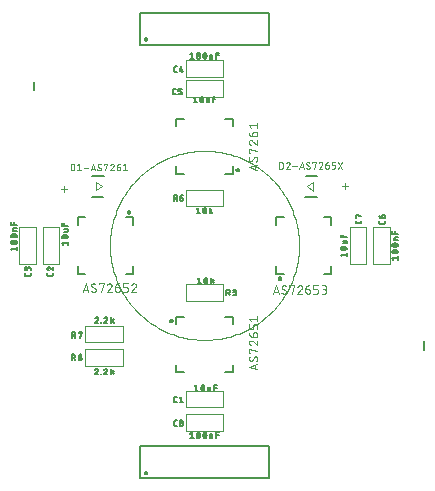
<source format=gbr>
G04 EAGLE Gerber RS-274X export*
G75*
%MOMM*%
%FSLAX34Y34*%
%LPD*%
%INSilkscreen Top*%
%IPPOS*%
%AMOC8*
5,1,8,0,0,1.08239X$1,22.5*%
G01*
%ADD10C,0.010000*%
%ADD11C,0.101600*%
%ADD12C,0.076200*%
%ADD13C,0.127000*%
%ADD14C,0.200000*%
%ADD15C,0.100000*%
%ADD16C,0.050800*%
%ADD17C,0.203200*%


D10*
X120000Y200000D02*
X120024Y201963D01*
X120096Y203925D01*
X120217Y205885D01*
X120385Y207841D01*
X120602Y209793D01*
X120866Y211738D01*
X121178Y213677D01*
X121537Y215607D01*
X121944Y217528D01*
X122397Y219438D01*
X122898Y221337D01*
X123445Y223223D01*
X124038Y225095D01*
X124676Y226951D01*
X125361Y228792D01*
X126090Y230615D01*
X126863Y232419D01*
X127681Y234204D01*
X128542Y235969D01*
X129446Y237712D01*
X130393Y239432D01*
X131382Y241128D01*
X132412Y242800D01*
X133482Y244446D01*
X134593Y246065D01*
X135743Y247656D01*
X136932Y249219D01*
X138159Y250751D01*
X139423Y252254D01*
X140724Y253725D01*
X142060Y255163D01*
X143431Y256569D01*
X144837Y257940D01*
X146275Y259276D01*
X147746Y260577D01*
X149249Y261841D01*
X150781Y263068D01*
X152344Y264257D01*
X153935Y265407D01*
X155554Y266518D01*
X157200Y267588D01*
X158872Y268618D01*
X160568Y269607D01*
X162288Y270554D01*
X164031Y271458D01*
X165796Y272319D01*
X167581Y273137D01*
X169385Y273910D01*
X171208Y274639D01*
X173049Y275324D01*
X174905Y275962D01*
X176777Y276555D01*
X178663Y277102D01*
X180562Y277603D01*
X182472Y278056D01*
X184393Y278463D01*
X186323Y278822D01*
X188262Y279134D01*
X190207Y279398D01*
X192159Y279615D01*
X194115Y279783D01*
X196075Y279904D01*
X198037Y279976D01*
X200000Y280000D01*
X201963Y279976D01*
X203925Y279904D01*
X205885Y279783D01*
X207841Y279615D01*
X209793Y279398D01*
X211738Y279134D01*
X213677Y278822D01*
X215607Y278463D01*
X217528Y278056D01*
X219438Y277603D01*
X221337Y277102D01*
X223223Y276555D01*
X225095Y275962D01*
X226951Y275324D01*
X228792Y274639D01*
X230615Y273910D01*
X232419Y273137D01*
X234204Y272319D01*
X235969Y271458D01*
X237712Y270554D01*
X239432Y269607D01*
X241128Y268618D01*
X242800Y267588D01*
X244446Y266518D01*
X246065Y265407D01*
X247656Y264257D01*
X249219Y263068D01*
X250751Y261841D01*
X252254Y260577D01*
X253725Y259276D01*
X255163Y257940D01*
X256569Y256569D01*
X257940Y255163D01*
X259276Y253725D01*
X260577Y252254D01*
X261841Y250751D01*
X263068Y249219D01*
X264257Y247656D01*
X265407Y246065D01*
X266518Y244446D01*
X267588Y242800D01*
X268618Y241128D01*
X269607Y239432D01*
X270554Y237712D01*
X271458Y235969D01*
X272319Y234204D01*
X273137Y232419D01*
X273910Y230615D01*
X274639Y228792D01*
X275324Y226951D01*
X275962Y225095D01*
X276555Y223223D01*
X277102Y221337D01*
X277603Y219438D01*
X278056Y217528D01*
X278463Y215607D01*
X278822Y213677D01*
X279134Y211738D01*
X279398Y209793D01*
X279615Y207841D01*
X279783Y205885D01*
X279904Y203925D01*
X279976Y201963D01*
X280000Y200000D01*
X279976Y198037D01*
X279904Y196075D01*
X279783Y194115D01*
X279615Y192159D01*
X279398Y190207D01*
X279134Y188262D01*
X278822Y186323D01*
X278463Y184393D01*
X278056Y182472D01*
X277603Y180562D01*
X277102Y178663D01*
X276555Y176777D01*
X275962Y174905D01*
X275324Y173049D01*
X274639Y171208D01*
X273910Y169385D01*
X273137Y167581D01*
X272319Y165796D01*
X271458Y164031D01*
X270554Y162288D01*
X269607Y160568D01*
X268618Y158872D01*
X267588Y157200D01*
X266518Y155554D01*
X265407Y153935D01*
X264257Y152344D01*
X263068Y150781D01*
X261841Y149249D01*
X260577Y147746D01*
X259276Y146275D01*
X257940Y144837D01*
X256569Y143431D01*
X255163Y142060D01*
X253725Y140724D01*
X252254Y139423D01*
X250751Y138159D01*
X249219Y136932D01*
X247656Y135743D01*
X246065Y134593D01*
X244446Y133482D01*
X242800Y132412D01*
X241128Y131382D01*
X239432Y130393D01*
X237712Y129446D01*
X235969Y128542D01*
X234204Y127681D01*
X232419Y126863D01*
X230615Y126090D01*
X228792Y125361D01*
X226951Y124676D01*
X225095Y124038D01*
X223223Y123445D01*
X221337Y122898D01*
X219438Y122397D01*
X217528Y121944D01*
X215607Y121537D01*
X213677Y121178D01*
X211738Y120866D01*
X209793Y120602D01*
X207841Y120385D01*
X205885Y120217D01*
X203925Y120096D01*
X201963Y120024D01*
X200000Y120000D01*
X198037Y120024D01*
X196075Y120096D01*
X194115Y120217D01*
X192159Y120385D01*
X190207Y120602D01*
X188262Y120866D01*
X186323Y121178D01*
X184393Y121537D01*
X182472Y121944D01*
X180562Y122397D01*
X178663Y122898D01*
X176777Y123445D01*
X174905Y124038D01*
X173049Y124676D01*
X171208Y125361D01*
X169385Y126090D01*
X167581Y126863D01*
X165796Y127681D01*
X164031Y128542D01*
X162288Y129446D01*
X160568Y130393D01*
X158872Y131382D01*
X157200Y132412D01*
X155554Y133482D01*
X153935Y134593D01*
X152344Y135743D01*
X150781Y136932D01*
X149249Y138159D01*
X147746Y139423D01*
X146275Y140724D01*
X144837Y142060D01*
X143431Y143431D01*
X142060Y144837D01*
X140724Y146275D01*
X139423Y147746D01*
X138159Y149249D01*
X136932Y150781D01*
X135743Y152344D01*
X134593Y153935D01*
X133482Y155554D01*
X132412Y157200D01*
X131382Y158872D01*
X130393Y160568D01*
X129446Y162288D01*
X128542Y164031D01*
X127681Y165796D01*
X126863Y167581D01*
X126090Y169385D01*
X125361Y171208D01*
X124676Y173049D01*
X124038Y174905D01*
X123445Y176777D01*
X122898Y178663D01*
X122397Y180562D01*
X121944Y182472D01*
X121537Y184393D01*
X121178Y186323D01*
X120866Y188262D01*
X120602Y190207D01*
X120385Y192159D01*
X120217Y194115D01*
X120096Y196075D01*
X120024Y198037D01*
X120000Y200000D01*
D11*
X131000Y132000D02*
X99000Y132000D01*
X131000Y132000D02*
X131000Y118000D01*
X99000Y118000D01*
X99000Y132000D01*
X99000Y112000D02*
X131000Y112000D01*
X131000Y98000D01*
X99000Y98000D01*
X99000Y112000D01*
X43000Y184000D02*
X43000Y215000D01*
X43000Y184000D02*
X57000Y184000D01*
X57000Y216000D01*
X43000Y216000D01*
X63000Y216000D02*
X77000Y216000D01*
X77000Y184000D01*
X63000Y184000D01*
X63000Y216000D01*
X184000Y247000D02*
X216000Y247000D01*
X216000Y233000D01*
X184000Y233000D01*
X184000Y247000D01*
X184000Y167000D02*
X216000Y167000D01*
X216000Y153000D01*
X184000Y153000D01*
X184000Y167000D01*
X184000Y77000D02*
X216000Y77000D01*
X216000Y63000D01*
X184000Y63000D01*
X184000Y77000D01*
X184000Y43000D02*
X216000Y43000D01*
X216000Y57000D01*
X184000Y57000D01*
X184000Y43000D01*
X323000Y216000D02*
X337000Y216000D01*
X337000Y184000D01*
X323000Y184000D01*
X323000Y216000D01*
X343000Y216000D02*
X343000Y184000D01*
X357000Y184000D01*
X357000Y216000D01*
X343000Y216000D01*
X184000Y343000D02*
X184000Y357000D01*
X184000Y343000D02*
X216000Y343000D01*
X216000Y357000D01*
X184000Y357000D01*
X184000Y340000D02*
X216000Y340000D01*
X216000Y326000D01*
X184000Y326000D01*
X184000Y340000D01*
D12*
X237381Y266089D02*
X244619Y263676D01*
X244619Y268501D02*
X237381Y266089D01*
X242810Y267898D02*
X242810Y264279D01*
X244619Y273451D02*
X244617Y273530D01*
X244611Y273609D01*
X244602Y273687D01*
X244588Y273765D01*
X244571Y273842D01*
X244550Y273918D01*
X244525Y273993D01*
X244497Y274066D01*
X244465Y274139D01*
X244429Y274209D01*
X244390Y274278D01*
X244348Y274344D01*
X244303Y274409D01*
X244254Y274471D01*
X244202Y274531D01*
X244148Y274588D01*
X244091Y274642D01*
X244031Y274694D01*
X243969Y274743D01*
X243904Y274788D01*
X243838Y274830D01*
X243769Y274869D01*
X243699Y274905D01*
X243626Y274937D01*
X243553Y274965D01*
X243478Y274990D01*
X243402Y275011D01*
X243325Y275028D01*
X243247Y275042D01*
X243169Y275051D01*
X243090Y275057D01*
X243011Y275059D01*
X244619Y273451D02*
X244617Y273339D01*
X244612Y273228D01*
X244602Y273116D01*
X244590Y273005D01*
X244573Y272895D01*
X244553Y272785D01*
X244529Y272675D01*
X244502Y272567D01*
X244471Y272460D01*
X244437Y272353D01*
X244399Y272248D01*
X244358Y272144D01*
X244313Y272042D01*
X244265Y271941D01*
X244214Y271841D01*
X244159Y271744D01*
X244101Y271648D01*
X244040Y271554D01*
X243977Y271463D01*
X243910Y271373D01*
X243840Y271286D01*
X243767Y271201D01*
X243692Y271118D01*
X243614Y271038D01*
X238989Y271240D02*
X238910Y271242D01*
X238831Y271248D01*
X238753Y271257D01*
X238675Y271271D01*
X238598Y271288D01*
X238522Y271309D01*
X238447Y271334D01*
X238374Y271362D01*
X238301Y271394D01*
X238231Y271430D01*
X238162Y271469D01*
X238096Y271511D01*
X238031Y271556D01*
X237969Y271605D01*
X237909Y271657D01*
X237852Y271711D01*
X237798Y271768D01*
X237746Y271828D01*
X237697Y271890D01*
X237652Y271955D01*
X237610Y272021D01*
X237571Y272090D01*
X237535Y272160D01*
X237503Y272233D01*
X237475Y272306D01*
X237450Y272381D01*
X237429Y272457D01*
X237412Y272534D01*
X237398Y272612D01*
X237389Y272690D01*
X237383Y272769D01*
X237381Y272848D01*
X237383Y272956D01*
X237389Y273063D01*
X237398Y273171D01*
X237412Y273278D01*
X237429Y273384D01*
X237450Y273490D01*
X237475Y273595D01*
X237504Y273699D01*
X237536Y273802D01*
X237572Y273903D01*
X237611Y274004D01*
X237654Y274103D01*
X237701Y274200D01*
X237751Y274295D01*
X237804Y274389D01*
X237861Y274481D01*
X237921Y274570D01*
X237984Y274658D01*
X240397Y272043D02*
X240356Y271978D01*
X240312Y271914D01*
X240266Y271853D01*
X240216Y271794D01*
X240164Y271737D01*
X240109Y271683D01*
X240052Y271632D01*
X239992Y271583D01*
X239930Y271537D01*
X239866Y271494D01*
X239800Y271454D01*
X239732Y271418D01*
X239662Y271384D01*
X239591Y271354D01*
X239519Y271327D01*
X239446Y271304D01*
X239371Y271284D01*
X239296Y271268D01*
X239220Y271255D01*
X239143Y271246D01*
X239066Y271241D01*
X238989Y271239D01*
X241603Y274256D02*
X241644Y274321D01*
X241688Y274385D01*
X241734Y274446D01*
X241784Y274505D01*
X241836Y274562D01*
X241891Y274616D01*
X241948Y274667D01*
X242008Y274716D01*
X242070Y274762D01*
X242134Y274805D01*
X242200Y274845D01*
X242268Y274881D01*
X242338Y274915D01*
X242409Y274945D01*
X242481Y274972D01*
X242554Y274995D01*
X242629Y275015D01*
X242704Y275031D01*
X242780Y275044D01*
X242857Y275053D01*
X242934Y275058D01*
X243011Y275060D01*
X241603Y274255D02*
X240397Y272043D01*
X238185Y277998D02*
X237381Y277998D01*
X237381Y282019D01*
X244619Y280009D01*
X237381Y287410D02*
X237383Y287494D01*
X237389Y287577D01*
X237398Y287660D01*
X237412Y287743D01*
X237429Y287824D01*
X237450Y287905D01*
X237475Y287985D01*
X237503Y288064D01*
X237535Y288141D01*
X237571Y288217D01*
X237610Y288291D01*
X237652Y288363D01*
X237698Y288433D01*
X237747Y288501D01*
X237799Y288566D01*
X237853Y288629D01*
X237911Y288690D01*
X237972Y288748D01*
X238035Y288802D01*
X238100Y288854D01*
X238168Y288903D01*
X238238Y288949D01*
X238310Y288991D01*
X238384Y289030D01*
X238460Y289066D01*
X238537Y289098D01*
X238616Y289126D01*
X238696Y289151D01*
X238777Y289172D01*
X238858Y289189D01*
X238941Y289203D01*
X239024Y289212D01*
X239107Y289218D01*
X239191Y289220D01*
X237381Y287410D02*
X237383Y287316D01*
X237389Y287222D01*
X237398Y287128D01*
X237412Y287034D01*
X237429Y286942D01*
X237450Y286850D01*
X237474Y286759D01*
X237502Y286669D01*
X237534Y286580D01*
X237570Y286492D01*
X237609Y286407D01*
X237651Y286322D01*
X237697Y286240D01*
X237746Y286159D01*
X237798Y286081D01*
X237854Y286005D01*
X237912Y285931D01*
X237974Y285859D01*
X238038Y285790D01*
X238105Y285724D01*
X238175Y285660D01*
X238247Y285600D01*
X238322Y285542D01*
X238399Y285487D01*
X238478Y285436D01*
X238559Y285388D01*
X238642Y285343D01*
X238726Y285301D01*
X238813Y285263D01*
X238901Y285229D01*
X238990Y285198D01*
X240599Y288616D02*
X240537Y288678D01*
X240473Y288737D01*
X240406Y288793D01*
X240336Y288846D01*
X240264Y288896D01*
X240190Y288943D01*
X240114Y288986D01*
X240036Y289026D01*
X239957Y289062D01*
X239876Y289094D01*
X239793Y289123D01*
X239709Y289149D01*
X239625Y289170D01*
X239539Y289188D01*
X239453Y289201D01*
X239366Y289211D01*
X239278Y289217D01*
X239191Y289219D01*
X240598Y288616D02*
X244619Y285198D01*
X244619Y289219D01*
X240598Y292398D02*
X240598Y294811D01*
X240600Y294890D01*
X240606Y294969D01*
X240615Y295047D01*
X240629Y295125D01*
X240646Y295202D01*
X240667Y295278D01*
X240692Y295353D01*
X240720Y295426D01*
X240752Y295499D01*
X240788Y295569D01*
X240827Y295638D01*
X240869Y295704D01*
X240914Y295769D01*
X240963Y295831D01*
X241015Y295891D01*
X241069Y295948D01*
X241126Y296002D01*
X241186Y296054D01*
X241248Y296103D01*
X241313Y296148D01*
X241379Y296190D01*
X241448Y296229D01*
X241518Y296265D01*
X241591Y296297D01*
X241664Y296325D01*
X241739Y296350D01*
X241815Y296371D01*
X241892Y296388D01*
X241970Y296402D01*
X242048Y296411D01*
X242127Y296417D01*
X242206Y296419D01*
X242608Y296419D01*
X242697Y296417D01*
X242786Y296411D01*
X242874Y296401D01*
X242962Y296388D01*
X243049Y296370D01*
X243136Y296349D01*
X243221Y296323D01*
X243305Y296294D01*
X243388Y296262D01*
X243469Y296225D01*
X243549Y296185D01*
X243626Y296142D01*
X243702Y296095D01*
X243776Y296045D01*
X243847Y295992D01*
X243916Y295936D01*
X243982Y295876D01*
X244046Y295814D01*
X244106Y295749D01*
X244164Y295682D01*
X244219Y295612D01*
X244271Y295539D01*
X244319Y295464D01*
X244364Y295388D01*
X244406Y295309D01*
X244444Y295229D01*
X244478Y295147D01*
X244509Y295063D01*
X244536Y294978D01*
X244560Y294893D01*
X244579Y294806D01*
X244595Y294718D01*
X244607Y294630D01*
X244615Y294541D01*
X244619Y294452D01*
X244619Y294364D01*
X244615Y294275D01*
X244607Y294186D01*
X244595Y294098D01*
X244579Y294010D01*
X244560Y293923D01*
X244536Y293838D01*
X244509Y293753D01*
X244478Y293669D01*
X244444Y293587D01*
X244406Y293507D01*
X244364Y293428D01*
X244319Y293352D01*
X244271Y293277D01*
X244219Y293204D01*
X244164Y293134D01*
X244106Y293067D01*
X244046Y293002D01*
X243982Y292940D01*
X243916Y292880D01*
X243847Y292824D01*
X243776Y292771D01*
X243702Y292721D01*
X243626Y292674D01*
X243549Y292631D01*
X243469Y292591D01*
X243388Y292554D01*
X243305Y292522D01*
X243221Y292493D01*
X243136Y292467D01*
X243049Y292446D01*
X242962Y292428D01*
X242874Y292415D01*
X242786Y292405D01*
X242697Y292399D01*
X242608Y292397D01*
X242608Y292398D02*
X240598Y292398D01*
X240486Y292400D01*
X240374Y292406D01*
X240262Y292416D01*
X240150Y292429D01*
X240039Y292447D01*
X239929Y292468D01*
X239820Y292494D01*
X239711Y292523D01*
X239604Y292555D01*
X239498Y292592D01*
X239393Y292632D01*
X239290Y292676D01*
X239188Y292724D01*
X239088Y292775D01*
X238990Y292829D01*
X238893Y292887D01*
X238799Y292948D01*
X238707Y293012D01*
X238617Y293080D01*
X238530Y293151D01*
X238445Y293224D01*
X238363Y293301D01*
X238284Y293380D01*
X238207Y293462D01*
X238134Y293547D01*
X238063Y293634D01*
X237995Y293724D01*
X237931Y293816D01*
X237870Y293910D01*
X237812Y294006D01*
X237758Y294105D01*
X237707Y294205D01*
X237659Y294306D01*
X237615Y294410D01*
X237575Y294515D01*
X237538Y294621D01*
X237506Y294728D01*
X237477Y294837D01*
X237451Y294946D01*
X237430Y295056D01*
X237412Y295167D01*
X237399Y295279D01*
X237389Y295391D01*
X237383Y295503D01*
X237381Y295615D01*
X238989Y299598D02*
X237381Y301608D01*
X244619Y301608D01*
X244619Y299598D02*
X244619Y303619D01*
D13*
X176504Y67255D02*
X175432Y67255D01*
X175367Y67257D01*
X175303Y67263D01*
X175239Y67273D01*
X175175Y67286D01*
X175113Y67304D01*
X175052Y67325D01*
X174992Y67349D01*
X174934Y67378D01*
X174877Y67410D01*
X174823Y67445D01*
X174771Y67483D01*
X174721Y67525D01*
X174674Y67569D01*
X174630Y67616D01*
X174588Y67666D01*
X174550Y67718D01*
X174515Y67772D01*
X174483Y67829D01*
X174454Y67887D01*
X174430Y67947D01*
X174409Y68008D01*
X174391Y68070D01*
X174378Y68134D01*
X174368Y68198D01*
X174362Y68262D01*
X174360Y68327D01*
X174359Y68327D02*
X174359Y71009D01*
X174360Y71009D02*
X174362Y71074D01*
X174368Y71138D01*
X174378Y71202D01*
X174391Y71266D01*
X174409Y71328D01*
X174430Y71389D01*
X174454Y71449D01*
X174483Y71507D01*
X174515Y71564D01*
X174550Y71618D01*
X174588Y71670D01*
X174630Y71720D01*
X174674Y71767D01*
X174721Y71811D01*
X174771Y71853D01*
X174823Y71891D01*
X174877Y71926D01*
X174934Y71958D01*
X174992Y71987D01*
X175052Y72011D01*
X175113Y72032D01*
X175175Y72050D01*
X175239Y72063D01*
X175303Y72073D01*
X175367Y72079D01*
X175432Y72081D01*
X176504Y72081D01*
X178960Y71009D02*
X180300Y72081D01*
X180300Y67255D01*
X178960Y67255D02*
X181641Y67255D01*
X191780Y80673D02*
X193120Y81745D01*
X193120Y76919D01*
X191780Y76919D02*
X194461Y76919D01*
X197266Y79332D02*
X197268Y79452D01*
X197273Y79572D01*
X197282Y79692D01*
X197295Y79812D01*
X197311Y79931D01*
X197331Y80050D01*
X197355Y80168D01*
X197382Y80285D01*
X197412Y80401D01*
X197446Y80516D01*
X197484Y80631D01*
X197525Y80744D01*
X197569Y80855D01*
X197617Y80966D01*
X197668Y81075D01*
X197669Y81075D02*
X197690Y81132D01*
X197716Y81188D01*
X197744Y81243D01*
X197776Y81295D01*
X197812Y81346D01*
X197850Y81394D01*
X197891Y81440D01*
X197935Y81483D01*
X197981Y81523D01*
X198030Y81560D01*
X198082Y81594D01*
X198135Y81625D01*
X198190Y81653D01*
X198246Y81677D01*
X198304Y81698D01*
X198363Y81715D01*
X198423Y81728D01*
X198484Y81737D01*
X198546Y81743D01*
X198607Y81745D01*
X198668Y81743D01*
X198730Y81737D01*
X198791Y81728D01*
X198851Y81715D01*
X198910Y81698D01*
X198968Y81677D01*
X199024Y81653D01*
X199079Y81625D01*
X199132Y81594D01*
X199184Y81560D01*
X199233Y81523D01*
X199279Y81483D01*
X199323Y81440D01*
X199364Y81394D01*
X199402Y81346D01*
X199438Y81295D01*
X199470Y81243D01*
X199498Y81188D01*
X199524Y81132D01*
X199545Y81075D01*
X199596Y80966D01*
X199644Y80855D01*
X199688Y80744D01*
X199729Y80631D01*
X199767Y80516D01*
X199801Y80401D01*
X199831Y80285D01*
X199858Y80168D01*
X199882Y80050D01*
X199902Y79931D01*
X199918Y79812D01*
X199931Y79692D01*
X199940Y79572D01*
X199945Y79452D01*
X199947Y79332D01*
X197266Y79332D02*
X197268Y79212D01*
X197273Y79092D01*
X197282Y78972D01*
X197295Y78852D01*
X197311Y78733D01*
X197331Y78614D01*
X197355Y78496D01*
X197382Y78379D01*
X197412Y78263D01*
X197446Y78148D01*
X197484Y78033D01*
X197525Y77920D01*
X197569Y77809D01*
X197617Y77698D01*
X197668Y77589D01*
X197669Y77589D02*
X197690Y77532D01*
X197716Y77476D01*
X197744Y77421D01*
X197776Y77369D01*
X197812Y77318D01*
X197850Y77270D01*
X197891Y77224D01*
X197935Y77181D01*
X197981Y77141D01*
X198030Y77104D01*
X198082Y77070D01*
X198135Y77039D01*
X198190Y77011D01*
X198246Y76987D01*
X198304Y76966D01*
X198363Y76949D01*
X198423Y76936D01*
X198484Y76927D01*
X198546Y76921D01*
X198607Y76919D01*
X199545Y77589D02*
X199596Y77698D01*
X199644Y77809D01*
X199688Y77920D01*
X199729Y78033D01*
X199767Y78148D01*
X199801Y78263D01*
X199831Y78379D01*
X199858Y78496D01*
X199882Y78614D01*
X199902Y78733D01*
X199918Y78852D01*
X199931Y78972D01*
X199940Y79092D01*
X199945Y79212D01*
X199947Y79332D01*
X199545Y77589D02*
X199524Y77532D01*
X199498Y77476D01*
X199470Y77421D01*
X199438Y77369D01*
X199402Y77318D01*
X199364Y77270D01*
X199323Y77224D01*
X199279Y77181D01*
X199232Y77141D01*
X199184Y77104D01*
X199132Y77070D01*
X199079Y77039D01*
X199024Y77011D01*
X198968Y76987D01*
X198910Y76966D01*
X198851Y76949D01*
X198791Y76936D01*
X198730Y76927D01*
X198668Y76921D01*
X198607Y76919D01*
X197534Y77991D02*
X199679Y80673D01*
X202838Y80136D02*
X202838Y77723D01*
X202840Y77668D01*
X202845Y77614D01*
X202855Y77559D01*
X202868Y77506D01*
X202884Y77454D01*
X202905Y77403D01*
X202928Y77353D01*
X202955Y77305D01*
X202985Y77259D01*
X203018Y77216D01*
X203054Y77174D01*
X203093Y77135D01*
X203135Y77099D01*
X203178Y77066D01*
X203224Y77036D01*
X203272Y77009D01*
X203322Y76986D01*
X203373Y76965D01*
X203425Y76949D01*
X203478Y76936D01*
X203533Y76926D01*
X203587Y76921D01*
X203642Y76919D01*
X204983Y76919D01*
X204983Y80136D01*
X208075Y81745D02*
X208075Y76919D01*
X208075Y81745D02*
X210220Y81745D01*
X210220Y79600D02*
X208075Y79600D01*
X71745Y175432D02*
X71745Y176504D01*
X71745Y175432D02*
X71743Y175367D01*
X71737Y175303D01*
X71727Y175239D01*
X71714Y175175D01*
X71696Y175113D01*
X71675Y175052D01*
X71651Y174992D01*
X71622Y174934D01*
X71590Y174877D01*
X71555Y174823D01*
X71517Y174771D01*
X71475Y174721D01*
X71431Y174674D01*
X71384Y174630D01*
X71334Y174588D01*
X71282Y174550D01*
X71228Y174515D01*
X71171Y174483D01*
X71113Y174454D01*
X71053Y174430D01*
X70992Y174409D01*
X70930Y174391D01*
X70866Y174378D01*
X70802Y174368D01*
X70738Y174362D01*
X70673Y174360D01*
X70673Y174359D02*
X67991Y174359D01*
X67926Y174361D01*
X67862Y174367D01*
X67798Y174377D01*
X67734Y174390D01*
X67672Y174408D01*
X67611Y174429D01*
X67551Y174454D01*
X67492Y174482D01*
X67436Y174514D01*
X67381Y174549D01*
X67329Y174587D01*
X67279Y174629D01*
X67232Y174673D01*
X67188Y174720D01*
X67146Y174770D01*
X67108Y174822D01*
X67073Y174877D01*
X67041Y174933D01*
X67013Y174992D01*
X66988Y175051D01*
X66967Y175113D01*
X66949Y175175D01*
X66936Y175239D01*
X66926Y175303D01*
X66920Y175367D01*
X66918Y175432D01*
X66919Y175432D02*
X66919Y176504D01*
X66919Y180434D02*
X66921Y180502D01*
X66927Y180569D01*
X66936Y180636D01*
X66949Y180703D01*
X66966Y180768D01*
X66987Y180833D01*
X67011Y180896D01*
X67039Y180958D01*
X67070Y181018D01*
X67104Y181076D01*
X67142Y181132D01*
X67182Y181187D01*
X67226Y181238D01*
X67273Y181287D01*
X67322Y181334D01*
X67373Y181378D01*
X67428Y181418D01*
X67484Y181456D01*
X67542Y181490D01*
X67602Y181521D01*
X67664Y181549D01*
X67727Y181573D01*
X67792Y181594D01*
X67857Y181611D01*
X67924Y181624D01*
X67991Y181633D01*
X68058Y181639D01*
X68126Y181641D01*
X66919Y180434D02*
X66921Y180356D01*
X66927Y180278D01*
X66937Y180201D01*
X66950Y180124D01*
X66968Y180048D01*
X66989Y179973D01*
X67014Y179899D01*
X67043Y179827D01*
X67075Y179756D01*
X67111Y179687D01*
X67150Y179619D01*
X67193Y179554D01*
X67239Y179491D01*
X67288Y179430D01*
X67340Y179372D01*
X67395Y179317D01*
X67452Y179264D01*
X67512Y179215D01*
X67575Y179168D01*
X67640Y179125D01*
X67706Y179085D01*
X67775Y179048D01*
X67846Y179015D01*
X67918Y178985D01*
X67992Y178959D01*
X69064Y181239D02*
X69015Y181288D01*
X68963Y181335D01*
X68908Y181378D01*
X68851Y181419D01*
X68792Y181457D01*
X68731Y181491D01*
X68668Y181522D01*
X68604Y181550D01*
X68538Y181574D01*
X68472Y181594D01*
X68404Y181611D01*
X68335Y181624D01*
X68266Y181633D01*
X68196Y181639D01*
X68126Y181641D01*
X69064Y181239D02*
X71745Y178960D01*
X71745Y181641D01*
X80327Y200580D02*
X79255Y201920D01*
X84081Y201920D01*
X84081Y200580D02*
X84081Y203261D01*
X81668Y206066D02*
X81548Y206068D01*
X81428Y206073D01*
X81308Y206082D01*
X81188Y206095D01*
X81069Y206111D01*
X80950Y206131D01*
X80832Y206155D01*
X80715Y206182D01*
X80599Y206212D01*
X80484Y206246D01*
X80369Y206284D01*
X80256Y206325D01*
X80145Y206369D01*
X80034Y206417D01*
X79925Y206468D01*
X79925Y206469D02*
X79868Y206490D01*
X79812Y206516D01*
X79757Y206544D01*
X79705Y206576D01*
X79654Y206612D01*
X79606Y206650D01*
X79560Y206691D01*
X79517Y206735D01*
X79477Y206781D01*
X79440Y206830D01*
X79406Y206882D01*
X79375Y206935D01*
X79347Y206990D01*
X79323Y207046D01*
X79302Y207104D01*
X79285Y207163D01*
X79272Y207223D01*
X79263Y207284D01*
X79257Y207346D01*
X79255Y207407D01*
X79257Y207468D01*
X79263Y207530D01*
X79272Y207591D01*
X79285Y207651D01*
X79302Y207710D01*
X79323Y207768D01*
X79347Y207824D01*
X79375Y207879D01*
X79406Y207932D01*
X79440Y207984D01*
X79477Y208033D01*
X79517Y208079D01*
X79560Y208123D01*
X79606Y208164D01*
X79654Y208202D01*
X79705Y208238D01*
X79757Y208270D01*
X79812Y208298D01*
X79868Y208324D01*
X79925Y208345D01*
X80034Y208396D01*
X80145Y208444D01*
X80256Y208488D01*
X80369Y208529D01*
X80484Y208567D01*
X80599Y208601D01*
X80715Y208631D01*
X80832Y208658D01*
X80950Y208682D01*
X81069Y208702D01*
X81188Y208718D01*
X81308Y208731D01*
X81428Y208740D01*
X81548Y208745D01*
X81668Y208747D01*
X81668Y206066D02*
X81788Y206068D01*
X81908Y206073D01*
X82028Y206082D01*
X82148Y206095D01*
X82267Y206111D01*
X82386Y206131D01*
X82504Y206155D01*
X82621Y206182D01*
X82737Y206212D01*
X82852Y206246D01*
X82967Y206284D01*
X83080Y206325D01*
X83191Y206369D01*
X83302Y206417D01*
X83411Y206468D01*
X83411Y206469D02*
X83468Y206490D01*
X83524Y206516D01*
X83579Y206544D01*
X83631Y206576D01*
X83682Y206612D01*
X83730Y206650D01*
X83776Y206691D01*
X83819Y206735D01*
X83859Y206781D01*
X83896Y206830D01*
X83930Y206882D01*
X83961Y206935D01*
X83989Y206990D01*
X84013Y207046D01*
X84034Y207104D01*
X84051Y207163D01*
X84064Y207223D01*
X84073Y207284D01*
X84079Y207346D01*
X84081Y207407D01*
X83411Y208345D02*
X83302Y208396D01*
X83191Y208444D01*
X83080Y208488D01*
X82967Y208529D01*
X82852Y208567D01*
X82737Y208601D01*
X82621Y208631D01*
X82504Y208658D01*
X82386Y208682D01*
X82267Y208702D01*
X82148Y208718D01*
X82028Y208731D01*
X81908Y208740D01*
X81788Y208745D01*
X81668Y208747D01*
X83411Y208345D02*
X83468Y208324D01*
X83524Y208298D01*
X83579Y208270D01*
X83631Y208238D01*
X83682Y208202D01*
X83730Y208164D01*
X83776Y208123D01*
X83819Y208079D01*
X83859Y208032D01*
X83896Y207984D01*
X83930Y207932D01*
X83961Y207879D01*
X83989Y207824D01*
X84013Y207768D01*
X84034Y207710D01*
X84051Y207651D01*
X84064Y207591D01*
X84073Y207530D01*
X84079Y207468D01*
X84081Y207407D01*
X83009Y206334D02*
X80327Y208479D01*
X80864Y211638D02*
X83277Y211638D01*
X83332Y211640D01*
X83386Y211645D01*
X83441Y211655D01*
X83494Y211668D01*
X83546Y211684D01*
X83597Y211705D01*
X83647Y211728D01*
X83695Y211755D01*
X83741Y211785D01*
X83784Y211818D01*
X83826Y211854D01*
X83865Y211893D01*
X83901Y211935D01*
X83934Y211978D01*
X83964Y212024D01*
X83991Y212072D01*
X84014Y212122D01*
X84035Y212173D01*
X84051Y212225D01*
X84064Y212278D01*
X84074Y212333D01*
X84079Y212387D01*
X84081Y212442D01*
X84081Y213783D01*
X80864Y213783D01*
X79255Y216875D02*
X84081Y216875D01*
X79255Y216875D02*
X79255Y219020D01*
X81400Y219020D02*
X81400Y216875D01*
X52745Y176504D02*
X52745Y175432D01*
X52743Y175367D01*
X52737Y175303D01*
X52727Y175239D01*
X52714Y175175D01*
X52696Y175113D01*
X52675Y175052D01*
X52651Y174992D01*
X52622Y174934D01*
X52590Y174877D01*
X52555Y174823D01*
X52517Y174771D01*
X52475Y174721D01*
X52431Y174674D01*
X52384Y174630D01*
X52334Y174588D01*
X52282Y174550D01*
X52228Y174515D01*
X52171Y174483D01*
X52113Y174454D01*
X52053Y174430D01*
X51992Y174409D01*
X51930Y174391D01*
X51866Y174378D01*
X51802Y174368D01*
X51738Y174362D01*
X51673Y174360D01*
X51673Y174359D02*
X48991Y174359D01*
X48926Y174361D01*
X48862Y174367D01*
X48798Y174377D01*
X48734Y174390D01*
X48672Y174408D01*
X48611Y174429D01*
X48551Y174454D01*
X48492Y174482D01*
X48436Y174514D01*
X48381Y174549D01*
X48329Y174587D01*
X48279Y174629D01*
X48232Y174673D01*
X48188Y174720D01*
X48146Y174770D01*
X48108Y174822D01*
X48073Y174877D01*
X48041Y174933D01*
X48013Y174992D01*
X47988Y175051D01*
X47967Y175113D01*
X47949Y175175D01*
X47936Y175239D01*
X47926Y175303D01*
X47920Y175367D01*
X47918Y175432D01*
X47919Y175432D02*
X47919Y176504D01*
X52745Y178960D02*
X52745Y180300D01*
X52743Y180371D01*
X52737Y180443D01*
X52728Y180513D01*
X52715Y180583D01*
X52698Y180653D01*
X52677Y180721D01*
X52653Y180788D01*
X52625Y180854D01*
X52594Y180918D01*
X52559Y180981D01*
X52521Y181041D01*
X52480Y181100D01*
X52436Y181156D01*
X52389Y181210D01*
X52340Y181261D01*
X52287Y181309D01*
X52232Y181355D01*
X52175Y181397D01*
X52115Y181437D01*
X52054Y181473D01*
X51990Y181506D01*
X51925Y181535D01*
X51859Y181561D01*
X51791Y181584D01*
X51722Y181603D01*
X51652Y181618D01*
X51582Y181629D01*
X51511Y181637D01*
X51440Y181641D01*
X51368Y181641D01*
X51297Y181637D01*
X51226Y181629D01*
X51156Y181618D01*
X51086Y181603D01*
X51017Y181584D01*
X50949Y181561D01*
X50883Y181535D01*
X50818Y181506D01*
X50754Y181473D01*
X50693Y181437D01*
X50633Y181397D01*
X50576Y181355D01*
X50521Y181309D01*
X50468Y181261D01*
X50419Y181210D01*
X50372Y181156D01*
X50328Y181100D01*
X50287Y181041D01*
X50249Y180981D01*
X50214Y180918D01*
X50183Y180854D01*
X50155Y180788D01*
X50131Y180721D01*
X50110Y180653D01*
X50093Y180583D01*
X50080Y180513D01*
X50071Y180443D01*
X50065Y180371D01*
X50063Y180300D01*
X47919Y180568D02*
X47919Y178960D01*
X47919Y180568D02*
X47921Y180633D01*
X47927Y180697D01*
X47937Y180761D01*
X47950Y180825D01*
X47968Y180887D01*
X47989Y180948D01*
X48013Y181008D01*
X48042Y181066D01*
X48074Y181123D01*
X48109Y181177D01*
X48147Y181229D01*
X48189Y181279D01*
X48233Y181326D01*
X48280Y181370D01*
X48330Y181412D01*
X48382Y181450D01*
X48436Y181485D01*
X48493Y181517D01*
X48551Y181546D01*
X48611Y181570D01*
X48672Y181591D01*
X48734Y181609D01*
X48798Y181622D01*
X48862Y181632D01*
X48926Y181638D01*
X48991Y181640D01*
X49056Y181638D01*
X49120Y181632D01*
X49184Y181622D01*
X49248Y181609D01*
X49310Y181591D01*
X49371Y181570D01*
X49431Y181546D01*
X49489Y181517D01*
X49546Y181485D01*
X49600Y181450D01*
X49652Y181412D01*
X49702Y181370D01*
X49749Y181326D01*
X49793Y181279D01*
X49835Y181229D01*
X49873Y181177D01*
X49908Y181123D01*
X49940Y181066D01*
X49969Y181008D01*
X49993Y180948D01*
X50014Y180887D01*
X50032Y180825D01*
X50045Y180761D01*
X50055Y180697D01*
X50061Y180633D01*
X50063Y180568D01*
X50064Y180568D02*
X50064Y179496D01*
X37327Y195837D02*
X36255Y197177D01*
X41081Y197177D01*
X41081Y195837D02*
X41081Y198518D01*
X38668Y201323D02*
X38548Y201325D01*
X38428Y201330D01*
X38308Y201339D01*
X38188Y201352D01*
X38069Y201368D01*
X37950Y201388D01*
X37832Y201412D01*
X37715Y201439D01*
X37599Y201469D01*
X37484Y201503D01*
X37369Y201541D01*
X37256Y201582D01*
X37145Y201626D01*
X37034Y201674D01*
X36925Y201725D01*
X36868Y201746D01*
X36812Y201772D01*
X36757Y201800D01*
X36705Y201832D01*
X36654Y201868D01*
X36606Y201906D01*
X36560Y201947D01*
X36517Y201991D01*
X36477Y202037D01*
X36440Y202086D01*
X36406Y202138D01*
X36375Y202191D01*
X36347Y202246D01*
X36323Y202302D01*
X36302Y202360D01*
X36285Y202419D01*
X36272Y202479D01*
X36263Y202540D01*
X36257Y202602D01*
X36255Y202663D01*
X36257Y202724D01*
X36263Y202786D01*
X36272Y202847D01*
X36285Y202907D01*
X36302Y202966D01*
X36323Y203024D01*
X36347Y203080D01*
X36375Y203135D01*
X36406Y203188D01*
X36440Y203240D01*
X36477Y203289D01*
X36517Y203335D01*
X36560Y203379D01*
X36606Y203420D01*
X36654Y203458D01*
X36705Y203494D01*
X36757Y203526D01*
X36812Y203554D01*
X36868Y203580D01*
X36925Y203601D01*
X36925Y203602D02*
X37034Y203653D01*
X37145Y203701D01*
X37256Y203745D01*
X37369Y203786D01*
X37484Y203824D01*
X37599Y203858D01*
X37715Y203888D01*
X37832Y203915D01*
X37950Y203939D01*
X38069Y203959D01*
X38188Y203975D01*
X38308Y203988D01*
X38428Y203997D01*
X38548Y204002D01*
X38668Y204004D01*
X38668Y201323D02*
X38788Y201325D01*
X38908Y201330D01*
X39028Y201339D01*
X39148Y201352D01*
X39267Y201368D01*
X39386Y201388D01*
X39504Y201412D01*
X39621Y201439D01*
X39737Y201469D01*
X39852Y201503D01*
X39967Y201541D01*
X40080Y201582D01*
X40191Y201626D01*
X40302Y201674D01*
X40411Y201725D01*
X40468Y201746D01*
X40524Y201772D01*
X40579Y201800D01*
X40631Y201832D01*
X40682Y201868D01*
X40730Y201906D01*
X40776Y201947D01*
X40819Y201991D01*
X40859Y202037D01*
X40896Y202086D01*
X40930Y202138D01*
X40961Y202191D01*
X40989Y202246D01*
X41013Y202302D01*
X41034Y202360D01*
X41051Y202419D01*
X41064Y202479D01*
X41073Y202540D01*
X41079Y202602D01*
X41081Y202663D01*
X40411Y203602D02*
X40302Y203653D01*
X40191Y203701D01*
X40080Y203745D01*
X39967Y203786D01*
X39852Y203824D01*
X39737Y203858D01*
X39621Y203888D01*
X39504Y203915D01*
X39386Y203939D01*
X39267Y203959D01*
X39148Y203975D01*
X39028Y203988D01*
X38908Y203997D01*
X38788Y204002D01*
X38668Y204004D01*
X40411Y203601D02*
X40468Y203580D01*
X40524Y203554D01*
X40579Y203526D01*
X40631Y203494D01*
X40682Y203458D01*
X40730Y203420D01*
X40776Y203379D01*
X40819Y203335D01*
X40859Y203288D01*
X40896Y203240D01*
X40930Y203188D01*
X40961Y203135D01*
X40989Y203080D01*
X41013Y203024D01*
X41034Y202966D01*
X41051Y202907D01*
X41064Y202847D01*
X41073Y202786D01*
X41079Y202724D01*
X41081Y202663D01*
X40009Y201591D02*
X37327Y203736D01*
X38668Y206809D02*
X38548Y206811D01*
X38428Y206816D01*
X38308Y206825D01*
X38188Y206838D01*
X38069Y206854D01*
X37950Y206874D01*
X37832Y206898D01*
X37715Y206925D01*
X37599Y206955D01*
X37484Y206989D01*
X37369Y207027D01*
X37256Y207068D01*
X37145Y207112D01*
X37034Y207160D01*
X36925Y207211D01*
X36925Y207212D02*
X36868Y207233D01*
X36812Y207259D01*
X36757Y207287D01*
X36705Y207319D01*
X36654Y207355D01*
X36606Y207393D01*
X36560Y207434D01*
X36517Y207478D01*
X36477Y207524D01*
X36440Y207573D01*
X36406Y207625D01*
X36375Y207678D01*
X36347Y207733D01*
X36323Y207789D01*
X36302Y207847D01*
X36285Y207906D01*
X36272Y207966D01*
X36263Y208027D01*
X36257Y208089D01*
X36255Y208150D01*
X36257Y208211D01*
X36263Y208273D01*
X36272Y208334D01*
X36285Y208394D01*
X36302Y208453D01*
X36323Y208511D01*
X36347Y208567D01*
X36375Y208622D01*
X36406Y208675D01*
X36440Y208727D01*
X36477Y208776D01*
X36517Y208822D01*
X36560Y208866D01*
X36606Y208907D01*
X36654Y208945D01*
X36705Y208981D01*
X36757Y209013D01*
X36812Y209041D01*
X36868Y209067D01*
X36925Y209088D01*
X37034Y209139D01*
X37145Y209187D01*
X37256Y209231D01*
X37369Y209272D01*
X37484Y209310D01*
X37599Y209344D01*
X37715Y209374D01*
X37832Y209401D01*
X37950Y209425D01*
X38069Y209445D01*
X38188Y209461D01*
X38308Y209474D01*
X38428Y209483D01*
X38548Y209488D01*
X38668Y209490D01*
X38668Y206809D02*
X38788Y206811D01*
X38908Y206816D01*
X39028Y206825D01*
X39148Y206838D01*
X39267Y206854D01*
X39386Y206874D01*
X39504Y206898D01*
X39621Y206925D01*
X39737Y206955D01*
X39852Y206989D01*
X39967Y207027D01*
X40080Y207068D01*
X40191Y207112D01*
X40302Y207160D01*
X40411Y207211D01*
X40411Y207212D02*
X40468Y207233D01*
X40524Y207259D01*
X40579Y207287D01*
X40631Y207319D01*
X40682Y207355D01*
X40730Y207393D01*
X40776Y207434D01*
X40819Y207478D01*
X40859Y207524D01*
X40896Y207573D01*
X40930Y207625D01*
X40961Y207678D01*
X40989Y207733D01*
X41013Y207789D01*
X41034Y207847D01*
X41051Y207906D01*
X41064Y207966D01*
X41073Y208027D01*
X41079Y208089D01*
X41081Y208150D01*
X40411Y209088D02*
X40302Y209139D01*
X40191Y209187D01*
X40080Y209231D01*
X39967Y209272D01*
X39852Y209310D01*
X39737Y209344D01*
X39621Y209374D01*
X39504Y209401D01*
X39386Y209425D01*
X39267Y209445D01*
X39148Y209461D01*
X39028Y209474D01*
X38908Y209483D01*
X38788Y209488D01*
X38668Y209490D01*
X40411Y209088D02*
X40468Y209067D01*
X40524Y209041D01*
X40579Y209013D01*
X40631Y208981D01*
X40682Y208945D01*
X40730Y208907D01*
X40776Y208866D01*
X40819Y208822D01*
X40859Y208775D01*
X40896Y208727D01*
X40930Y208675D01*
X40961Y208622D01*
X40989Y208567D01*
X41013Y208511D01*
X41034Y208453D01*
X41051Y208394D01*
X41064Y208334D01*
X41073Y208273D01*
X41079Y208211D01*
X41081Y208150D01*
X40009Y207077D02*
X37327Y209222D01*
X37864Y212381D02*
X41081Y212381D01*
X37864Y212381D02*
X37864Y213721D01*
X37866Y213776D01*
X37871Y213830D01*
X37881Y213885D01*
X37894Y213938D01*
X37910Y213990D01*
X37931Y214041D01*
X37954Y214091D01*
X37981Y214139D01*
X38011Y214185D01*
X38044Y214228D01*
X38080Y214270D01*
X38119Y214309D01*
X38161Y214345D01*
X38204Y214378D01*
X38250Y214408D01*
X38298Y214435D01*
X38348Y214458D01*
X38399Y214479D01*
X38451Y214495D01*
X38504Y214508D01*
X38558Y214518D01*
X38613Y214523D01*
X38668Y214525D01*
X38668Y214526D02*
X41081Y214526D01*
X41081Y217619D02*
X36255Y217619D01*
X36255Y219763D01*
X38400Y219763D02*
X38400Y217619D01*
X175432Y346919D02*
X176504Y346919D01*
X175432Y346919D02*
X175367Y346921D01*
X175303Y346927D01*
X175239Y346937D01*
X175175Y346950D01*
X175113Y346968D01*
X175052Y346989D01*
X174992Y347013D01*
X174934Y347042D01*
X174877Y347074D01*
X174823Y347109D01*
X174771Y347147D01*
X174721Y347189D01*
X174674Y347233D01*
X174630Y347280D01*
X174588Y347330D01*
X174550Y347382D01*
X174515Y347436D01*
X174483Y347493D01*
X174454Y347551D01*
X174430Y347611D01*
X174409Y347672D01*
X174391Y347734D01*
X174378Y347798D01*
X174368Y347862D01*
X174362Y347926D01*
X174360Y347991D01*
X174359Y347991D02*
X174359Y350673D01*
X174360Y350673D02*
X174362Y350738D01*
X174368Y350802D01*
X174378Y350866D01*
X174391Y350930D01*
X174409Y350992D01*
X174430Y351053D01*
X174454Y351113D01*
X174483Y351171D01*
X174515Y351228D01*
X174550Y351282D01*
X174588Y351334D01*
X174630Y351384D01*
X174674Y351431D01*
X174721Y351475D01*
X174771Y351517D01*
X174823Y351555D01*
X174877Y351590D01*
X174934Y351622D01*
X174992Y351651D01*
X175052Y351675D01*
X175113Y351696D01*
X175175Y351714D01*
X175239Y351727D01*
X175303Y351737D01*
X175367Y351743D01*
X175432Y351745D01*
X176504Y351745D01*
X180032Y351745D02*
X178960Y347991D01*
X181641Y347991D01*
X180837Y349064D02*
X180837Y346919D01*
X188037Y362009D02*
X189377Y363081D01*
X189377Y358255D01*
X188037Y358255D02*
X190718Y358255D01*
X193523Y360668D02*
X193525Y360788D01*
X193530Y360908D01*
X193539Y361028D01*
X193552Y361148D01*
X193568Y361267D01*
X193588Y361386D01*
X193612Y361504D01*
X193639Y361621D01*
X193669Y361737D01*
X193703Y361852D01*
X193741Y361967D01*
X193782Y362080D01*
X193826Y362191D01*
X193874Y362302D01*
X193925Y362411D01*
X193946Y362468D01*
X193972Y362524D01*
X194000Y362579D01*
X194032Y362631D01*
X194068Y362682D01*
X194106Y362730D01*
X194147Y362776D01*
X194191Y362819D01*
X194237Y362859D01*
X194286Y362896D01*
X194338Y362930D01*
X194391Y362961D01*
X194446Y362989D01*
X194502Y363013D01*
X194560Y363034D01*
X194619Y363051D01*
X194679Y363064D01*
X194740Y363073D01*
X194802Y363079D01*
X194863Y363081D01*
X194924Y363079D01*
X194986Y363073D01*
X195047Y363064D01*
X195107Y363051D01*
X195166Y363034D01*
X195224Y363013D01*
X195280Y362989D01*
X195335Y362961D01*
X195388Y362930D01*
X195440Y362896D01*
X195489Y362859D01*
X195535Y362819D01*
X195579Y362776D01*
X195620Y362730D01*
X195658Y362682D01*
X195694Y362631D01*
X195726Y362579D01*
X195754Y362524D01*
X195780Y362468D01*
X195801Y362411D01*
X195802Y362411D02*
X195853Y362302D01*
X195901Y362191D01*
X195945Y362080D01*
X195986Y361967D01*
X196024Y361852D01*
X196058Y361737D01*
X196088Y361621D01*
X196115Y361504D01*
X196139Y361386D01*
X196159Y361267D01*
X196175Y361148D01*
X196188Y361028D01*
X196197Y360908D01*
X196202Y360788D01*
X196204Y360668D01*
X193523Y360668D02*
X193525Y360548D01*
X193530Y360428D01*
X193539Y360308D01*
X193552Y360188D01*
X193568Y360069D01*
X193588Y359950D01*
X193612Y359832D01*
X193639Y359715D01*
X193669Y359599D01*
X193703Y359484D01*
X193741Y359369D01*
X193782Y359256D01*
X193826Y359145D01*
X193874Y359034D01*
X193925Y358925D01*
X193946Y358868D01*
X193972Y358812D01*
X194000Y358757D01*
X194032Y358705D01*
X194068Y358654D01*
X194106Y358606D01*
X194147Y358560D01*
X194191Y358517D01*
X194237Y358477D01*
X194286Y358440D01*
X194338Y358406D01*
X194391Y358375D01*
X194446Y358347D01*
X194502Y358323D01*
X194560Y358302D01*
X194619Y358285D01*
X194679Y358272D01*
X194740Y358263D01*
X194802Y358257D01*
X194863Y358255D01*
X195802Y358925D02*
X195853Y359034D01*
X195901Y359145D01*
X195945Y359256D01*
X195986Y359369D01*
X196024Y359484D01*
X196058Y359599D01*
X196088Y359715D01*
X196115Y359832D01*
X196139Y359950D01*
X196159Y360069D01*
X196175Y360188D01*
X196188Y360308D01*
X196197Y360428D01*
X196202Y360548D01*
X196204Y360668D01*
X195801Y358925D02*
X195780Y358868D01*
X195754Y358812D01*
X195726Y358757D01*
X195694Y358705D01*
X195658Y358654D01*
X195620Y358606D01*
X195579Y358560D01*
X195535Y358517D01*
X195488Y358477D01*
X195440Y358440D01*
X195388Y358406D01*
X195335Y358375D01*
X195280Y358347D01*
X195224Y358323D01*
X195166Y358302D01*
X195107Y358285D01*
X195047Y358272D01*
X194986Y358263D01*
X194924Y358257D01*
X194863Y358255D01*
X193791Y359327D02*
X195936Y362009D01*
X199009Y360668D02*
X199011Y360788D01*
X199016Y360908D01*
X199025Y361028D01*
X199038Y361148D01*
X199054Y361267D01*
X199074Y361386D01*
X199098Y361504D01*
X199125Y361621D01*
X199155Y361737D01*
X199189Y361852D01*
X199227Y361967D01*
X199268Y362080D01*
X199312Y362191D01*
X199360Y362302D01*
X199411Y362411D01*
X199412Y362411D02*
X199433Y362468D01*
X199459Y362524D01*
X199487Y362579D01*
X199519Y362631D01*
X199555Y362682D01*
X199593Y362730D01*
X199634Y362776D01*
X199678Y362819D01*
X199724Y362859D01*
X199773Y362896D01*
X199825Y362930D01*
X199878Y362961D01*
X199933Y362989D01*
X199989Y363013D01*
X200047Y363034D01*
X200106Y363051D01*
X200166Y363064D01*
X200227Y363073D01*
X200289Y363079D01*
X200350Y363081D01*
X200411Y363079D01*
X200473Y363073D01*
X200534Y363064D01*
X200594Y363051D01*
X200653Y363034D01*
X200711Y363013D01*
X200767Y362989D01*
X200822Y362961D01*
X200875Y362930D01*
X200927Y362896D01*
X200976Y362859D01*
X201022Y362819D01*
X201066Y362776D01*
X201107Y362730D01*
X201145Y362682D01*
X201181Y362631D01*
X201213Y362579D01*
X201241Y362524D01*
X201267Y362468D01*
X201288Y362411D01*
X201339Y362302D01*
X201387Y362191D01*
X201431Y362080D01*
X201472Y361967D01*
X201510Y361852D01*
X201544Y361737D01*
X201574Y361621D01*
X201601Y361504D01*
X201625Y361386D01*
X201645Y361267D01*
X201661Y361148D01*
X201674Y361028D01*
X201683Y360908D01*
X201688Y360788D01*
X201690Y360668D01*
X199009Y360668D02*
X199011Y360548D01*
X199016Y360428D01*
X199025Y360308D01*
X199038Y360188D01*
X199054Y360069D01*
X199074Y359950D01*
X199098Y359832D01*
X199125Y359715D01*
X199155Y359599D01*
X199189Y359484D01*
X199227Y359369D01*
X199268Y359256D01*
X199312Y359145D01*
X199360Y359034D01*
X199411Y358925D01*
X199412Y358925D02*
X199433Y358868D01*
X199459Y358812D01*
X199487Y358757D01*
X199519Y358705D01*
X199555Y358654D01*
X199593Y358606D01*
X199634Y358560D01*
X199678Y358517D01*
X199724Y358477D01*
X199773Y358440D01*
X199825Y358406D01*
X199878Y358375D01*
X199933Y358347D01*
X199989Y358323D01*
X200047Y358302D01*
X200106Y358285D01*
X200166Y358272D01*
X200227Y358263D01*
X200289Y358257D01*
X200350Y358255D01*
X201288Y358925D02*
X201339Y359034D01*
X201387Y359145D01*
X201431Y359256D01*
X201472Y359369D01*
X201510Y359484D01*
X201544Y359599D01*
X201574Y359715D01*
X201601Y359832D01*
X201625Y359950D01*
X201645Y360069D01*
X201661Y360188D01*
X201674Y360308D01*
X201683Y360428D01*
X201688Y360548D01*
X201690Y360668D01*
X201288Y358925D02*
X201267Y358868D01*
X201241Y358812D01*
X201213Y358757D01*
X201181Y358705D01*
X201145Y358654D01*
X201107Y358606D01*
X201066Y358560D01*
X201022Y358517D01*
X200975Y358477D01*
X200927Y358440D01*
X200875Y358406D01*
X200822Y358375D01*
X200767Y358347D01*
X200711Y358323D01*
X200653Y358302D01*
X200594Y358285D01*
X200534Y358272D01*
X200473Y358263D01*
X200411Y358257D01*
X200350Y358255D01*
X199277Y359327D02*
X201422Y362009D01*
X204581Y361472D02*
X204581Y358255D01*
X204581Y361472D02*
X205921Y361472D01*
X205976Y361470D01*
X206030Y361465D01*
X206085Y361455D01*
X206138Y361442D01*
X206190Y361426D01*
X206241Y361405D01*
X206291Y361382D01*
X206339Y361355D01*
X206385Y361325D01*
X206428Y361292D01*
X206470Y361256D01*
X206509Y361217D01*
X206545Y361175D01*
X206578Y361132D01*
X206608Y361086D01*
X206635Y361038D01*
X206658Y360988D01*
X206679Y360937D01*
X206695Y360885D01*
X206708Y360832D01*
X206718Y360777D01*
X206723Y360723D01*
X206725Y360668D01*
X206726Y360668D02*
X206726Y358255D01*
X209819Y358255D02*
X209819Y363081D01*
X211963Y363081D01*
X211963Y360936D02*
X209819Y360936D01*
X175504Y327919D02*
X174432Y327919D01*
X174367Y327921D01*
X174303Y327927D01*
X174239Y327937D01*
X174175Y327950D01*
X174113Y327968D01*
X174052Y327989D01*
X173992Y328013D01*
X173934Y328042D01*
X173877Y328074D01*
X173823Y328109D01*
X173771Y328147D01*
X173721Y328189D01*
X173674Y328233D01*
X173630Y328280D01*
X173588Y328330D01*
X173550Y328382D01*
X173515Y328436D01*
X173483Y328493D01*
X173454Y328551D01*
X173430Y328611D01*
X173409Y328672D01*
X173391Y328734D01*
X173378Y328798D01*
X173368Y328862D01*
X173362Y328926D01*
X173360Y328991D01*
X173359Y328991D02*
X173359Y331673D01*
X173360Y331673D02*
X173362Y331738D01*
X173368Y331802D01*
X173378Y331866D01*
X173391Y331930D01*
X173409Y331992D01*
X173430Y332053D01*
X173454Y332113D01*
X173483Y332171D01*
X173515Y332228D01*
X173550Y332282D01*
X173588Y332334D01*
X173630Y332384D01*
X173674Y332431D01*
X173721Y332475D01*
X173771Y332517D01*
X173823Y332555D01*
X173877Y332590D01*
X173934Y332622D01*
X173992Y332651D01*
X174052Y332675D01*
X174113Y332696D01*
X174175Y332714D01*
X174239Y332727D01*
X174303Y332737D01*
X174367Y332743D01*
X174432Y332745D01*
X175504Y332745D01*
X177960Y327919D02*
X179568Y327919D01*
X179633Y327921D01*
X179697Y327927D01*
X179761Y327937D01*
X179825Y327950D01*
X179887Y327968D01*
X179948Y327989D01*
X180008Y328013D01*
X180066Y328042D01*
X180123Y328074D01*
X180177Y328109D01*
X180229Y328147D01*
X180279Y328189D01*
X180326Y328233D01*
X180370Y328280D01*
X180412Y328330D01*
X180450Y328382D01*
X180485Y328436D01*
X180517Y328493D01*
X180546Y328551D01*
X180570Y328611D01*
X180591Y328672D01*
X180609Y328734D01*
X180622Y328798D01*
X180632Y328862D01*
X180638Y328926D01*
X180640Y328991D01*
X180641Y328991D02*
X180641Y329528D01*
X180640Y329528D02*
X180638Y329593D01*
X180632Y329657D01*
X180622Y329721D01*
X180609Y329785D01*
X180591Y329847D01*
X180570Y329908D01*
X180546Y329968D01*
X180517Y330026D01*
X180485Y330083D01*
X180450Y330137D01*
X180412Y330189D01*
X180370Y330239D01*
X180326Y330286D01*
X180279Y330330D01*
X180229Y330372D01*
X180177Y330410D01*
X180123Y330445D01*
X180066Y330477D01*
X180008Y330506D01*
X179948Y330530D01*
X179887Y330551D01*
X179825Y330569D01*
X179761Y330582D01*
X179697Y330592D01*
X179633Y330598D01*
X179568Y330600D01*
X177960Y330600D01*
X177960Y332745D01*
X180641Y332745D01*
X190780Y325009D02*
X192120Y326081D01*
X192120Y321255D01*
X190780Y321255D02*
X193461Y321255D01*
X196266Y323668D02*
X196268Y323788D01*
X196273Y323908D01*
X196282Y324028D01*
X196295Y324148D01*
X196311Y324267D01*
X196331Y324386D01*
X196355Y324504D01*
X196382Y324621D01*
X196412Y324737D01*
X196446Y324852D01*
X196484Y324967D01*
X196525Y325080D01*
X196569Y325191D01*
X196617Y325302D01*
X196668Y325411D01*
X196669Y325411D02*
X196690Y325468D01*
X196716Y325524D01*
X196744Y325579D01*
X196776Y325631D01*
X196812Y325682D01*
X196850Y325730D01*
X196891Y325776D01*
X196935Y325819D01*
X196981Y325859D01*
X197030Y325896D01*
X197082Y325930D01*
X197135Y325961D01*
X197190Y325989D01*
X197246Y326013D01*
X197304Y326034D01*
X197363Y326051D01*
X197423Y326064D01*
X197484Y326073D01*
X197546Y326079D01*
X197607Y326081D01*
X197668Y326079D01*
X197730Y326073D01*
X197791Y326064D01*
X197851Y326051D01*
X197910Y326034D01*
X197968Y326013D01*
X198024Y325989D01*
X198079Y325961D01*
X198132Y325930D01*
X198184Y325896D01*
X198233Y325859D01*
X198279Y325819D01*
X198323Y325776D01*
X198364Y325730D01*
X198402Y325682D01*
X198438Y325631D01*
X198470Y325579D01*
X198498Y325524D01*
X198524Y325468D01*
X198545Y325411D01*
X198596Y325302D01*
X198644Y325191D01*
X198688Y325080D01*
X198729Y324967D01*
X198767Y324852D01*
X198801Y324737D01*
X198831Y324621D01*
X198858Y324504D01*
X198882Y324386D01*
X198902Y324267D01*
X198918Y324148D01*
X198931Y324028D01*
X198940Y323908D01*
X198945Y323788D01*
X198947Y323668D01*
X196266Y323668D02*
X196268Y323548D01*
X196273Y323428D01*
X196282Y323308D01*
X196295Y323188D01*
X196311Y323069D01*
X196331Y322950D01*
X196355Y322832D01*
X196382Y322715D01*
X196412Y322599D01*
X196446Y322484D01*
X196484Y322369D01*
X196525Y322256D01*
X196569Y322145D01*
X196617Y322034D01*
X196668Y321925D01*
X196669Y321925D02*
X196690Y321868D01*
X196716Y321812D01*
X196744Y321757D01*
X196776Y321705D01*
X196812Y321654D01*
X196850Y321606D01*
X196891Y321560D01*
X196935Y321517D01*
X196981Y321477D01*
X197030Y321440D01*
X197082Y321406D01*
X197135Y321375D01*
X197190Y321347D01*
X197246Y321323D01*
X197304Y321302D01*
X197363Y321285D01*
X197423Y321272D01*
X197484Y321263D01*
X197546Y321257D01*
X197607Y321255D01*
X198545Y321925D02*
X198596Y322034D01*
X198644Y322145D01*
X198688Y322256D01*
X198729Y322369D01*
X198767Y322484D01*
X198801Y322599D01*
X198831Y322715D01*
X198858Y322832D01*
X198882Y322950D01*
X198902Y323069D01*
X198918Y323188D01*
X198931Y323308D01*
X198940Y323428D01*
X198945Y323548D01*
X198947Y323668D01*
X198545Y321925D02*
X198524Y321868D01*
X198498Y321812D01*
X198470Y321757D01*
X198438Y321705D01*
X198402Y321654D01*
X198364Y321606D01*
X198323Y321560D01*
X198279Y321517D01*
X198232Y321477D01*
X198184Y321440D01*
X198132Y321406D01*
X198079Y321375D01*
X198024Y321347D01*
X197968Y321323D01*
X197910Y321302D01*
X197851Y321285D01*
X197791Y321272D01*
X197730Y321263D01*
X197668Y321257D01*
X197607Y321255D01*
X196534Y322327D02*
X198679Y325009D01*
X201838Y324472D02*
X201838Y322059D01*
X201840Y322004D01*
X201845Y321950D01*
X201855Y321895D01*
X201868Y321842D01*
X201884Y321790D01*
X201905Y321739D01*
X201928Y321689D01*
X201955Y321641D01*
X201985Y321595D01*
X202018Y321552D01*
X202054Y321510D01*
X202093Y321471D01*
X202135Y321435D01*
X202178Y321402D01*
X202224Y321372D01*
X202272Y321345D01*
X202322Y321322D01*
X202373Y321301D01*
X202425Y321285D01*
X202478Y321272D01*
X202533Y321262D01*
X202587Y321257D01*
X202642Y321255D01*
X203983Y321255D01*
X203983Y324472D01*
X207075Y326081D02*
X207075Y321255D01*
X207075Y326081D02*
X209220Y326081D01*
X209220Y323936D02*
X207075Y323936D01*
X352861Y220604D02*
X352861Y219532D01*
X352859Y219467D01*
X352853Y219403D01*
X352843Y219339D01*
X352830Y219275D01*
X352812Y219213D01*
X352791Y219152D01*
X352767Y219092D01*
X352738Y219034D01*
X352706Y218977D01*
X352671Y218923D01*
X352633Y218871D01*
X352591Y218821D01*
X352547Y218774D01*
X352500Y218730D01*
X352450Y218688D01*
X352398Y218650D01*
X352344Y218615D01*
X352287Y218583D01*
X352229Y218554D01*
X352169Y218530D01*
X352108Y218509D01*
X352046Y218491D01*
X351982Y218478D01*
X351918Y218468D01*
X351854Y218462D01*
X351789Y218460D01*
X351789Y218459D02*
X349107Y218459D01*
X349042Y218461D01*
X348978Y218467D01*
X348914Y218477D01*
X348850Y218490D01*
X348788Y218508D01*
X348727Y218529D01*
X348667Y218554D01*
X348608Y218582D01*
X348552Y218614D01*
X348497Y218649D01*
X348445Y218687D01*
X348395Y218729D01*
X348348Y218773D01*
X348304Y218820D01*
X348262Y218870D01*
X348224Y218922D01*
X348189Y218977D01*
X348157Y219033D01*
X348129Y219092D01*
X348104Y219151D01*
X348083Y219213D01*
X348065Y219275D01*
X348052Y219339D01*
X348042Y219403D01*
X348036Y219467D01*
X348034Y219532D01*
X348035Y219532D02*
X348035Y220604D01*
X350180Y223060D02*
X350180Y224668D01*
X350182Y224733D01*
X350188Y224797D01*
X350198Y224861D01*
X350211Y224925D01*
X350229Y224987D01*
X350250Y225048D01*
X350274Y225108D01*
X350303Y225166D01*
X350335Y225223D01*
X350370Y225277D01*
X350408Y225329D01*
X350450Y225379D01*
X350494Y225426D01*
X350541Y225470D01*
X350591Y225512D01*
X350643Y225550D01*
X350697Y225585D01*
X350754Y225617D01*
X350812Y225646D01*
X350872Y225670D01*
X350933Y225691D01*
X350995Y225709D01*
X351059Y225722D01*
X351123Y225732D01*
X351187Y225738D01*
X351252Y225740D01*
X351252Y225741D02*
X351520Y225741D01*
X351591Y225739D01*
X351663Y225733D01*
X351733Y225724D01*
X351803Y225711D01*
X351873Y225694D01*
X351941Y225673D01*
X352008Y225649D01*
X352074Y225621D01*
X352138Y225590D01*
X352201Y225555D01*
X352261Y225517D01*
X352320Y225476D01*
X352376Y225432D01*
X352430Y225385D01*
X352481Y225336D01*
X352529Y225283D01*
X352575Y225228D01*
X352617Y225171D01*
X352657Y225111D01*
X352693Y225050D01*
X352726Y224986D01*
X352755Y224921D01*
X352781Y224855D01*
X352804Y224787D01*
X352823Y224718D01*
X352838Y224648D01*
X352849Y224578D01*
X352857Y224507D01*
X352861Y224436D01*
X352861Y224364D01*
X352857Y224293D01*
X352849Y224222D01*
X352838Y224152D01*
X352823Y224082D01*
X352804Y224013D01*
X352781Y223945D01*
X352755Y223879D01*
X352726Y223814D01*
X352693Y223750D01*
X352657Y223689D01*
X352617Y223629D01*
X352575Y223572D01*
X352529Y223517D01*
X352481Y223464D01*
X352430Y223415D01*
X352376Y223368D01*
X352320Y223324D01*
X352261Y223283D01*
X352201Y223245D01*
X352138Y223210D01*
X352074Y223179D01*
X352008Y223151D01*
X351941Y223127D01*
X351873Y223106D01*
X351803Y223089D01*
X351733Y223076D01*
X351663Y223067D01*
X351591Y223061D01*
X351520Y223059D01*
X351520Y223060D02*
X350180Y223060D01*
X350089Y223062D01*
X349998Y223068D01*
X349908Y223077D01*
X349817Y223091D01*
X349728Y223108D01*
X349640Y223129D01*
X349552Y223154D01*
X349465Y223183D01*
X349380Y223215D01*
X349296Y223250D01*
X349214Y223290D01*
X349134Y223332D01*
X349055Y223378D01*
X348979Y223428D01*
X348905Y223480D01*
X348832Y223536D01*
X348763Y223595D01*
X348696Y223656D01*
X348631Y223721D01*
X348570Y223788D01*
X348511Y223857D01*
X348455Y223929D01*
X348403Y224004D01*
X348353Y224080D01*
X348307Y224159D01*
X348265Y224239D01*
X348225Y224321D01*
X348190Y224405D01*
X348158Y224490D01*
X348129Y224577D01*
X348104Y224664D01*
X348083Y224753D01*
X348066Y224842D01*
X348052Y224932D01*
X348043Y225023D01*
X348037Y225114D01*
X348035Y225205D01*
X358819Y189377D02*
X359891Y188037D01*
X358819Y189377D02*
X363645Y189377D01*
X363645Y188037D02*
X363645Y190718D01*
X361232Y193523D02*
X361112Y193525D01*
X360992Y193530D01*
X360872Y193539D01*
X360752Y193552D01*
X360633Y193568D01*
X360514Y193588D01*
X360396Y193612D01*
X360279Y193639D01*
X360163Y193669D01*
X360048Y193703D01*
X359933Y193741D01*
X359820Y193782D01*
X359709Y193826D01*
X359598Y193874D01*
X359489Y193925D01*
X359432Y193946D01*
X359376Y193972D01*
X359321Y194000D01*
X359269Y194032D01*
X359218Y194068D01*
X359170Y194106D01*
X359124Y194147D01*
X359081Y194191D01*
X359041Y194237D01*
X359004Y194286D01*
X358970Y194338D01*
X358939Y194391D01*
X358911Y194446D01*
X358887Y194502D01*
X358866Y194560D01*
X358849Y194619D01*
X358836Y194679D01*
X358827Y194740D01*
X358821Y194802D01*
X358819Y194863D01*
X358821Y194924D01*
X358827Y194986D01*
X358836Y195047D01*
X358849Y195107D01*
X358866Y195166D01*
X358887Y195224D01*
X358911Y195280D01*
X358939Y195335D01*
X358970Y195388D01*
X359004Y195440D01*
X359041Y195489D01*
X359081Y195535D01*
X359124Y195579D01*
X359170Y195620D01*
X359218Y195658D01*
X359269Y195694D01*
X359321Y195726D01*
X359376Y195754D01*
X359432Y195780D01*
X359489Y195801D01*
X359489Y195802D02*
X359598Y195853D01*
X359709Y195901D01*
X359820Y195945D01*
X359933Y195986D01*
X360048Y196024D01*
X360163Y196058D01*
X360279Y196088D01*
X360396Y196115D01*
X360514Y196139D01*
X360633Y196159D01*
X360752Y196175D01*
X360872Y196188D01*
X360992Y196197D01*
X361112Y196202D01*
X361232Y196204D01*
X361232Y193523D02*
X361352Y193525D01*
X361472Y193530D01*
X361592Y193539D01*
X361712Y193552D01*
X361831Y193568D01*
X361950Y193588D01*
X362068Y193612D01*
X362185Y193639D01*
X362301Y193669D01*
X362416Y193703D01*
X362531Y193741D01*
X362644Y193782D01*
X362755Y193826D01*
X362866Y193874D01*
X362975Y193925D01*
X363032Y193946D01*
X363088Y193972D01*
X363143Y194000D01*
X363195Y194032D01*
X363246Y194068D01*
X363294Y194106D01*
X363340Y194147D01*
X363383Y194191D01*
X363423Y194237D01*
X363460Y194286D01*
X363494Y194338D01*
X363525Y194391D01*
X363553Y194446D01*
X363577Y194502D01*
X363598Y194560D01*
X363615Y194619D01*
X363628Y194679D01*
X363637Y194740D01*
X363643Y194802D01*
X363645Y194863D01*
X362975Y195802D02*
X362866Y195853D01*
X362755Y195901D01*
X362644Y195945D01*
X362531Y195986D01*
X362416Y196024D01*
X362301Y196058D01*
X362185Y196088D01*
X362068Y196115D01*
X361950Y196139D01*
X361831Y196159D01*
X361712Y196175D01*
X361592Y196188D01*
X361472Y196197D01*
X361352Y196202D01*
X361232Y196204D01*
X362975Y195801D02*
X363032Y195780D01*
X363088Y195754D01*
X363143Y195726D01*
X363195Y195694D01*
X363246Y195658D01*
X363294Y195620D01*
X363340Y195579D01*
X363383Y195535D01*
X363423Y195488D01*
X363460Y195440D01*
X363494Y195388D01*
X363525Y195335D01*
X363553Y195280D01*
X363577Y195224D01*
X363598Y195166D01*
X363615Y195107D01*
X363628Y195047D01*
X363637Y194986D01*
X363643Y194924D01*
X363645Y194863D01*
X362573Y193791D02*
X359891Y195936D01*
X361232Y199009D02*
X361112Y199011D01*
X360992Y199016D01*
X360872Y199025D01*
X360752Y199038D01*
X360633Y199054D01*
X360514Y199074D01*
X360396Y199098D01*
X360279Y199125D01*
X360163Y199155D01*
X360048Y199189D01*
X359933Y199227D01*
X359820Y199268D01*
X359709Y199312D01*
X359598Y199360D01*
X359489Y199411D01*
X359489Y199412D02*
X359432Y199433D01*
X359376Y199459D01*
X359321Y199487D01*
X359269Y199519D01*
X359218Y199555D01*
X359170Y199593D01*
X359124Y199634D01*
X359081Y199678D01*
X359041Y199724D01*
X359004Y199773D01*
X358970Y199825D01*
X358939Y199878D01*
X358911Y199933D01*
X358887Y199989D01*
X358866Y200047D01*
X358849Y200106D01*
X358836Y200166D01*
X358827Y200227D01*
X358821Y200289D01*
X358819Y200350D01*
X358821Y200411D01*
X358827Y200473D01*
X358836Y200534D01*
X358849Y200594D01*
X358866Y200653D01*
X358887Y200711D01*
X358911Y200767D01*
X358939Y200822D01*
X358970Y200875D01*
X359004Y200927D01*
X359041Y200976D01*
X359081Y201022D01*
X359124Y201066D01*
X359170Y201107D01*
X359218Y201145D01*
X359269Y201181D01*
X359321Y201213D01*
X359376Y201241D01*
X359432Y201267D01*
X359489Y201288D01*
X359598Y201339D01*
X359709Y201387D01*
X359820Y201431D01*
X359933Y201472D01*
X360048Y201510D01*
X360163Y201544D01*
X360279Y201574D01*
X360396Y201601D01*
X360514Y201625D01*
X360633Y201645D01*
X360752Y201661D01*
X360872Y201674D01*
X360992Y201683D01*
X361112Y201688D01*
X361232Y201690D01*
X361232Y199009D02*
X361352Y199011D01*
X361472Y199016D01*
X361592Y199025D01*
X361712Y199038D01*
X361831Y199054D01*
X361950Y199074D01*
X362068Y199098D01*
X362185Y199125D01*
X362301Y199155D01*
X362416Y199189D01*
X362531Y199227D01*
X362644Y199268D01*
X362755Y199312D01*
X362866Y199360D01*
X362975Y199411D01*
X362975Y199412D02*
X363032Y199433D01*
X363088Y199459D01*
X363143Y199487D01*
X363195Y199519D01*
X363246Y199555D01*
X363294Y199593D01*
X363340Y199634D01*
X363383Y199678D01*
X363423Y199724D01*
X363460Y199773D01*
X363494Y199825D01*
X363525Y199878D01*
X363553Y199933D01*
X363577Y199989D01*
X363598Y200047D01*
X363615Y200106D01*
X363628Y200166D01*
X363637Y200227D01*
X363643Y200289D01*
X363645Y200350D01*
X362975Y201288D02*
X362866Y201339D01*
X362755Y201387D01*
X362644Y201431D01*
X362531Y201472D01*
X362416Y201510D01*
X362301Y201544D01*
X362185Y201574D01*
X362068Y201601D01*
X361950Y201625D01*
X361831Y201645D01*
X361712Y201661D01*
X361592Y201674D01*
X361472Y201683D01*
X361352Y201688D01*
X361232Y201690D01*
X362975Y201288D02*
X363032Y201267D01*
X363088Y201241D01*
X363143Y201213D01*
X363195Y201181D01*
X363246Y201145D01*
X363294Y201107D01*
X363340Y201066D01*
X363383Y201022D01*
X363423Y200975D01*
X363460Y200927D01*
X363494Y200875D01*
X363525Y200822D01*
X363553Y200767D01*
X363577Y200711D01*
X363598Y200653D01*
X363615Y200594D01*
X363628Y200534D01*
X363637Y200473D01*
X363643Y200411D01*
X363645Y200350D01*
X362573Y199277D02*
X359891Y201422D01*
X360428Y204581D02*
X363645Y204581D01*
X360428Y204581D02*
X360428Y205921D01*
X360430Y205976D01*
X360435Y206030D01*
X360445Y206085D01*
X360458Y206138D01*
X360474Y206190D01*
X360495Y206241D01*
X360518Y206291D01*
X360545Y206339D01*
X360575Y206385D01*
X360608Y206428D01*
X360644Y206470D01*
X360683Y206509D01*
X360725Y206545D01*
X360768Y206578D01*
X360814Y206608D01*
X360862Y206635D01*
X360912Y206658D01*
X360963Y206679D01*
X361015Y206695D01*
X361068Y206708D01*
X361122Y206718D01*
X361177Y206723D01*
X361232Y206725D01*
X361232Y206726D02*
X363645Y206726D01*
X363645Y209819D02*
X358819Y209819D01*
X358819Y211963D01*
X360964Y211963D02*
X360964Y209819D01*
X332781Y219832D02*
X332781Y220904D01*
X332781Y219832D02*
X332779Y219767D01*
X332773Y219703D01*
X332763Y219639D01*
X332750Y219575D01*
X332732Y219513D01*
X332711Y219452D01*
X332687Y219392D01*
X332658Y219334D01*
X332626Y219277D01*
X332591Y219223D01*
X332553Y219171D01*
X332511Y219121D01*
X332467Y219074D01*
X332420Y219030D01*
X332370Y218988D01*
X332318Y218950D01*
X332264Y218915D01*
X332207Y218883D01*
X332149Y218854D01*
X332089Y218830D01*
X332028Y218809D01*
X331966Y218791D01*
X331902Y218778D01*
X331838Y218768D01*
X331774Y218762D01*
X331709Y218760D01*
X331709Y218759D02*
X329027Y218759D01*
X328962Y218761D01*
X328898Y218767D01*
X328834Y218777D01*
X328770Y218790D01*
X328708Y218808D01*
X328647Y218829D01*
X328587Y218854D01*
X328528Y218882D01*
X328472Y218914D01*
X328417Y218949D01*
X328365Y218987D01*
X328315Y219029D01*
X328268Y219073D01*
X328224Y219120D01*
X328182Y219170D01*
X328144Y219222D01*
X328109Y219277D01*
X328077Y219333D01*
X328049Y219392D01*
X328024Y219451D01*
X328003Y219513D01*
X327985Y219575D01*
X327972Y219639D01*
X327962Y219703D01*
X327956Y219767D01*
X327954Y219832D01*
X327955Y219832D02*
X327955Y220904D01*
X327955Y223360D02*
X328491Y223360D01*
X327955Y223360D02*
X327955Y226041D01*
X332781Y224700D01*
X315419Y192120D02*
X316491Y190780D01*
X315419Y192120D02*
X320245Y192120D01*
X320245Y190780D02*
X320245Y193461D01*
X317832Y196266D02*
X317712Y196268D01*
X317592Y196273D01*
X317472Y196282D01*
X317352Y196295D01*
X317233Y196311D01*
X317114Y196331D01*
X316996Y196355D01*
X316879Y196382D01*
X316763Y196412D01*
X316648Y196446D01*
X316533Y196484D01*
X316420Y196525D01*
X316309Y196569D01*
X316198Y196617D01*
X316089Y196668D01*
X316089Y196669D02*
X316032Y196690D01*
X315976Y196716D01*
X315921Y196744D01*
X315869Y196776D01*
X315818Y196812D01*
X315770Y196850D01*
X315724Y196891D01*
X315681Y196935D01*
X315641Y196981D01*
X315604Y197030D01*
X315570Y197082D01*
X315539Y197135D01*
X315511Y197190D01*
X315487Y197246D01*
X315466Y197304D01*
X315449Y197363D01*
X315436Y197423D01*
X315427Y197484D01*
X315421Y197546D01*
X315419Y197607D01*
X315421Y197668D01*
X315427Y197730D01*
X315436Y197791D01*
X315449Y197851D01*
X315466Y197910D01*
X315487Y197968D01*
X315511Y198024D01*
X315539Y198079D01*
X315570Y198132D01*
X315604Y198184D01*
X315641Y198233D01*
X315681Y198279D01*
X315724Y198323D01*
X315770Y198364D01*
X315818Y198402D01*
X315869Y198438D01*
X315921Y198470D01*
X315976Y198498D01*
X316032Y198524D01*
X316089Y198545D01*
X316198Y198596D01*
X316309Y198644D01*
X316420Y198688D01*
X316533Y198729D01*
X316648Y198767D01*
X316763Y198801D01*
X316879Y198831D01*
X316996Y198858D01*
X317114Y198882D01*
X317233Y198902D01*
X317352Y198918D01*
X317472Y198931D01*
X317592Y198940D01*
X317712Y198945D01*
X317832Y198947D01*
X317832Y196266D02*
X317952Y196268D01*
X318072Y196273D01*
X318192Y196282D01*
X318312Y196295D01*
X318431Y196311D01*
X318550Y196331D01*
X318668Y196355D01*
X318785Y196382D01*
X318901Y196412D01*
X319016Y196446D01*
X319131Y196484D01*
X319244Y196525D01*
X319355Y196569D01*
X319466Y196617D01*
X319575Y196668D01*
X319575Y196669D02*
X319632Y196690D01*
X319688Y196716D01*
X319743Y196744D01*
X319795Y196776D01*
X319846Y196812D01*
X319894Y196850D01*
X319940Y196891D01*
X319983Y196935D01*
X320023Y196981D01*
X320060Y197030D01*
X320094Y197082D01*
X320125Y197135D01*
X320153Y197190D01*
X320177Y197246D01*
X320198Y197304D01*
X320215Y197363D01*
X320228Y197423D01*
X320237Y197484D01*
X320243Y197546D01*
X320245Y197607D01*
X319575Y198545D02*
X319466Y198596D01*
X319355Y198644D01*
X319244Y198688D01*
X319131Y198729D01*
X319016Y198767D01*
X318901Y198801D01*
X318785Y198831D01*
X318668Y198858D01*
X318550Y198882D01*
X318431Y198902D01*
X318312Y198918D01*
X318192Y198931D01*
X318072Y198940D01*
X317952Y198945D01*
X317832Y198947D01*
X319575Y198545D02*
X319632Y198524D01*
X319688Y198498D01*
X319743Y198470D01*
X319795Y198438D01*
X319846Y198402D01*
X319894Y198364D01*
X319940Y198323D01*
X319983Y198279D01*
X320023Y198232D01*
X320060Y198184D01*
X320094Y198132D01*
X320125Y198079D01*
X320153Y198024D01*
X320177Y197968D01*
X320198Y197910D01*
X320215Y197851D01*
X320228Y197791D01*
X320237Y197730D01*
X320243Y197668D01*
X320245Y197607D01*
X319173Y196534D02*
X316491Y198679D01*
X317028Y201838D02*
X319441Y201838D01*
X319496Y201840D01*
X319550Y201845D01*
X319605Y201855D01*
X319658Y201868D01*
X319710Y201884D01*
X319761Y201905D01*
X319811Y201928D01*
X319859Y201955D01*
X319905Y201985D01*
X319948Y202018D01*
X319990Y202054D01*
X320029Y202093D01*
X320065Y202135D01*
X320098Y202178D01*
X320128Y202224D01*
X320155Y202272D01*
X320178Y202322D01*
X320199Y202373D01*
X320215Y202425D01*
X320228Y202478D01*
X320238Y202533D01*
X320243Y202587D01*
X320245Y202642D01*
X320245Y203983D01*
X317028Y203983D01*
X315419Y207075D02*
X320245Y207075D01*
X315419Y207075D02*
X315419Y209220D01*
X317564Y209220D02*
X317564Y207075D01*
X176504Y47255D02*
X175432Y47255D01*
X175367Y47257D01*
X175303Y47263D01*
X175239Y47273D01*
X175175Y47286D01*
X175113Y47304D01*
X175052Y47325D01*
X174992Y47349D01*
X174934Y47378D01*
X174877Y47410D01*
X174823Y47445D01*
X174771Y47483D01*
X174721Y47525D01*
X174674Y47569D01*
X174630Y47616D01*
X174588Y47666D01*
X174550Y47718D01*
X174515Y47772D01*
X174483Y47829D01*
X174454Y47887D01*
X174430Y47947D01*
X174409Y48008D01*
X174391Y48070D01*
X174378Y48134D01*
X174368Y48198D01*
X174362Y48262D01*
X174360Y48327D01*
X174359Y48327D02*
X174359Y51009D01*
X174360Y51009D02*
X174362Y51074D01*
X174368Y51138D01*
X174378Y51202D01*
X174391Y51266D01*
X174409Y51328D01*
X174430Y51389D01*
X174454Y51449D01*
X174483Y51507D01*
X174515Y51564D01*
X174550Y51618D01*
X174588Y51670D01*
X174630Y51720D01*
X174674Y51767D01*
X174721Y51811D01*
X174771Y51853D01*
X174823Y51891D01*
X174877Y51926D01*
X174934Y51958D01*
X174992Y51987D01*
X175052Y52011D01*
X175113Y52032D01*
X175175Y52050D01*
X175239Y52063D01*
X175303Y52073D01*
X175367Y52079D01*
X175432Y52081D01*
X176504Y52081D01*
X178959Y48596D02*
X178961Y48667D01*
X178967Y48739D01*
X178976Y48809D01*
X178989Y48879D01*
X179006Y48949D01*
X179027Y49017D01*
X179051Y49084D01*
X179079Y49150D01*
X179110Y49214D01*
X179145Y49277D01*
X179183Y49337D01*
X179224Y49396D01*
X179268Y49452D01*
X179315Y49506D01*
X179364Y49557D01*
X179417Y49605D01*
X179472Y49651D01*
X179529Y49693D01*
X179589Y49733D01*
X179650Y49769D01*
X179714Y49802D01*
X179779Y49831D01*
X179845Y49857D01*
X179913Y49880D01*
X179982Y49899D01*
X180052Y49914D01*
X180122Y49925D01*
X180193Y49933D01*
X180264Y49937D01*
X180336Y49937D01*
X180407Y49933D01*
X180478Y49925D01*
X180548Y49914D01*
X180618Y49899D01*
X180687Y49880D01*
X180755Y49857D01*
X180821Y49831D01*
X180886Y49802D01*
X180950Y49769D01*
X181011Y49733D01*
X181071Y49693D01*
X181128Y49651D01*
X181183Y49605D01*
X181236Y49557D01*
X181285Y49506D01*
X181332Y49452D01*
X181376Y49396D01*
X181417Y49337D01*
X181455Y49277D01*
X181490Y49214D01*
X181521Y49150D01*
X181549Y49084D01*
X181573Y49017D01*
X181594Y48949D01*
X181611Y48879D01*
X181624Y48809D01*
X181633Y48739D01*
X181639Y48667D01*
X181641Y48596D01*
X181639Y48525D01*
X181633Y48453D01*
X181624Y48383D01*
X181611Y48313D01*
X181594Y48243D01*
X181573Y48175D01*
X181549Y48108D01*
X181521Y48042D01*
X181490Y47978D01*
X181455Y47915D01*
X181417Y47855D01*
X181376Y47796D01*
X181332Y47740D01*
X181285Y47686D01*
X181236Y47635D01*
X181183Y47587D01*
X181128Y47541D01*
X181071Y47499D01*
X181011Y47459D01*
X180950Y47423D01*
X180886Y47390D01*
X180821Y47361D01*
X180755Y47335D01*
X180687Y47312D01*
X180618Y47293D01*
X180548Y47278D01*
X180478Y47267D01*
X180407Y47259D01*
X180336Y47255D01*
X180264Y47255D01*
X180193Y47259D01*
X180122Y47267D01*
X180052Y47278D01*
X179982Y47293D01*
X179913Y47312D01*
X179845Y47335D01*
X179779Y47361D01*
X179714Y47390D01*
X179650Y47423D01*
X179589Y47459D01*
X179529Y47499D01*
X179472Y47541D01*
X179417Y47587D01*
X179364Y47635D01*
X179315Y47686D01*
X179268Y47740D01*
X179224Y47796D01*
X179183Y47855D01*
X179145Y47915D01*
X179110Y47978D01*
X179079Y48042D01*
X179051Y48108D01*
X179027Y48175D01*
X179006Y48243D01*
X178989Y48313D01*
X178976Y48383D01*
X178967Y48453D01*
X178961Y48525D01*
X178959Y48596D01*
X179228Y51009D02*
X179230Y51074D01*
X179236Y51138D01*
X179246Y51202D01*
X179259Y51266D01*
X179277Y51328D01*
X179298Y51389D01*
X179322Y51449D01*
X179351Y51507D01*
X179383Y51564D01*
X179418Y51618D01*
X179456Y51670D01*
X179498Y51720D01*
X179542Y51767D01*
X179589Y51811D01*
X179639Y51853D01*
X179691Y51891D01*
X179745Y51926D01*
X179802Y51958D01*
X179860Y51987D01*
X179920Y52011D01*
X179981Y52032D01*
X180043Y52050D01*
X180107Y52063D01*
X180171Y52073D01*
X180235Y52079D01*
X180300Y52081D01*
X180365Y52079D01*
X180429Y52073D01*
X180493Y52063D01*
X180557Y52050D01*
X180619Y52032D01*
X180680Y52011D01*
X180740Y51987D01*
X180798Y51958D01*
X180855Y51926D01*
X180909Y51891D01*
X180961Y51853D01*
X181011Y51811D01*
X181058Y51767D01*
X181102Y51720D01*
X181144Y51670D01*
X181182Y51618D01*
X181217Y51564D01*
X181249Y51507D01*
X181278Y51449D01*
X181302Y51389D01*
X181323Y51328D01*
X181341Y51266D01*
X181354Y51202D01*
X181364Y51138D01*
X181370Y51074D01*
X181372Y51009D01*
X181370Y50944D01*
X181364Y50880D01*
X181354Y50816D01*
X181341Y50752D01*
X181323Y50690D01*
X181302Y50629D01*
X181278Y50569D01*
X181249Y50511D01*
X181217Y50454D01*
X181182Y50400D01*
X181144Y50348D01*
X181102Y50298D01*
X181058Y50251D01*
X181011Y50207D01*
X180961Y50165D01*
X180909Y50127D01*
X180855Y50092D01*
X180798Y50060D01*
X180740Y50031D01*
X180680Y50007D01*
X180619Y49986D01*
X180557Y49968D01*
X180493Y49955D01*
X180429Y49945D01*
X180365Y49939D01*
X180300Y49937D01*
X180235Y49939D01*
X180171Y49945D01*
X180107Y49955D01*
X180043Y49968D01*
X179981Y49986D01*
X179920Y50007D01*
X179860Y50031D01*
X179802Y50060D01*
X179745Y50092D01*
X179691Y50127D01*
X179639Y50165D01*
X179589Y50207D01*
X179542Y50251D01*
X179498Y50298D01*
X179456Y50348D01*
X179418Y50400D01*
X179383Y50454D01*
X179351Y50511D01*
X179322Y50569D01*
X179298Y50629D01*
X179277Y50690D01*
X179259Y50752D01*
X179246Y50816D01*
X179236Y50880D01*
X179230Y50944D01*
X179228Y51009D01*
X188037Y40673D02*
X189377Y41745D01*
X189377Y36919D01*
X188037Y36919D02*
X190718Y36919D01*
X193523Y39332D02*
X193525Y39452D01*
X193530Y39572D01*
X193539Y39692D01*
X193552Y39812D01*
X193568Y39931D01*
X193588Y40050D01*
X193612Y40168D01*
X193639Y40285D01*
X193669Y40401D01*
X193703Y40516D01*
X193741Y40631D01*
X193782Y40744D01*
X193826Y40855D01*
X193874Y40966D01*
X193925Y41075D01*
X193946Y41132D01*
X193972Y41188D01*
X194000Y41243D01*
X194032Y41295D01*
X194068Y41346D01*
X194106Y41394D01*
X194147Y41440D01*
X194191Y41483D01*
X194237Y41523D01*
X194286Y41560D01*
X194338Y41594D01*
X194391Y41625D01*
X194446Y41653D01*
X194502Y41677D01*
X194560Y41698D01*
X194619Y41715D01*
X194679Y41728D01*
X194740Y41737D01*
X194802Y41743D01*
X194863Y41745D01*
X194924Y41743D01*
X194986Y41737D01*
X195047Y41728D01*
X195107Y41715D01*
X195166Y41698D01*
X195224Y41677D01*
X195280Y41653D01*
X195335Y41625D01*
X195388Y41594D01*
X195440Y41560D01*
X195489Y41523D01*
X195535Y41483D01*
X195579Y41440D01*
X195620Y41394D01*
X195658Y41346D01*
X195694Y41295D01*
X195726Y41243D01*
X195754Y41188D01*
X195780Y41132D01*
X195801Y41075D01*
X195802Y41075D02*
X195853Y40966D01*
X195901Y40855D01*
X195945Y40744D01*
X195986Y40631D01*
X196024Y40516D01*
X196058Y40401D01*
X196088Y40285D01*
X196115Y40168D01*
X196139Y40050D01*
X196159Y39931D01*
X196175Y39812D01*
X196188Y39692D01*
X196197Y39572D01*
X196202Y39452D01*
X196204Y39332D01*
X193523Y39332D02*
X193525Y39212D01*
X193530Y39092D01*
X193539Y38972D01*
X193552Y38852D01*
X193568Y38733D01*
X193588Y38614D01*
X193612Y38496D01*
X193639Y38379D01*
X193669Y38263D01*
X193703Y38148D01*
X193741Y38033D01*
X193782Y37920D01*
X193826Y37809D01*
X193874Y37698D01*
X193925Y37589D01*
X193946Y37532D01*
X193972Y37476D01*
X194000Y37421D01*
X194032Y37369D01*
X194068Y37318D01*
X194106Y37270D01*
X194147Y37224D01*
X194191Y37181D01*
X194237Y37141D01*
X194286Y37104D01*
X194338Y37070D01*
X194391Y37039D01*
X194446Y37011D01*
X194502Y36987D01*
X194560Y36966D01*
X194619Y36949D01*
X194679Y36936D01*
X194740Y36927D01*
X194802Y36921D01*
X194863Y36919D01*
X195802Y37589D02*
X195853Y37698D01*
X195901Y37809D01*
X195945Y37920D01*
X195986Y38033D01*
X196024Y38148D01*
X196058Y38263D01*
X196088Y38379D01*
X196115Y38496D01*
X196139Y38614D01*
X196159Y38733D01*
X196175Y38852D01*
X196188Y38972D01*
X196197Y39092D01*
X196202Y39212D01*
X196204Y39332D01*
X195801Y37589D02*
X195780Y37532D01*
X195754Y37476D01*
X195726Y37421D01*
X195694Y37369D01*
X195658Y37318D01*
X195620Y37270D01*
X195579Y37224D01*
X195535Y37181D01*
X195488Y37141D01*
X195440Y37104D01*
X195388Y37070D01*
X195335Y37039D01*
X195280Y37011D01*
X195224Y36987D01*
X195166Y36966D01*
X195107Y36949D01*
X195047Y36936D01*
X194986Y36927D01*
X194924Y36921D01*
X194863Y36919D01*
X193791Y37991D02*
X195936Y40673D01*
X199009Y39332D02*
X199011Y39452D01*
X199016Y39572D01*
X199025Y39692D01*
X199038Y39812D01*
X199054Y39931D01*
X199074Y40050D01*
X199098Y40168D01*
X199125Y40285D01*
X199155Y40401D01*
X199189Y40516D01*
X199227Y40631D01*
X199268Y40744D01*
X199312Y40855D01*
X199360Y40966D01*
X199411Y41075D01*
X199412Y41075D02*
X199433Y41132D01*
X199459Y41188D01*
X199487Y41243D01*
X199519Y41295D01*
X199555Y41346D01*
X199593Y41394D01*
X199634Y41440D01*
X199678Y41483D01*
X199724Y41523D01*
X199773Y41560D01*
X199825Y41594D01*
X199878Y41625D01*
X199933Y41653D01*
X199989Y41677D01*
X200047Y41698D01*
X200106Y41715D01*
X200166Y41728D01*
X200227Y41737D01*
X200289Y41743D01*
X200350Y41745D01*
X200411Y41743D01*
X200473Y41737D01*
X200534Y41728D01*
X200594Y41715D01*
X200653Y41698D01*
X200711Y41677D01*
X200767Y41653D01*
X200822Y41625D01*
X200875Y41594D01*
X200927Y41560D01*
X200976Y41523D01*
X201022Y41483D01*
X201066Y41440D01*
X201107Y41394D01*
X201145Y41346D01*
X201181Y41295D01*
X201213Y41243D01*
X201241Y41188D01*
X201267Y41132D01*
X201288Y41075D01*
X201339Y40966D01*
X201387Y40855D01*
X201431Y40744D01*
X201472Y40631D01*
X201510Y40516D01*
X201544Y40401D01*
X201574Y40285D01*
X201601Y40168D01*
X201625Y40050D01*
X201645Y39931D01*
X201661Y39812D01*
X201674Y39692D01*
X201683Y39572D01*
X201688Y39452D01*
X201690Y39332D01*
X199009Y39332D02*
X199011Y39212D01*
X199016Y39092D01*
X199025Y38972D01*
X199038Y38852D01*
X199054Y38733D01*
X199074Y38614D01*
X199098Y38496D01*
X199125Y38379D01*
X199155Y38263D01*
X199189Y38148D01*
X199227Y38033D01*
X199268Y37920D01*
X199312Y37809D01*
X199360Y37698D01*
X199411Y37589D01*
X199412Y37589D02*
X199433Y37532D01*
X199459Y37476D01*
X199487Y37421D01*
X199519Y37369D01*
X199555Y37318D01*
X199593Y37270D01*
X199634Y37224D01*
X199678Y37181D01*
X199724Y37141D01*
X199773Y37104D01*
X199825Y37070D01*
X199878Y37039D01*
X199933Y37011D01*
X199989Y36987D01*
X200047Y36966D01*
X200106Y36949D01*
X200166Y36936D01*
X200227Y36927D01*
X200289Y36921D01*
X200350Y36919D01*
X201288Y37589D02*
X201339Y37698D01*
X201387Y37809D01*
X201431Y37920D01*
X201472Y38033D01*
X201510Y38148D01*
X201544Y38263D01*
X201574Y38379D01*
X201601Y38496D01*
X201625Y38614D01*
X201645Y38733D01*
X201661Y38852D01*
X201674Y38972D01*
X201683Y39092D01*
X201688Y39212D01*
X201690Y39332D01*
X201288Y37589D02*
X201267Y37532D01*
X201241Y37476D01*
X201213Y37421D01*
X201181Y37369D01*
X201145Y37318D01*
X201107Y37270D01*
X201066Y37224D01*
X201022Y37181D01*
X200975Y37141D01*
X200927Y37104D01*
X200875Y37070D01*
X200822Y37039D01*
X200767Y37011D01*
X200711Y36987D01*
X200653Y36966D01*
X200594Y36949D01*
X200534Y36936D01*
X200473Y36927D01*
X200411Y36921D01*
X200350Y36919D01*
X199277Y37991D02*
X201422Y40673D01*
X204581Y40136D02*
X204581Y36919D01*
X204581Y40136D02*
X205921Y40136D01*
X205976Y40134D01*
X206030Y40129D01*
X206085Y40119D01*
X206138Y40106D01*
X206190Y40090D01*
X206241Y40069D01*
X206291Y40046D01*
X206339Y40019D01*
X206385Y39989D01*
X206428Y39956D01*
X206470Y39920D01*
X206509Y39881D01*
X206545Y39839D01*
X206578Y39796D01*
X206608Y39750D01*
X206635Y39702D01*
X206658Y39652D01*
X206679Y39601D01*
X206695Y39549D01*
X206708Y39496D01*
X206718Y39441D01*
X206723Y39387D01*
X206725Y39332D01*
X206726Y39332D02*
X206726Y36919D01*
X209819Y36919D02*
X209819Y41745D01*
X211963Y41745D01*
X211963Y39600D02*
X209819Y39600D01*
D14*
X114000Y241000D02*
X105000Y241000D01*
X105000Y259000D02*
X115000Y259000D01*
D15*
X107900Y253500D02*
X107900Y246600D01*
X113300Y250000D02*
X107900Y253500D01*
X113300Y250000D02*
X107900Y246600D01*
D12*
X83619Y248118D02*
X78708Y248118D01*
X81164Y250573D02*
X81164Y245662D01*
D16*
X86628Y263558D02*
X86628Y269146D01*
X88180Y269146D01*
X88256Y269144D01*
X88332Y269139D01*
X88408Y269129D01*
X88483Y269116D01*
X88557Y269099D01*
X88631Y269079D01*
X88703Y269055D01*
X88774Y269028D01*
X88844Y268997D01*
X88912Y268963D01*
X88978Y268925D01*
X89042Y268884D01*
X89105Y268841D01*
X89165Y268794D01*
X89222Y268744D01*
X89277Y268691D01*
X89330Y268636D01*
X89380Y268579D01*
X89427Y268519D01*
X89470Y268456D01*
X89511Y268392D01*
X89549Y268326D01*
X89583Y268258D01*
X89614Y268188D01*
X89641Y268117D01*
X89665Y268044D01*
X89685Y267971D01*
X89702Y267897D01*
X89715Y267822D01*
X89725Y267746D01*
X89730Y267670D01*
X89732Y267594D01*
X89732Y265110D01*
X89730Y265031D01*
X89724Y264953D01*
X89714Y264875D01*
X89700Y264798D01*
X89682Y264721D01*
X89661Y264645D01*
X89635Y264571D01*
X89606Y264498D01*
X89573Y264427D01*
X89537Y264357D01*
X89497Y264289D01*
X89454Y264223D01*
X89407Y264160D01*
X89358Y264099D01*
X89305Y264041D01*
X89249Y263985D01*
X89191Y263932D01*
X89130Y263883D01*
X89067Y263836D01*
X89001Y263793D01*
X88933Y263753D01*
X88864Y263717D01*
X88792Y263684D01*
X88719Y263655D01*
X88645Y263629D01*
X88569Y263608D01*
X88492Y263590D01*
X88415Y263576D01*
X88337Y263566D01*
X88259Y263560D01*
X88180Y263558D01*
X86628Y263558D01*
X92297Y267904D02*
X93849Y269146D01*
X93849Y263558D01*
X92297Y263558D02*
X95402Y263558D01*
X97839Y265731D02*
X101564Y265731D01*
X103691Y263558D02*
X105554Y269146D01*
X107416Y263558D01*
X106951Y264955D02*
X104157Y264955D01*
X111168Y263558D02*
X111238Y263560D01*
X111307Y263566D01*
X111376Y263576D01*
X111444Y263589D01*
X111512Y263607D01*
X111578Y263628D01*
X111643Y263653D01*
X111707Y263681D01*
X111769Y263713D01*
X111829Y263748D01*
X111887Y263787D01*
X111942Y263829D01*
X111996Y263874D01*
X112046Y263922D01*
X112094Y263972D01*
X112139Y264026D01*
X112181Y264081D01*
X112220Y264139D01*
X112255Y264199D01*
X112287Y264261D01*
X112315Y264325D01*
X112340Y264390D01*
X112361Y264456D01*
X112379Y264524D01*
X112392Y264592D01*
X112402Y264661D01*
X112408Y264730D01*
X112410Y264800D01*
X111168Y263558D02*
X111069Y263560D01*
X110971Y263565D01*
X110873Y263575D01*
X110775Y263588D01*
X110678Y263604D01*
X110581Y263624D01*
X110486Y263648D01*
X110391Y263676D01*
X110297Y263707D01*
X110205Y263741D01*
X110114Y263779D01*
X110024Y263820D01*
X109936Y263865D01*
X109850Y263913D01*
X109766Y263964D01*
X109684Y264018D01*
X109603Y264076D01*
X109525Y264136D01*
X109450Y264199D01*
X109376Y264265D01*
X109306Y264334D01*
X109460Y267904D02*
X109462Y267974D01*
X109468Y268043D01*
X109478Y268112D01*
X109491Y268180D01*
X109509Y268248D01*
X109530Y268314D01*
X109555Y268379D01*
X109583Y268443D01*
X109615Y268505D01*
X109650Y268565D01*
X109689Y268623D01*
X109731Y268678D01*
X109776Y268732D01*
X109824Y268782D01*
X109874Y268830D01*
X109928Y268875D01*
X109983Y268917D01*
X110041Y268956D01*
X110101Y268991D01*
X110163Y269023D01*
X110227Y269051D01*
X110292Y269076D01*
X110358Y269097D01*
X110426Y269115D01*
X110494Y269128D01*
X110563Y269138D01*
X110632Y269144D01*
X110702Y269146D01*
X110796Y269144D01*
X110889Y269138D01*
X110982Y269129D01*
X111075Y269116D01*
X111167Y269099D01*
X111258Y269079D01*
X111349Y269054D01*
X111438Y269027D01*
X111526Y268995D01*
X111613Y268960D01*
X111699Y268922D01*
X111782Y268880D01*
X111864Y268835D01*
X111945Y268787D01*
X112023Y268735D01*
X112099Y268680D01*
X110081Y266818D02*
X110022Y266854D01*
X109966Y266894D01*
X109912Y266937D01*
X109860Y266982D01*
X109811Y267031D01*
X109765Y267082D01*
X109722Y267135D01*
X109681Y267191D01*
X109644Y267249D01*
X109609Y267309D01*
X109579Y267370D01*
X109551Y267433D01*
X109527Y267498D01*
X109507Y267564D01*
X109490Y267631D01*
X109477Y267698D01*
X109468Y267766D01*
X109462Y267835D01*
X109460Y267904D01*
X111788Y265886D02*
X111847Y265850D01*
X111903Y265810D01*
X111957Y265767D01*
X112009Y265722D01*
X112058Y265673D01*
X112104Y265622D01*
X112147Y265569D01*
X112188Y265513D01*
X112225Y265455D01*
X112260Y265395D01*
X112290Y265334D01*
X112318Y265271D01*
X112342Y265206D01*
X112362Y265140D01*
X112379Y265073D01*
X112392Y265006D01*
X112401Y264938D01*
X112407Y264869D01*
X112409Y264800D01*
X111789Y265886D02*
X110081Y266818D01*
X114608Y268525D02*
X114608Y269146D01*
X117713Y269146D01*
X116161Y263558D01*
X121802Y269146D02*
X121875Y269144D01*
X121948Y269138D01*
X122021Y269129D01*
X122092Y269115D01*
X122164Y269098D01*
X122234Y269078D01*
X122303Y269053D01*
X122370Y269025D01*
X122436Y268994D01*
X122501Y268959D01*
X122563Y268921D01*
X122623Y268879D01*
X122681Y268835D01*
X122737Y268787D01*
X122790Y268737D01*
X122840Y268684D01*
X122888Y268628D01*
X122932Y268570D01*
X122974Y268510D01*
X123012Y268448D01*
X123047Y268383D01*
X123078Y268317D01*
X123106Y268250D01*
X123131Y268181D01*
X123151Y268111D01*
X123168Y268039D01*
X123182Y267968D01*
X123191Y267895D01*
X123197Y267822D01*
X123199Y267749D01*
X121802Y269146D02*
X121718Y269144D01*
X121635Y269138D01*
X121552Y269129D01*
X121470Y269115D01*
X121388Y269098D01*
X121307Y269076D01*
X121227Y269051D01*
X121149Y269023D01*
X121071Y268991D01*
X120996Y268955D01*
X120922Y268916D01*
X120850Y268873D01*
X120780Y268827D01*
X120713Y268778D01*
X120647Y268725D01*
X120585Y268670D01*
X120525Y268612D01*
X120467Y268551D01*
X120413Y268488D01*
X120361Y268422D01*
X120313Y268354D01*
X120268Y268283D01*
X120226Y268211D01*
X120188Y268136D01*
X120153Y268060D01*
X120122Y267983D01*
X120094Y267904D01*
X122733Y266663D02*
X122787Y266716D01*
X122838Y266773D01*
X122886Y266832D01*
X122931Y266893D01*
X122972Y266956D01*
X123011Y267022D01*
X123046Y267089D01*
X123078Y267158D01*
X123106Y267229D01*
X123130Y267300D01*
X123151Y267373D01*
X123168Y267447D01*
X123182Y267522D01*
X123191Y267597D01*
X123197Y267673D01*
X123199Y267749D01*
X122734Y266662D02*
X120095Y263558D01*
X123199Y263558D01*
X125581Y266662D02*
X127444Y266662D01*
X127444Y266663D02*
X127514Y266661D01*
X127583Y266655D01*
X127652Y266645D01*
X127720Y266632D01*
X127788Y266614D01*
X127854Y266593D01*
X127919Y266568D01*
X127983Y266540D01*
X128045Y266508D01*
X128105Y266473D01*
X128163Y266434D01*
X128218Y266392D01*
X128272Y266347D01*
X128322Y266299D01*
X128370Y266249D01*
X128415Y266195D01*
X128457Y266140D01*
X128496Y266082D01*
X128531Y266022D01*
X128563Y265960D01*
X128591Y265896D01*
X128616Y265831D01*
X128637Y265765D01*
X128655Y265697D01*
X128668Y265629D01*
X128678Y265560D01*
X128684Y265491D01*
X128686Y265421D01*
X128686Y265110D01*
X128685Y265110D02*
X128683Y265033D01*
X128677Y264955D01*
X128668Y264879D01*
X128654Y264802D01*
X128637Y264727D01*
X128616Y264653D01*
X128591Y264579D01*
X128563Y264507D01*
X128531Y264437D01*
X128496Y264368D01*
X128457Y264301D01*
X128415Y264236D01*
X128370Y264173D01*
X128322Y264112D01*
X128271Y264054D01*
X128217Y263999D01*
X128160Y263946D01*
X128101Y263897D01*
X128039Y263850D01*
X127975Y263806D01*
X127909Y263766D01*
X127841Y263729D01*
X127771Y263695D01*
X127700Y263665D01*
X127627Y263639D01*
X127553Y263616D01*
X127478Y263597D01*
X127403Y263582D01*
X127326Y263570D01*
X127249Y263562D01*
X127172Y263558D01*
X127094Y263558D01*
X127017Y263562D01*
X126940Y263570D01*
X126863Y263582D01*
X126788Y263597D01*
X126713Y263616D01*
X126639Y263639D01*
X126566Y263665D01*
X126495Y263695D01*
X126425Y263729D01*
X126357Y263766D01*
X126291Y263806D01*
X126227Y263850D01*
X126165Y263897D01*
X126106Y263946D01*
X126049Y263999D01*
X125995Y264054D01*
X125944Y264112D01*
X125896Y264173D01*
X125851Y264236D01*
X125809Y264301D01*
X125770Y264368D01*
X125735Y264437D01*
X125703Y264507D01*
X125675Y264579D01*
X125650Y264653D01*
X125629Y264727D01*
X125612Y264802D01*
X125598Y264879D01*
X125589Y264955D01*
X125583Y265033D01*
X125581Y265110D01*
X125581Y266662D01*
X125583Y266760D01*
X125589Y266857D01*
X125598Y266954D01*
X125612Y267051D01*
X125629Y267147D01*
X125650Y267242D01*
X125674Y267336D01*
X125703Y267430D01*
X125735Y267522D01*
X125770Y267613D01*
X125809Y267702D01*
X125852Y267790D01*
X125898Y267876D01*
X125947Y267960D01*
X126000Y268042D01*
X126055Y268122D01*
X126114Y268200D01*
X126176Y268275D01*
X126241Y268348D01*
X126309Y268418D01*
X126379Y268486D01*
X126452Y268551D01*
X126527Y268613D01*
X126605Y268672D01*
X126685Y268727D01*
X126767Y268780D01*
X126851Y268829D01*
X126937Y268875D01*
X127025Y268918D01*
X127114Y268957D01*
X127205Y268992D01*
X127297Y269024D01*
X127391Y269053D01*
X127485Y269077D01*
X127580Y269098D01*
X127676Y269115D01*
X127773Y269129D01*
X127870Y269138D01*
X127967Y269144D01*
X128065Y269146D01*
X131068Y267904D02*
X132620Y269146D01*
X132620Y263558D01*
X131068Y263558D02*
X134172Y263558D01*
D14*
X145700Y30000D02*
X254300Y30000D01*
X254300Y3000D01*
X145700Y3000D01*
X145700Y30000D01*
X149200Y7500D02*
X149202Y7563D01*
X149208Y7625D01*
X149218Y7687D01*
X149231Y7749D01*
X149249Y7809D01*
X149270Y7868D01*
X149295Y7926D01*
X149324Y7982D01*
X149356Y8036D01*
X149391Y8088D01*
X149429Y8137D01*
X149471Y8185D01*
X149515Y8229D01*
X149563Y8271D01*
X149612Y8309D01*
X149664Y8344D01*
X149718Y8376D01*
X149774Y8405D01*
X149832Y8430D01*
X149891Y8451D01*
X149951Y8469D01*
X150013Y8482D01*
X150075Y8492D01*
X150137Y8498D01*
X150200Y8500D01*
X150263Y8498D01*
X150325Y8492D01*
X150387Y8482D01*
X150449Y8469D01*
X150509Y8451D01*
X150568Y8430D01*
X150626Y8405D01*
X150682Y8376D01*
X150736Y8344D01*
X150788Y8309D01*
X150837Y8271D01*
X150885Y8229D01*
X150929Y8185D01*
X150971Y8137D01*
X151009Y8088D01*
X151044Y8036D01*
X151076Y7982D01*
X151105Y7926D01*
X151130Y7868D01*
X151151Y7809D01*
X151169Y7749D01*
X151182Y7687D01*
X151192Y7625D01*
X151198Y7563D01*
X151200Y7500D01*
X151198Y7437D01*
X151192Y7375D01*
X151182Y7313D01*
X151169Y7251D01*
X151151Y7191D01*
X151130Y7132D01*
X151105Y7074D01*
X151076Y7018D01*
X151044Y6964D01*
X151009Y6912D01*
X150971Y6863D01*
X150929Y6815D01*
X150885Y6771D01*
X150837Y6729D01*
X150788Y6691D01*
X150736Y6656D01*
X150682Y6624D01*
X150626Y6595D01*
X150568Y6570D01*
X150509Y6549D01*
X150449Y6531D01*
X150387Y6518D01*
X150325Y6508D01*
X150263Y6502D01*
X150200Y6500D01*
X150137Y6502D01*
X150075Y6508D01*
X150013Y6518D01*
X149951Y6531D01*
X149891Y6549D01*
X149832Y6570D01*
X149774Y6595D01*
X149718Y6624D01*
X149664Y6656D01*
X149612Y6691D01*
X149563Y6729D01*
X149515Y6771D01*
X149471Y6815D01*
X149429Y6863D01*
X149391Y6912D01*
X149356Y6964D01*
X149324Y7018D01*
X149295Y7074D01*
X149270Y7132D01*
X149249Y7191D01*
X149231Y7251D01*
X149218Y7313D01*
X149208Y7375D01*
X149202Y7437D01*
X149200Y7500D01*
D17*
X55574Y331844D02*
X55574Y338702D01*
D14*
X145700Y397000D02*
X254300Y397000D01*
X254300Y370000D01*
X145700Y370000D01*
X145700Y397000D01*
X149200Y374500D02*
X149202Y374563D01*
X149208Y374625D01*
X149218Y374687D01*
X149231Y374749D01*
X149249Y374809D01*
X149270Y374868D01*
X149295Y374926D01*
X149324Y374982D01*
X149356Y375036D01*
X149391Y375088D01*
X149429Y375137D01*
X149471Y375185D01*
X149515Y375229D01*
X149563Y375271D01*
X149612Y375309D01*
X149664Y375344D01*
X149718Y375376D01*
X149774Y375405D01*
X149832Y375430D01*
X149891Y375451D01*
X149951Y375469D01*
X150013Y375482D01*
X150075Y375492D01*
X150137Y375498D01*
X150200Y375500D01*
X150263Y375498D01*
X150325Y375492D01*
X150387Y375482D01*
X150449Y375469D01*
X150509Y375451D01*
X150568Y375430D01*
X150626Y375405D01*
X150682Y375376D01*
X150736Y375344D01*
X150788Y375309D01*
X150837Y375271D01*
X150885Y375229D01*
X150929Y375185D01*
X150971Y375137D01*
X151009Y375088D01*
X151044Y375036D01*
X151076Y374982D01*
X151105Y374926D01*
X151130Y374868D01*
X151151Y374809D01*
X151169Y374749D01*
X151182Y374687D01*
X151192Y374625D01*
X151198Y374563D01*
X151200Y374500D01*
X151198Y374437D01*
X151192Y374375D01*
X151182Y374313D01*
X151169Y374251D01*
X151151Y374191D01*
X151130Y374132D01*
X151105Y374074D01*
X151076Y374018D01*
X151044Y373964D01*
X151009Y373912D01*
X150971Y373863D01*
X150929Y373815D01*
X150885Y373771D01*
X150837Y373729D01*
X150788Y373691D01*
X150736Y373656D01*
X150682Y373624D01*
X150626Y373595D01*
X150568Y373570D01*
X150509Y373549D01*
X150449Y373531D01*
X150387Y373518D01*
X150325Y373508D01*
X150263Y373502D01*
X150200Y373500D01*
X150137Y373502D01*
X150075Y373508D01*
X150013Y373518D01*
X149951Y373531D01*
X149891Y373549D01*
X149832Y373570D01*
X149774Y373595D01*
X149718Y373624D01*
X149664Y373656D01*
X149612Y373691D01*
X149563Y373729D01*
X149515Y373771D01*
X149471Y373815D01*
X149429Y373863D01*
X149391Y373912D01*
X149356Y373964D01*
X149324Y374018D01*
X149295Y374074D01*
X149270Y374132D01*
X149249Y374191D01*
X149231Y374251D01*
X149218Y374313D01*
X149208Y374375D01*
X149202Y374437D01*
X149200Y374500D01*
D17*
X385574Y118702D02*
X385574Y111844D01*
D13*
X87948Y121919D02*
X87948Y126745D01*
X89289Y126745D01*
X89360Y126743D01*
X89432Y126737D01*
X89502Y126728D01*
X89572Y126715D01*
X89642Y126698D01*
X89710Y126677D01*
X89777Y126653D01*
X89843Y126625D01*
X89907Y126594D01*
X89970Y126559D01*
X90030Y126521D01*
X90089Y126480D01*
X90145Y126436D01*
X90199Y126389D01*
X90250Y126340D01*
X90298Y126287D01*
X90344Y126232D01*
X90386Y126175D01*
X90426Y126115D01*
X90462Y126054D01*
X90495Y125990D01*
X90524Y125925D01*
X90550Y125859D01*
X90573Y125791D01*
X90592Y125722D01*
X90607Y125652D01*
X90618Y125582D01*
X90626Y125511D01*
X90630Y125440D01*
X90630Y125368D01*
X90626Y125297D01*
X90618Y125226D01*
X90607Y125156D01*
X90592Y125086D01*
X90573Y125017D01*
X90550Y124949D01*
X90524Y124883D01*
X90495Y124818D01*
X90462Y124754D01*
X90426Y124693D01*
X90386Y124633D01*
X90344Y124576D01*
X90298Y124521D01*
X90250Y124468D01*
X90199Y124419D01*
X90145Y124372D01*
X90089Y124328D01*
X90030Y124287D01*
X89970Y124249D01*
X89907Y124214D01*
X89843Y124183D01*
X89777Y124155D01*
X89710Y124131D01*
X89642Y124110D01*
X89572Y124093D01*
X89502Y124080D01*
X89432Y124071D01*
X89360Y124065D01*
X89289Y124063D01*
X89289Y124064D02*
X87948Y124064D01*
X89557Y124064D02*
X90629Y121919D01*
X93371Y126209D02*
X93371Y126745D01*
X96052Y126745D01*
X94711Y121919D01*
X110124Y138174D02*
X110122Y138242D01*
X110116Y138309D01*
X110107Y138376D01*
X110094Y138443D01*
X110077Y138508D01*
X110056Y138573D01*
X110032Y138636D01*
X110004Y138698D01*
X109973Y138758D01*
X109939Y138816D01*
X109901Y138872D01*
X109861Y138927D01*
X109817Y138978D01*
X109770Y139027D01*
X109721Y139074D01*
X109670Y139118D01*
X109615Y139158D01*
X109559Y139196D01*
X109501Y139230D01*
X109441Y139261D01*
X109379Y139289D01*
X109316Y139313D01*
X109251Y139334D01*
X109186Y139351D01*
X109119Y139364D01*
X109052Y139373D01*
X108985Y139379D01*
X108917Y139381D01*
X108839Y139379D01*
X108761Y139373D01*
X108684Y139363D01*
X108607Y139350D01*
X108531Y139332D01*
X108456Y139311D01*
X108382Y139286D01*
X108310Y139257D01*
X108239Y139225D01*
X108170Y139189D01*
X108102Y139150D01*
X108037Y139107D01*
X107974Y139061D01*
X107913Y139012D01*
X107855Y138960D01*
X107800Y138905D01*
X107747Y138848D01*
X107698Y138788D01*
X107651Y138725D01*
X107608Y138661D01*
X107568Y138594D01*
X107531Y138525D01*
X107498Y138454D01*
X107468Y138382D01*
X107442Y138309D01*
X109722Y137236D02*
X109771Y137285D01*
X109818Y137337D01*
X109861Y137392D01*
X109902Y137449D01*
X109940Y137508D01*
X109974Y137569D01*
X110005Y137632D01*
X110033Y137696D01*
X110057Y137762D01*
X110077Y137828D01*
X110094Y137896D01*
X110107Y137965D01*
X110116Y138034D01*
X110122Y138104D01*
X110124Y138174D01*
X109722Y137236D02*
X107443Y134555D01*
X110124Y134555D01*
X112490Y134555D02*
X112490Y134823D01*
X112758Y134823D01*
X112758Y134555D01*
X112490Y134555D01*
X116598Y139381D02*
X116666Y139379D01*
X116733Y139373D01*
X116800Y139364D01*
X116867Y139351D01*
X116932Y139334D01*
X116997Y139313D01*
X117060Y139289D01*
X117122Y139261D01*
X117182Y139230D01*
X117240Y139196D01*
X117296Y139158D01*
X117351Y139118D01*
X117402Y139074D01*
X117451Y139027D01*
X117498Y138978D01*
X117542Y138927D01*
X117582Y138872D01*
X117620Y138816D01*
X117654Y138758D01*
X117685Y138698D01*
X117713Y138636D01*
X117737Y138573D01*
X117758Y138508D01*
X117775Y138443D01*
X117788Y138376D01*
X117797Y138309D01*
X117803Y138242D01*
X117805Y138174D01*
X116598Y139381D02*
X116520Y139379D01*
X116442Y139373D01*
X116365Y139363D01*
X116288Y139350D01*
X116212Y139332D01*
X116137Y139311D01*
X116063Y139286D01*
X115991Y139257D01*
X115920Y139225D01*
X115851Y139189D01*
X115783Y139150D01*
X115718Y139107D01*
X115655Y139061D01*
X115594Y139012D01*
X115536Y138960D01*
X115481Y138905D01*
X115428Y138848D01*
X115379Y138788D01*
X115332Y138725D01*
X115289Y138661D01*
X115249Y138594D01*
X115212Y138525D01*
X115179Y138454D01*
X115149Y138382D01*
X115123Y138309D01*
X117403Y137236D02*
X117452Y137285D01*
X117499Y137337D01*
X117542Y137392D01*
X117583Y137449D01*
X117621Y137508D01*
X117655Y137569D01*
X117686Y137632D01*
X117714Y137696D01*
X117738Y137762D01*
X117758Y137828D01*
X117775Y137896D01*
X117788Y137965D01*
X117797Y138034D01*
X117803Y138104D01*
X117805Y138174D01*
X117403Y137236D02*
X115124Y134555D01*
X117805Y134555D01*
X120812Y134555D02*
X120812Y139381D01*
X122957Y137772D02*
X120812Y136164D01*
X121751Y136834D02*
X122957Y134555D01*
X87948Y107745D02*
X87948Y102919D01*
X87948Y107745D02*
X89289Y107745D01*
X89360Y107743D01*
X89432Y107737D01*
X89502Y107728D01*
X89572Y107715D01*
X89642Y107698D01*
X89710Y107677D01*
X89777Y107653D01*
X89843Y107625D01*
X89907Y107594D01*
X89970Y107559D01*
X90030Y107521D01*
X90089Y107480D01*
X90145Y107436D01*
X90199Y107389D01*
X90250Y107340D01*
X90298Y107287D01*
X90344Y107232D01*
X90386Y107175D01*
X90426Y107115D01*
X90462Y107054D01*
X90495Y106990D01*
X90524Y106925D01*
X90550Y106859D01*
X90573Y106791D01*
X90592Y106722D01*
X90607Y106652D01*
X90618Y106582D01*
X90626Y106511D01*
X90630Y106440D01*
X90630Y106368D01*
X90626Y106297D01*
X90618Y106226D01*
X90607Y106156D01*
X90592Y106086D01*
X90573Y106017D01*
X90550Y105949D01*
X90524Y105883D01*
X90495Y105818D01*
X90462Y105754D01*
X90426Y105693D01*
X90386Y105633D01*
X90344Y105576D01*
X90298Y105521D01*
X90250Y105468D01*
X90199Y105419D01*
X90145Y105372D01*
X90089Y105328D01*
X90030Y105287D01*
X89970Y105249D01*
X89907Y105214D01*
X89843Y105183D01*
X89777Y105155D01*
X89710Y105131D01*
X89642Y105110D01*
X89572Y105093D01*
X89502Y105080D01*
X89432Y105071D01*
X89360Y105065D01*
X89289Y105063D01*
X89289Y105064D02*
X87948Y105064D01*
X89557Y105064D02*
X90629Y102919D01*
X93370Y104260D02*
X93372Y104331D01*
X93378Y104403D01*
X93387Y104473D01*
X93400Y104543D01*
X93417Y104613D01*
X93438Y104681D01*
X93462Y104748D01*
X93490Y104814D01*
X93521Y104878D01*
X93556Y104941D01*
X93594Y105001D01*
X93635Y105060D01*
X93679Y105116D01*
X93726Y105170D01*
X93775Y105221D01*
X93828Y105269D01*
X93883Y105315D01*
X93940Y105357D01*
X94000Y105397D01*
X94061Y105433D01*
X94125Y105466D01*
X94190Y105495D01*
X94256Y105521D01*
X94324Y105544D01*
X94393Y105563D01*
X94463Y105578D01*
X94533Y105589D01*
X94604Y105597D01*
X94675Y105601D01*
X94747Y105601D01*
X94818Y105597D01*
X94889Y105589D01*
X94959Y105578D01*
X95029Y105563D01*
X95098Y105544D01*
X95166Y105521D01*
X95232Y105495D01*
X95297Y105466D01*
X95361Y105433D01*
X95422Y105397D01*
X95482Y105357D01*
X95539Y105315D01*
X95594Y105269D01*
X95647Y105221D01*
X95696Y105170D01*
X95743Y105116D01*
X95787Y105060D01*
X95828Y105001D01*
X95866Y104941D01*
X95901Y104878D01*
X95932Y104814D01*
X95960Y104748D01*
X95984Y104681D01*
X96005Y104613D01*
X96022Y104543D01*
X96035Y104473D01*
X96044Y104403D01*
X96050Y104331D01*
X96052Y104260D01*
X96050Y104189D01*
X96044Y104117D01*
X96035Y104047D01*
X96022Y103977D01*
X96005Y103907D01*
X95984Y103839D01*
X95960Y103772D01*
X95932Y103706D01*
X95901Y103642D01*
X95866Y103579D01*
X95828Y103519D01*
X95787Y103460D01*
X95743Y103404D01*
X95696Y103350D01*
X95647Y103299D01*
X95594Y103251D01*
X95539Y103205D01*
X95482Y103163D01*
X95422Y103123D01*
X95361Y103087D01*
X95297Y103054D01*
X95232Y103025D01*
X95166Y102999D01*
X95098Y102976D01*
X95029Y102957D01*
X94959Y102942D01*
X94889Y102931D01*
X94818Y102923D01*
X94747Y102919D01*
X94675Y102919D01*
X94604Y102923D01*
X94533Y102931D01*
X94463Y102942D01*
X94393Y102957D01*
X94324Y102976D01*
X94256Y102999D01*
X94190Y103025D01*
X94125Y103054D01*
X94061Y103087D01*
X94000Y103123D01*
X93940Y103163D01*
X93883Y103205D01*
X93828Y103251D01*
X93775Y103299D01*
X93726Y103350D01*
X93679Y103404D01*
X93635Y103460D01*
X93594Y103519D01*
X93556Y103579D01*
X93521Y103642D01*
X93490Y103706D01*
X93462Y103772D01*
X93438Y103839D01*
X93417Y103907D01*
X93400Y103977D01*
X93387Y104047D01*
X93378Y104117D01*
X93372Y104189D01*
X93370Y104260D01*
X93639Y106673D02*
X93641Y106738D01*
X93647Y106802D01*
X93657Y106866D01*
X93670Y106930D01*
X93688Y106992D01*
X93709Y107053D01*
X93733Y107113D01*
X93762Y107171D01*
X93794Y107228D01*
X93829Y107282D01*
X93867Y107334D01*
X93909Y107384D01*
X93953Y107431D01*
X94000Y107475D01*
X94050Y107517D01*
X94102Y107555D01*
X94156Y107590D01*
X94213Y107622D01*
X94271Y107651D01*
X94331Y107675D01*
X94392Y107696D01*
X94454Y107714D01*
X94518Y107727D01*
X94582Y107737D01*
X94646Y107743D01*
X94711Y107745D01*
X94776Y107743D01*
X94840Y107737D01*
X94904Y107727D01*
X94968Y107714D01*
X95030Y107696D01*
X95091Y107675D01*
X95151Y107651D01*
X95209Y107622D01*
X95266Y107590D01*
X95320Y107555D01*
X95372Y107517D01*
X95422Y107475D01*
X95469Y107431D01*
X95513Y107384D01*
X95555Y107334D01*
X95593Y107282D01*
X95628Y107228D01*
X95660Y107171D01*
X95689Y107113D01*
X95713Y107053D01*
X95734Y106992D01*
X95752Y106930D01*
X95765Y106866D01*
X95775Y106802D01*
X95781Y106738D01*
X95783Y106673D01*
X95781Y106608D01*
X95775Y106544D01*
X95765Y106480D01*
X95752Y106416D01*
X95734Y106354D01*
X95713Y106293D01*
X95689Y106233D01*
X95660Y106175D01*
X95628Y106118D01*
X95593Y106064D01*
X95555Y106012D01*
X95513Y105962D01*
X95469Y105915D01*
X95422Y105871D01*
X95372Y105829D01*
X95320Y105791D01*
X95266Y105756D01*
X95209Y105724D01*
X95151Y105695D01*
X95091Y105671D01*
X95030Y105650D01*
X94968Y105632D01*
X94904Y105619D01*
X94840Y105609D01*
X94776Y105603D01*
X94711Y105601D01*
X94646Y105603D01*
X94582Y105609D01*
X94518Y105619D01*
X94454Y105632D01*
X94392Y105650D01*
X94331Y105671D01*
X94271Y105695D01*
X94213Y105724D01*
X94156Y105756D01*
X94102Y105791D01*
X94050Y105829D01*
X94000Y105871D01*
X93953Y105915D01*
X93909Y105962D01*
X93867Y106012D01*
X93829Y106064D01*
X93794Y106118D01*
X93762Y106175D01*
X93733Y106233D01*
X93709Y106293D01*
X93688Y106354D01*
X93670Y106416D01*
X93657Y106480D01*
X93647Y106544D01*
X93641Y106608D01*
X93639Y106673D01*
X108917Y95681D02*
X108985Y95679D01*
X109052Y95673D01*
X109119Y95664D01*
X109186Y95651D01*
X109251Y95634D01*
X109316Y95613D01*
X109379Y95589D01*
X109441Y95561D01*
X109501Y95530D01*
X109559Y95496D01*
X109615Y95458D01*
X109670Y95418D01*
X109721Y95374D01*
X109770Y95327D01*
X109817Y95278D01*
X109861Y95227D01*
X109901Y95172D01*
X109939Y95116D01*
X109973Y95058D01*
X110004Y94998D01*
X110032Y94936D01*
X110056Y94873D01*
X110077Y94808D01*
X110094Y94743D01*
X110107Y94676D01*
X110116Y94609D01*
X110122Y94542D01*
X110124Y94474D01*
X108917Y95681D02*
X108839Y95679D01*
X108761Y95673D01*
X108684Y95663D01*
X108607Y95650D01*
X108531Y95632D01*
X108456Y95611D01*
X108382Y95586D01*
X108310Y95557D01*
X108239Y95525D01*
X108170Y95489D01*
X108102Y95450D01*
X108037Y95407D01*
X107974Y95361D01*
X107913Y95312D01*
X107855Y95260D01*
X107800Y95205D01*
X107747Y95148D01*
X107698Y95088D01*
X107651Y95025D01*
X107608Y94961D01*
X107568Y94894D01*
X107531Y94825D01*
X107498Y94754D01*
X107468Y94682D01*
X107442Y94609D01*
X109722Y93536D02*
X109771Y93585D01*
X109818Y93637D01*
X109861Y93692D01*
X109902Y93749D01*
X109940Y93808D01*
X109974Y93869D01*
X110005Y93932D01*
X110033Y93996D01*
X110057Y94062D01*
X110077Y94128D01*
X110094Y94196D01*
X110107Y94265D01*
X110116Y94334D01*
X110122Y94404D01*
X110124Y94474D01*
X109722Y93536D02*
X107443Y90855D01*
X110124Y90855D01*
X112490Y90855D02*
X112490Y91123D01*
X112758Y91123D01*
X112758Y90855D01*
X112490Y90855D01*
X116598Y95681D02*
X116666Y95679D01*
X116733Y95673D01*
X116800Y95664D01*
X116867Y95651D01*
X116932Y95634D01*
X116997Y95613D01*
X117060Y95589D01*
X117122Y95561D01*
X117182Y95530D01*
X117240Y95496D01*
X117296Y95458D01*
X117351Y95418D01*
X117402Y95374D01*
X117451Y95327D01*
X117498Y95278D01*
X117542Y95227D01*
X117582Y95172D01*
X117620Y95116D01*
X117654Y95058D01*
X117685Y94998D01*
X117713Y94936D01*
X117737Y94873D01*
X117758Y94808D01*
X117775Y94743D01*
X117788Y94676D01*
X117797Y94609D01*
X117803Y94542D01*
X117805Y94474D01*
X116598Y95681D02*
X116520Y95679D01*
X116442Y95673D01*
X116365Y95663D01*
X116288Y95650D01*
X116212Y95632D01*
X116137Y95611D01*
X116063Y95586D01*
X115991Y95557D01*
X115920Y95525D01*
X115851Y95489D01*
X115783Y95450D01*
X115718Y95407D01*
X115655Y95361D01*
X115594Y95312D01*
X115536Y95260D01*
X115481Y95205D01*
X115428Y95148D01*
X115379Y95088D01*
X115332Y95025D01*
X115289Y94961D01*
X115249Y94894D01*
X115212Y94825D01*
X115179Y94754D01*
X115149Y94682D01*
X115123Y94609D01*
X117403Y93536D02*
X117452Y93585D01*
X117499Y93637D01*
X117542Y93692D01*
X117583Y93749D01*
X117621Y93808D01*
X117655Y93869D01*
X117686Y93932D01*
X117714Y93996D01*
X117738Y94062D01*
X117758Y94128D01*
X117775Y94196D01*
X117788Y94265D01*
X117797Y94334D01*
X117803Y94404D01*
X117805Y94474D01*
X117403Y93536D02*
X115124Y90855D01*
X117805Y90855D01*
X120812Y90855D02*
X120812Y95681D01*
X122957Y94072D02*
X120812Y92464D01*
X121751Y93134D02*
X122957Y90855D01*
X218548Y157855D02*
X218548Y162681D01*
X219889Y162681D01*
X219960Y162679D01*
X220032Y162673D01*
X220102Y162664D01*
X220172Y162651D01*
X220242Y162634D01*
X220310Y162613D01*
X220377Y162589D01*
X220443Y162561D01*
X220507Y162530D01*
X220570Y162495D01*
X220630Y162457D01*
X220689Y162416D01*
X220745Y162372D01*
X220799Y162325D01*
X220850Y162276D01*
X220898Y162223D01*
X220944Y162168D01*
X220986Y162111D01*
X221026Y162051D01*
X221062Y161990D01*
X221095Y161926D01*
X221124Y161861D01*
X221150Y161795D01*
X221173Y161727D01*
X221192Y161658D01*
X221207Y161588D01*
X221218Y161518D01*
X221226Y161447D01*
X221230Y161376D01*
X221230Y161304D01*
X221226Y161233D01*
X221218Y161162D01*
X221207Y161092D01*
X221192Y161022D01*
X221173Y160953D01*
X221150Y160885D01*
X221124Y160819D01*
X221095Y160754D01*
X221062Y160690D01*
X221026Y160629D01*
X220986Y160569D01*
X220944Y160512D01*
X220898Y160457D01*
X220850Y160404D01*
X220799Y160355D01*
X220745Y160308D01*
X220689Y160264D01*
X220630Y160223D01*
X220570Y160185D01*
X220507Y160150D01*
X220443Y160119D01*
X220377Y160091D01*
X220310Y160067D01*
X220242Y160046D01*
X220172Y160029D01*
X220102Y160016D01*
X220032Y160007D01*
X219960Y160001D01*
X219889Y159999D01*
X219889Y160000D02*
X218548Y160000D01*
X220157Y160000D02*
X221229Y157855D01*
X223971Y157855D02*
X225311Y157855D01*
X225382Y157857D01*
X225454Y157863D01*
X225524Y157872D01*
X225594Y157885D01*
X225664Y157902D01*
X225732Y157923D01*
X225799Y157947D01*
X225865Y157975D01*
X225929Y158006D01*
X225992Y158041D01*
X226052Y158079D01*
X226111Y158120D01*
X226167Y158164D01*
X226221Y158211D01*
X226272Y158260D01*
X226320Y158313D01*
X226366Y158368D01*
X226408Y158425D01*
X226448Y158485D01*
X226484Y158546D01*
X226517Y158610D01*
X226546Y158675D01*
X226572Y158741D01*
X226595Y158809D01*
X226614Y158878D01*
X226629Y158948D01*
X226640Y159018D01*
X226648Y159089D01*
X226652Y159160D01*
X226652Y159232D01*
X226648Y159303D01*
X226640Y159374D01*
X226629Y159444D01*
X226614Y159514D01*
X226595Y159583D01*
X226572Y159651D01*
X226546Y159717D01*
X226517Y159782D01*
X226484Y159846D01*
X226448Y159907D01*
X226408Y159967D01*
X226366Y160024D01*
X226320Y160079D01*
X226272Y160132D01*
X226221Y160181D01*
X226167Y160228D01*
X226111Y160272D01*
X226052Y160313D01*
X225992Y160351D01*
X225929Y160386D01*
X225865Y160417D01*
X225799Y160445D01*
X225732Y160469D01*
X225664Y160490D01*
X225594Y160507D01*
X225524Y160520D01*
X225454Y160529D01*
X225382Y160535D01*
X225311Y160537D01*
X225579Y162681D02*
X223971Y162681D01*
X225579Y162681D02*
X225644Y162679D01*
X225708Y162673D01*
X225772Y162663D01*
X225836Y162650D01*
X225898Y162632D01*
X225959Y162611D01*
X226019Y162587D01*
X226077Y162558D01*
X226134Y162526D01*
X226188Y162491D01*
X226240Y162453D01*
X226290Y162411D01*
X226337Y162367D01*
X226381Y162320D01*
X226423Y162270D01*
X226461Y162218D01*
X226496Y162164D01*
X226528Y162107D01*
X226557Y162049D01*
X226581Y161989D01*
X226602Y161928D01*
X226620Y161866D01*
X226633Y161802D01*
X226643Y161738D01*
X226649Y161674D01*
X226651Y161609D01*
X226649Y161544D01*
X226643Y161480D01*
X226633Y161416D01*
X226620Y161352D01*
X226602Y161290D01*
X226581Y161229D01*
X226557Y161169D01*
X226528Y161111D01*
X226496Y161054D01*
X226461Y161000D01*
X226423Y160948D01*
X226381Y160898D01*
X226337Y160851D01*
X226290Y160807D01*
X226240Y160765D01*
X226188Y160727D01*
X226134Y160692D01*
X226077Y160660D01*
X226019Y160631D01*
X225959Y160607D01*
X225898Y160586D01*
X225836Y160568D01*
X225772Y160555D01*
X225708Y160545D01*
X225644Y160539D01*
X225579Y160537D01*
X225579Y160536D02*
X224507Y160536D01*
X195681Y172745D02*
X194340Y171673D01*
X195681Y172745D02*
X195681Y167919D01*
X197021Y167919D02*
X194340Y167919D01*
X199826Y170332D02*
X199828Y170452D01*
X199833Y170572D01*
X199842Y170692D01*
X199855Y170812D01*
X199871Y170931D01*
X199891Y171050D01*
X199915Y171168D01*
X199942Y171285D01*
X199972Y171401D01*
X200006Y171516D01*
X200044Y171631D01*
X200085Y171744D01*
X200129Y171855D01*
X200177Y171966D01*
X200228Y172075D01*
X200229Y172075D02*
X200250Y172132D01*
X200276Y172188D01*
X200304Y172243D01*
X200336Y172295D01*
X200372Y172346D01*
X200410Y172394D01*
X200451Y172440D01*
X200495Y172483D01*
X200541Y172523D01*
X200590Y172560D01*
X200642Y172594D01*
X200695Y172625D01*
X200750Y172653D01*
X200806Y172677D01*
X200864Y172698D01*
X200923Y172715D01*
X200983Y172728D01*
X201044Y172737D01*
X201106Y172743D01*
X201167Y172745D01*
X201228Y172743D01*
X201290Y172737D01*
X201351Y172728D01*
X201411Y172715D01*
X201470Y172698D01*
X201528Y172677D01*
X201584Y172653D01*
X201639Y172625D01*
X201692Y172594D01*
X201744Y172560D01*
X201793Y172523D01*
X201839Y172483D01*
X201883Y172440D01*
X201924Y172394D01*
X201962Y172346D01*
X201998Y172295D01*
X202030Y172243D01*
X202058Y172188D01*
X202084Y172132D01*
X202105Y172075D01*
X202156Y171966D01*
X202204Y171855D01*
X202248Y171744D01*
X202289Y171631D01*
X202327Y171516D01*
X202361Y171401D01*
X202391Y171285D01*
X202418Y171168D01*
X202442Y171050D01*
X202462Y170931D01*
X202478Y170812D01*
X202491Y170692D01*
X202500Y170572D01*
X202505Y170452D01*
X202507Y170332D01*
X199827Y170332D02*
X199829Y170212D01*
X199834Y170092D01*
X199843Y169972D01*
X199856Y169852D01*
X199872Y169733D01*
X199892Y169614D01*
X199916Y169496D01*
X199943Y169379D01*
X199973Y169263D01*
X200007Y169148D01*
X200045Y169033D01*
X200086Y168920D01*
X200130Y168809D01*
X200178Y168698D01*
X200229Y168589D01*
X200250Y168532D01*
X200276Y168476D01*
X200304Y168421D01*
X200336Y168369D01*
X200372Y168318D01*
X200410Y168270D01*
X200451Y168224D01*
X200495Y168181D01*
X200541Y168141D01*
X200590Y168104D01*
X200642Y168070D01*
X200695Y168039D01*
X200750Y168011D01*
X200806Y167987D01*
X200864Y167966D01*
X200923Y167949D01*
X200983Y167936D01*
X201044Y167927D01*
X201106Y167921D01*
X201167Y167919D01*
X202105Y168589D02*
X202156Y168698D01*
X202204Y168809D01*
X202248Y168920D01*
X202289Y169033D01*
X202327Y169148D01*
X202361Y169263D01*
X202391Y169379D01*
X202418Y169496D01*
X202442Y169614D01*
X202462Y169733D01*
X202478Y169852D01*
X202491Y169972D01*
X202500Y170092D01*
X202505Y170212D01*
X202507Y170332D01*
X202105Y168589D02*
X202084Y168532D01*
X202058Y168476D01*
X202030Y168421D01*
X201998Y168369D01*
X201962Y168318D01*
X201924Y168270D01*
X201883Y168224D01*
X201839Y168181D01*
X201792Y168141D01*
X201744Y168104D01*
X201692Y168070D01*
X201639Y168039D01*
X201584Y168011D01*
X201528Y167987D01*
X201470Y167966D01*
X201411Y167949D01*
X201351Y167936D01*
X201290Y167927D01*
X201228Y167921D01*
X201167Y167919D01*
X200094Y168991D02*
X202239Y171673D01*
X205515Y172745D02*
X205515Y167919D01*
X205515Y169528D02*
X207660Y171136D01*
X206454Y170198D02*
X207660Y167919D01*
X173948Y237919D02*
X173948Y242745D01*
X175289Y242745D01*
X175360Y242743D01*
X175432Y242737D01*
X175502Y242728D01*
X175572Y242715D01*
X175642Y242698D01*
X175710Y242677D01*
X175777Y242653D01*
X175843Y242625D01*
X175907Y242594D01*
X175970Y242559D01*
X176030Y242521D01*
X176089Y242480D01*
X176145Y242436D01*
X176199Y242389D01*
X176250Y242340D01*
X176298Y242287D01*
X176344Y242232D01*
X176386Y242175D01*
X176426Y242115D01*
X176462Y242054D01*
X176495Y241990D01*
X176524Y241925D01*
X176550Y241859D01*
X176573Y241791D01*
X176592Y241722D01*
X176607Y241652D01*
X176618Y241582D01*
X176626Y241511D01*
X176630Y241440D01*
X176630Y241368D01*
X176626Y241297D01*
X176618Y241226D01*
X176607Y241156D01*
X176592Y241086D01*
X176573Y241017D01*
X176550Y240949D01*
X176524Y240883D01*
X176495Y240818D01*
X176462Y240754D01*
X176426Y240693D01*
X176386Y240633D01*
X176344Y240576D01*
X176298Y240521D01*
X176250Y240468D01*
X176199Y240419D01*
X176145Y240372D01*
X176089Y240328D01*
X176030Y240287D01*
X175970Y240249D01*
X175907Y240214D01*
X175843Y240183D01*
X175777Y240155D01*
X175710Y240131D01*
X175642Y240110D01*
X175572Y240093D01*
X175502Y240080D01*
X175432Y240071D01*
X175360Y240065D01*
X175289Y240063D01*
X175289Y240064D02*
X173948Y240064D01*
X175557Y240064D02*
X176629Y237919D01*
X179371Y240600D02*
X180979Y240600D01*
X181044Y240598D01*
X181108Y240592D01*
X181172Y240582D01*
X181236Y240569D01*
X181298Y240551D01*
X181359Y240530D01*
X181419Y240506D01*
X181477Y240477D01*
X181534Y240445D01*
X181588Y240410D01*
X181640Y240372D01*
X181690Y240330D01*
X181737Y240286D01*
X181781Y240239D01*
X181823Y240189D01*
X181861Y240137D01*
X181896Y240083D01*
X181928Y240026D01*
X181957Y239968D01*
X181981Y239908D01*
X182002Y239847D01*
X182020Y239785D01*
X182033Y239721D01*
X182043Y239657D01*
X182049Y239593D01*
X182051Y239528D01*
X182052Y239528D02*
X182052Y239260D01*
X182050Y239189D01*
X182044Y239117D01*
X182035Y239047D01*
X182022Y238977D01*
X182005Y238907D01*
X181984Y238839D01*
X181960Y238772D01*
X181932Y238706D01*
X181901Y238642D01*
X181866Y238579D01*
X181828Y238519D01*
X181787Y238460D01*
X181743Y238404D01*
X181696Y238350D01*
X181647Y238299D01*
X181594Y238251D01*
X181539Y238205D01*
X181482Y238163D01*
X181422Y238123D01*
X181361Y238087D01*
X181297Y238054D01*
X181232Y238025D01*
X181166Y237999D01*
X181098Y237976D01*
X181029Y237957D01*
X180959Y237942D01*
X180889Y237931D01*
X180818Y237923D01*
X180747Y237919D01*
X180675Y237919D01*
X180604Y237923D01*
X180533Y237931D01*
X180463Y237942D01*
X180393Y237957D01*
X180324Y237976D01*
X180256Y237999D01*
X180190Y238025D01*
X180125Y238054D01*
X180061Y238087D01*
X180000Y238123D01*
X179940Y238163D01*
X179883Y238205D01*
X179828Y238251D01*
X179775Y238299D01*
X179726Y238350D01*
X179679Y238404D01*
X179635Y238460D01*
X179594Y238519D01*
X179556Y238579D01*
X179521Y238642D01*
X179490Y238706D01*
X179462Y238772D01*
X179438Y238839D01*
X179417Y238907D01*
X179400Y238977D01*
X179387Y239047D01*
X179378Y239117D01*
X179372Y239189D01*
X179370Y239260D01*
X179371Y239260D02*
X179371Y240600D01*
X179373Y240691D01*
X179379Y240782D01*
X179388Y240872D01*
X179402Y240963D01*
X179419Y241052D01*
X179440Y241140D01*
X179465Y241228D01*
X179494Y241315D01*
X179526Y241400D01*
X179561Y241484D01*
X179601Y241566D01*
X179643Y241646D01*
X179689Y241725D01*
X179739Y241801D01*
X179791Y241875D01*
X179847Y241948D01*
X179906Y242017D01*
X179967Y242084D01*
X180032Y242149D01*
X180099Y242210D01*
X180168Y242269D01*
X180240Y242325D01*
X180315Y242377D01*
X180391Y242427D01*
X180470Y242473D01*
X180550Y242515D01*
X180632Y242555D01*
X180716Y242590D01*
X180801Y242622D01*
X180888Y242651D01*
X180975Y242676D01*
X181064Y242697D01*
X181153Y242714D01*
X181244Y242728D01*
X181334Y242737D01*
X181425Y242743D01*
X181516Y242745D01*
X193340Y231009D02*
X194681Y232081D01*
X194681Y227255D01*
X196021Y227255D02*
X193340Y227255D01*
X198826Y229668D02*
X198828Y229788D01*
X198833Y229908D01*
X198842Y230028D01*
X198855Y230148D01*
X198871Y230267D01*
X198891Y230386D01*
X198915Y230504D01*
X198942Y230621D01*
X198972Y230737D01*
X199006Y230852D01*
X199044Y230967D01*
X199085Y231080D01*
X199129Y231191D01*
X199177Y231302D01*
X199228Y231411D01*
X199229Y231411D02*
X199250Y231468D01*
X199276Y231524D01*
X199304Y231579D01*
X199336Y231631D01*
X199372Y231682D01*
X199410Y231730D01*
X199451Y231776D01*
X199495Y231819D01*
X199541Y231859D01*
X199590Y231896D01*
X199642Y231930D01*
X199695Y231961D01*
X199750Y231989D01*
X199806Y232013D01*
X199864Y232034D01*
X199923Y232051D01*
X199983Y232064D01*
X200044Y232073D01*
X200106Y232079D01*
X200167Y232081D01*
X200228Y232079D01*
X200290Y232073D01*
X200351Y232064D01*
X200411Y232051D01*
X200470Y232034D01*
X200528Y232013D01*
X200584Y231989D01*
X200639Y231961D01*
X200692Y231930D01*
X200744Y231896D01*
X200793Y231859D01*
X200839Y231819D01*
X200883Y231776D01*
X200924Y231730D01*
X200962Y231682D01*
X200998Y231631D01*
X201030Y231579D01*
X201058Y231524D01*
X201084Y231468D01*
X201105Y231411D01*
X201156Y231302D01*
X201204Y231191D01*
X201248Y231080D01*
X201289Y230967D01*
X201327Y230852D01*
X201361Y230737D01*
X201391Y230621D01*
X201418Y230504D01*
X201442Y230386D01*
X201462Y230267D01*
X201478Y230148D01*
X201491Y230028D01*
X201500Y229908D01*
X201505Y229788D01*
X201507Y229668D01*
X198827Y229668D02*
X198829Y229548D01*
X198834Y229428D01*
X198843Y229308D01*
X198856Y229188D01*
X198872Y229069D01*
X198892Y228950D01*
X198916Y228832D01*
X198943Y228715D01*
X198973Y228599D01*
X199007Y228484D01*
X199045Y228369D01*
X199086Y228256D01*
X199130Y228145D01*
X199178Y228034D01*
X199229Y227925D01*
X199250Y227868D01*
X199276Y227812D01*
X199304Y227757D01*
X199336Y227705D01*
X199372Y227654D01*
X199410Y227606D01*
X199451Y227560D01*
X199495Y227517D01*
X199541Y227477D01*
X199590Y227440D01*
X199642Y227406D01*
X199695Y227375D01*
X199750Y227347D01*
X199806Y227323D01*
X199864Y227302D01*
X199923Y227285D01*
X199983Y227272D01*
X200044Y227263D01*
X200106Y227257D01*
X200167Y227255D01*
X201105Y227925D02*
X201156Y228034D01*
X201204Y228145D01*
X201248Y228256D01*
X201289Y228369D01*
X201327Y228484D01*
X201361Y228599D01*
X201391Y228715D01*
X201418Y228832D01*
X201442Y228950D01*
X201462Y229069D01*
X201478Y229188D01*
X201491Y229308D01*
X201500Y229428D01*
X201505Y229548D01*
X201507Y229668D01*
X201105Y227925D02*
X201084Y227868D01*
X201058Y227812D01*
X201030Y227757D01*
X200998Y227705D01*
X200962Y227654D01*
X200924Y227606D01*
X200883Y227560D01*
X200839Y227517D01*
X200792Y227477D01*
X200744Y227440D01*
X200692Y227406D01*
X200639Y227375D01*
X200584Y227347D01*
X200528Y227323D01*
X200470Y227302D01*
X200411Y227285D01*
X200351Y227272D01*
X200290Y227263D01*
X200228Y227257D01*
X200167Y227255D01*
X199094Y228327D02*
X201239Y231009D01*
X204515Y232081D02*
X204515Y227255D01*
X204515Y228864D02*
X206660Y230472D01*
X205453Y229534D02*
X206660Y227255D01*
D14*
X171000Y136120D02*
X171002Y136183D01*
X171008Y136245D01*
X171018Y136307D01*
X171031Y136369D01*
X171049Y136429D01*
X171070Y136488D01*
X171095Y136546D01*
X171124Y136602D01*
X171156Y136656D01*
X171191Y136708D01*
X171229Y136757D01*
X171271Y136805D01*
X171315Y136849D01*
X171363Y136891D01*
X171412Y136929D01*
X171464Y136964D01*
X171518Y136996D01*
X171574Y137025D01*
X171632Y137050D01*
X171691Y137071D01*
X171751Y137089D01*
X171813Y137102D01*
X171875Y137112D01*
X171937Y137118D01*
X172000Y137120D01*
X172063Y137118D01*
X172125Y137112D01*
X172187Y137102D01*
X172249Y137089D01*
X172309Y137071D01*
X172368Y137050D01*
X172426Y137025D01*
X172482Y136996D01*
X172536Y136964D01*
X172588Y136929D01*
X172637Y136891D01*
X172685Y136849D01*
X172729Y136805D01*
X172771Y136757D01*
X172809Y136708D01*
X172844Y136656D01*
X172876Y136602D01*
X172905Y136546D01*
X172930Y136488D01*
X172951Y136429D01*
X172969Y136369D01*
X172982Y136307D01*
X172992Y136245D01*
X172998Y136183D01*
X173000Y136120D01*
X172998Y136057D01*
X172992Y135995D01*
X172982Y135933D01*
X172969Y135871D01*
X172951Y135811D01*
X172930Y135752D01*
X172905Y135694D01*
X172876Y135638D01*
X172844Y135584D01*
X172809Y135532D01*
X172771Y135483D01*
X172729Y135435D01*
X172685Y135391D01*
X172637Y135349D01*
X172588Y135311D01*
X172536Y135276D01*
X172482Y135244D01*
X172426Y135215D01*
X172368Y135190D01*
X172309Y135169D01*
X172249Y135151D01*
X172187Y135138D01*
X172125Y135128D01*
X172063Y135122D01*
X172000Y135120D01*
X171937Y135122D01*
X171875Y135128D01*
X171813Y135138D01*
X171751Y135151D01*
X171691Y135169D01*
X171632Y135190D01*
X171574Y135215D01*
X171518Y135244D01*
X171464Y135276D01*
X171412Y135311D01*
X171363Y135349D01*
X171315Y135391D01*
X171271Y135435D01*
X171229Y135483D01*
X171191Y135532D01*
X171156Y135584D01*
X171124Y135638D01*
X171095Y135694D01*
X171070Y135752D01*
X171049Y135811D01*
X171031Y135871D01*
X171018Y135933D01*
X171008Y135995D01*
X171002Y136057D01*
X171000Y136120D01*
D13*
X176000Y133120D02*
X176000Y139120D01*
X183000Y139120D01*
X217000Y139120D02*
X224000Y139120D01*
X224000Y133120D01*
X183000Y93120D02*
X176000Y93120D01*
X217000Y93120D02*
X224000Y93120D01*
X224000Y99120D01*
X176000Y99120D02*
X176000Y93120D01*
D16*
X237734Y97400D02*
X244846Y95029D01*
X244846Y99771D02*
X237734Y97400D01*
X243068Y99178D02*
X243068Y95622D01*
X244846Y104424D02*
X244844Y104502D01*
X244838Y104579D01*
X244829Y104656D01*
X244816Y104732D01*
X244799Y104808D01*
X244778Y104883D01*
X244754Y104956D01*
X244726Y105029D01*
X244694Y105100D01*
X244659Y105169D01*
X244621Y105236D01*
X244580Y105302D01*
X244535Y105365D01*
X244487Y105426D01*
X244437Y105485D01*
X244383Y105541D01*
X244327Y105595D01*
X244268Y105645D01*
X244207Y105693D01*
X244144Y105738D01*
X244078Y105779D01*
X244011Y105817D01*
X243942Y105852D01*
X243871Y105884D01*
X243798Y105912D01*
X243725Y105936D01*
X243650Y105957D01*
X243574Y105974D01*
X243498Y105987D01*
X243421Y105996D01*
X243344Y106002D01*
X243266Y106004D01*
X244846Y104424D02*
X244844Y104309D01*
X244838Y104195D01*
X244828Y104081D01*
X244815Y103967D01*
X244797Y103854D01*
X244775Y103741D01*
X244750Y103629D01*
X244721Y103519D01*
X244688Y103409D01*
X244651Y103300D01*
X244611Y103193D01*
X244567Y103087D01*
X244519Y102983D01*
X244468Y102880D01*
X244413Y102780D01*
X244355Y102681D01*
X244293Y102584D01*
X244229Y102490D01*
X244161Y102397D01*
X244089Y102307D01*
X244015Y102220D01*
X243938Y102135D01*
X243858Y102053D01*
X239314Y102252D02*
X239236Y102254D01*
X239159Y102260D01*
X239082Y102269D01*
X239006Y102282D01*
X238930Y102299D01*
X238855Y102320D01*
X238782Y102344D01*
X238709Y102372D01*
X238638Y102404D01*
X238569Y102439D01*
X238502Y102477D01*
X238436Y102518D01*
X238373Y102563D01*
X238312Y102611D01*
X238253Y102661D01*
X238197Y102715D01*
X238143Y102771D01*
X238093Y102830D01*
X238045Y102891D01*
X238000Y102954D01*
X237959Y103020D01*
X237921Y103087D01*
X237886Y103156D01*
X237854Y103227D01*
X237826Y103300D01*
X237802Y103373D01*
X237781Y103448D01*
X237764Y103524D01*
X237751Y103600D01*
X237742Y103677D01*
X237736Y103754D01*
X237734Y103832D01*
X237736Y103938D01*
X237742Y104044D01*
X237751Y104149D01*
X237764Y104254D01*
X237781Y104359D01*
X237802Y104463D01*
X237826Y104566D01*
X237854Y104668D01*
X237886Y104769D01*
X237921Y104869D01*
X237960Y104967D01*
X238003Y105065D01*
X238048Y105160D01*
X238097Y105254D01*
X238150Y105346D01*
X238206Y105436D01*
X238265Y105524D01*
X238327Y105610D01*
X240697Y103041D02*
X240655Y102974D01*
X240610Y102909D01*
X240561Y102846D01*
X240510Y102785D01*
X240455Y102728D01*
X240398Y102673D01*
X240338Y102620D01*
X240276Y102571D01*
X240211Y102525D01*
X240145Y102483D01*
X240076Y102443D01*
X240005Y102407D01*
X239932Y102375D01*
X239858Y102346D01*
X239783Y102321D01*
X239707Y102300D01*
X239629Y102282D01*
X239551Y102269D01*
X239472Y102259D01*
X239393Y102253D01*
X239314Y102251D01*
X241883Y105215D02*
X241925Y105282D01*
X241970Y105347D01*
X242019Y105410D01*
X242070Y105471D01*
X242125Y105528D01*
X242182Y105583D01*
X242242Y105636D01*
X242304Y105685D01*
X242369Y105731D01*
X242435Y105773D01*
X242504Y105813D01*
X242575Y105849D01*
X242648Y105881D01*
X242722Y105910D01*
X242797Y105935D01*
X242873Y105956D01*
X242951Y105974D01*
X243029Y105987D01*
X243108Y105997D01*
X243187Y106003D01*
X243266Y106005D01*
X241883Y105215D02*
X240697Y103041D01*
X238524Y108683D02*
X237734Y108683D01*
X237734Y112634D01*
X244846Y110659D01*
X237734Y117714D02*
X237736Y117796D01*
X237742Y117878D01*
X237751Y117960D01*
X237764Y118041D01*
X237781Y118121D01*
X237802Y118201D01*
X237826Y118279D01*
X237854Y118356D01*
X237885Y118432D01*
X237920Y118507D01*
X237959Y118579D01*
X238000Y118650D01*
X238045Y118719D01*
X238093Y118785D01*
X238144Y118850D01*
X238198Y118912D01*
X238255Y118971D01*
X238314Y119028D01*
X238376Y119082D01*
X238441Y119133D01*
X238507Y119181D01*
X238576Y119226D01*
X238647Y119267D01*
X238719Y119306D01*
X238794Y119341D01*
X238870Y119372D01*
X238947Y119400D01*
X239025Y119424D01*
X239105Y119445D01*
X239185Y119462D01*
X239266Y119475D01*
X239348Y119484D01*
X239430Y119490D01*
X239512Y119492D01*
X237734Y117714D02*
X237736Y117621D01*
X237742Y117529D01*
X237751Y117437D01*
X237764Y117345D01*
X237781Y117254D01*
X237801Y117164D01*
X237825Y117074D01*
X237853Y116986D01*
X237885Y116898D01*
X237919Y116813D01*
X237958Y116728D01*
X237999Y116646D01*
X238044Y116565D01*
X238093Y116485D01*
X238144Y116408D01*
X238198Y116333D01*
X238256Y116261D01*
X238316Y116190D01*
X238380Y116123D01*
X238445Y116058D01*
X238514Y115995D01*
X238585Y115936D01*
X238658Y115879D01*
X238734Y115825D01*
X238811Y115775D01*
X238891Y115727D01*
X238973Y115683D01*
X239056Y115643D01*
X239141Y115605D01*
X239227Y115571D01*
X239314Y115541D01*
X240895Y118899D02*
X240834Y118960D01*
X240771Y119018D01*
X240705Y119073D01*
X240637Y119126D01*
X240566Y119175D01*
X240494Y119220D01*
X240419Y119263D01*
X240343Y119302D01*
X240264Y119338D01*
X240185Y119370D01*
X240104Y119398D01*
X240021Y119423D01*
X239938Y119444D01*
X239854Y119461D01*
X239769Y119475D01*
X239684Y119484D01*
X239598Y119490D01*
X239512Y119492D01*
X240895Y118899D02*
X244846Y115541D01*
X244846Y119492D01*
X240895Y122399D02*
X240895Y124770D01*
X240897Y124848D01*
X240903Y124925D01*
X240912Y125002D01*
X240925Y125078D01*
X240942Y125154D01*
X240963Y125229D01*
X240987Y125302D01*
X241015Y125375D01*
X241047Y125446D01*
X241082Y125515D01*
X241120Y125582D01*
X241161Y125648D01*
X241206Y125711D01*
X241254Y125772D01*
X241304Y125831D01*
X241358Y125887D01*
X241414Y125941D01*
X241473Y125991D01*
X241534Y126039D01*
X241597Y126084D01*
X241663Y126125D01*
X241730Y126163D01*
X241799Y126198D01*
X241870Y126230D01*
X241943Y126258D01*
X242016Y126282D01*
X242091Y126303D01*
X242167Y126320D01*
X242243Y126333D01*
X242320Y126342D01*
X242397Y126348D01*
X242475Y126350D01*
X242870Y126350D01*
X242870Y126351D02*
X242957Y126349D01*
X243045Y126343D01*
X243132Y126334D01*
X243218Y126320D01*
X243304Y126303D01*
X243388Y126282D01*
X243472Y126257D01*
X243555Y126228D01*
X243636Y126196D01*
X243716Y126161D01*
X243794Y126122D01*
X243871Y126079D01*
X243945Y126033D01*
X244017Y125984D01*
X244087Y125932D01*
X244155Y125876D01*
X244220Y125818D01*
X244283Y125757D01*
X244342Y125693D01*
X244399Y125626D01*
X244453Y125558D01*
X244504Y125486D01*
X244551Y125413D01*
X244596Y125338D01*
X244637Y125260D01*
X244674Y125181D01*
X244708Y125101D01*
X244738Y125019D01*
X244765Y124936D01*
X244788Y124851D01*
X244807Y124766D01*
X244822Y124680D01*
X244834Y124593D01*
X244842Y124506D01*
X244846Y124419D01*
X244846Y124331D01*
X244842Y124244D01*
X244834Y124157D01*
X244822Y124070D01*
X244807Y123984D01*
X244788Y123899D01*
X244765Y123814D01*
X244738Y123731D01*
X244708Y123649D01*
X244674Y123569D01*
X244637Y123490D01*
X244596Y123412D01*
X244551Y123337D01*
X244504Y123264D01*
X244453Y123192D01*
X244399Y123124D01*
X244342Y123057D01*
X244283Y122993D01*
X244220Y122932D01*
X244155Y122874D01*
X244087Y122818D01*
X244017Y122766D01*
X243945Y122717D01*
X243871Y122671D01*
X243794Y122628D01*
X243716Y122589D01*
X243636Y122554D01*
X243555Y122522D01*
X243472Y122493D01*
X243388Y122468D01*
X243304Y122447D01*
X243218Y122430D01*
X243132Y122416D01*
X243045Y122407D01*
X242957Y122401D01*
X242870Y122399D01*
X240895Y122399D01*
X240785Y122401D01*
X240675Y122407D01*
X240565Y122416D01*
X240455Y122430D01*
X240346Y122447D01*
X240238Y122468D01*
X240130Y122493D01*
X240024Y122521D01*
X239918Y122554D01*
X239814Y122590D01*
X239711Y122629D01*
X239609Y122672D01*
X239509Y122719D01*
X239411Y122769D01*
X239315Y122822D01*
X239220Y122879D01*
X239127Y122939D01*
X239037Y123003D01*
X238949Y123069D01*
X238863Y123139D01*
X238780Y123211D01*
X238699Y123286D01*
X238621Y123364D01*
X238546Y123445D01*
X238474Y123528D01*
X238404Y123614D01*
X238338Y123702D01*
X238274Y123792D01*
X238214Y123885D01*
X238158Y123979D01*
X238104Y124076D01*
X238054Y124174D01*
X238007Y124274D01*
X237964Y124376D01*
X237925Y124479D01*
X237889Y124583D01*
X237856Y124689D01*
X237828Y124795D01*
X237803Y124903D01*
X237782Y125011D01*
X237765Y125120D01*
X237751Y125230D01*
X237742Y125339D01*
X237736Y125450D01*
X237734Y125560D01*
X244846Y129257D02*
X244846Y131628D01*
X244844Y131706D01*
X244838Y131783D01*
X244829Y131860D01*
X244816Y131936D01*
X244799Y132012D01*
X244778Y132087D01*
X244754Y132160D01*
X244726Y132233D01*
X244694Y132304D01*
X244659Y132373D01*
X244621Y132440D01*
X244580Y132506D01*
X244535Y132569D01*
X244487Y132630D01*
X244437Y132689D01*
X244383Y132745D01*
X244327Y132799D01*
X244268Y132849D01*
X244207Y132897D01*
X244144Y132942D01*
X244078Y132983D01*
X244011Y133021D01*
X243942Y133056D01*
X243871Y133088D01*
X243798Y133116D01*
X243725Y133140D01*
X243650Y133161D01*
X243574Y133178D01*
X243498Y133191D01*
X243421Y133200D01*
X243344Y133206D01*
X243266Y133208D01*
X242475Y133208D01*
X242397Y133206D01*
X242320Y133200D01*
X242243Y133191D01*
X242167Y133178D01*
X242091Y133161D01*
X242016Y133140D01*
X241943Y133116D01*
X241870Y133088D01*
X241799Y133056D01*
X241730Y133021D01*
X241663Y132983D01*
X241597Y132942D01*
X241534Y132897D01*
X241473Y132849D01*
X241414Y132799D01*
X241358Y132745D01*
X241304Y132689D01*
X241254Y132630D01*
X241206Y132569D01*
X241161Y132506D01*
X241120Y132440D01*
X241082Y132373D01*
X241047Y132304D01*
X241015Y132233D01*
X240987Y132160D01*
X240963Y132087D01*
X240942Y132012D01*
X240925Y131936D01*
X240912Y131860D01*
X240903Y131783D01*
X240897Y131706D01*
X240895Y131628D01*
X240895Y129257D01*
X237734Y129257D01*
X237734Y133208D01*
X239314Y136115D02*
X237734Y138090D01*
X244846Y138090D01*
X244846Y136115D02*
X244846Y140066D01*
D14*
X262880Y172000D02*
X262882Y172063D01*
X262888Y172125D01*
X262898Y172187D01*
X262911Y172249D01*
X262929Y172309D01*
X262950Y172368D01*
X262975Y172426D01*
X263004Y172482D01*
X263036Y172536D01*
X263071Y172588D01*
X263109Y172637D01*
X263151Y172685D01*
X263195Y172729D01*
X263243Y172771D01*
X263292Y172809D01*
X263344Y172844D01*
X263398Y172876D01*
X263454Y172905D01*
X263512Y172930D01*
X263571Y172951D01*
X263631Y172969D01*
X263693Y172982D01*
X263755Y172992D01*
X263817Y172998D01*
X263880Y173000D01*
X263943Y172998D01*
X264005Y172992D01*
X264067Y172982D01*
X264129Y172969D01*
X264189Y172951D01*
X264248Y172930D01*
X264306Y172905D01*
X264362Y172876D01*
X264416Y172844D01*
X264468Y172809D01*
X264517Y172771D01*
X264565Y172729D01*
X264609Y172685D01*
X264651Y172637D01*
X264689Y172588D01*
X264724Y172536D01*
X264756Y172482D01*
X264785Y172426D01*
X264810Y172368D01*
X264831Y172309D01*
X264849Y172249D01*
X264862Y172187D01*
X264872Y172125D01*
X264878Y172063D01*
X264880Y172000D01*
X264878Y171937D01*
X264872Y171875D01*
X264862Y171813D01*
X264849Y171751D01*
X264831Y171691D01*
X264810Y171632D01*
X264785Y171574D01*
X264756Y171518D01*
X264724Y171464D01*
X264689Y171412D01*
X264651Y171363D01*
X264609Y171315D01*
X264565Y171271D01*
X264517Y171229D01*
X264468Y171191D01*
X264416Y171156D01*
X264362Y171124D01*
X264306Y171095D01*
X264248Y171070D01*
X264189Y171049D01*
X264129Y171031D01*
X264067Y171018D01*
X264005Y171008D01*
X263943Y171002D01*
X263880Y171000D01*
X263817Y171002D01*
X263755Y171008D01*
X263693Y171018D01*
X263631Y171031D01*
X263571Y171049D01*
X263512Y171070D01*
X263454Y171095D01*
X263398Y171124D01*
X263344Y171156D01*
X263292Y171191D01*
X263243Y171229D01*
X263195Y171271D01*
X263151Y171315D01*
X263109Y171363D01*
X263071Y171412D01*
X263036Y171464D01*
X263004Y171518D01*
X262975Y171574D01*
X262950Y171632D01*
X262929Y171691D01*
X262911Y171751D01*
X262898Y171813D01*
X262888Y171875D01*
X262882Y171937D01*
X262880Y172000D01*
D13*
X260880Y176000D02*
X266880Y176000D01*
X260880Y176000D02*
X260880Y183000D01*
X260880Y217000D02*
X260880Y224000D01*
X266880Y224000D01*
X306880Y183000D02*
X306880Y176000D01*
X306880Y217000D02*
X306880Y224000D01*
X300880Y224000D01*
X300880Y176000D02*
X306880Y176000D01*
D16*
X260400Y166266D02*
X258029Y159154D01*
X262771Y159154D02*
X260400Y166266D01*
X262178Y160932D02*
X258622Y160932D01*
X267424Y159154D02*
X267502Y159156D01*
X267579Y159162D01*
X267656Y159171D01*
X267732Y159184D01*
X267808Y159201D01*
X267883Y159222D01*
X267956Y159246D01*
X268029Y159274D01*
X268100Y159306D01*
X268169Y159341D01*
X268236Y159379D01*
X268302Y159420D01*
X268365Y159465D01*
X268426Y159513D01*
X268485Y159563D01*
X268541Y159617D01*
X268595Y159673D01*
X268645Y159732D01*
X268693Y159793D01*
X268738Y159856D01*
X268779Y159922D01*
X268817Y159989D01*
X268852Y160058D01*
X268884Y160129D01*
X268912Y160202D01*
X268936Y160275D01*
X268957Y160350D01*
X268974Y160426D01*
X268987Y160502D01*
X268996Y160579D01*
X269002Y160656D01*
X269004Y160734D01*
X267424Y159154D02*
X267309Y159156D01*
X267195Y159162D01*
X267081Y159172D01*
X266967Y159185D01*
X266854Y159203D01*
X266741Y159225D01*
X266629Y159250D01*
X266519Y159279D01*
X266409Y159312D01*
X266300Y159349D01*
X266193Y159389D01*
X266087Y159433D01*
X265983Y159481D01*
X265880Y159532D01*
X265780Y159587D01*
X265681Y159645D01*
X265584Y159707D01*
X265490Y159771D01*
X265397Y159839D01*
X265307Y159911D01*
X265220Y159985D01*
X265135Y160062D01*
X265053Y160142D01*
X265252Y164686D02*
X265254Y164764D01*
X265260Y164841D01*
X265269Y164918D01*
X265282Y164994D01*
X265299Y165070D01*
X265320Y165145D01*
X265344Y165218D01*
X265372Y165291D01*
X265404Y165362D01*
X265439Y165431D01*
X265477Y165498D01*
X265518Y165564D01*
X265563Y165627D01*
X265611Y165688D01*
X265661Y165747D01*
X265715Y165803D01*
X265771Y165857D01*
X265830Y165907D01*
X265891Y165955D01*
X265954Y166000D01*
X266020Y166041D01*
X266087Y166079D01*
X266156Y166114D01*
X266227Y166146D01*
X266300Y166174D01*
X266373Y166198D01*
X266448Y166219D01*
X266524Y166236D01*
X266600Y166249D01*
X266677Y166258D01*
X266755Y166264D01*
X266832Y166266D01*
X266938Y166264D01*
X267044Y166258D01*
X267149Y166249D01*
X267254Y166236D01*
X267359Y166219D01*
X267463Y166198D01*
X267566Y166174D01*
X267668Y166146D01*
X267769Y166114D01*
X267869Y166079D01*
X267967Y166040D01*
X268065Y165997D01*
X268160Y165952D01*
X268254Y165903D01*
X268346Y165850D01*
X268436Y165794D01*
X268524Y165735D01*
X268610Y165673D01*
X266041Y163303D02*
X265974Y163345D01*
X265909Y163390D01*
X265846Y163439D01*
X265785Y163490D01*
X265728Y163545D01*
X265673Y163602D01*
X265620Y163662D01*
X265571Y163724D01*
X265525Y163789D01*
X265483Y163855D01*
X265443Y163924D01*
X265407Y163995D01*
X265375Y164068D01*
X265346Y164142D01*
X265321Y164217D01*
X265300Y164293D01*
X265282Y164371D01*
X265269Y164449D01*
X265259Y164528D01*
X265253Y164607D01*
X265251Y164686D01*
X268215Y162117D02*
X268282Y162075D01*
X268347Y162030D01*
X268410Y161981D01*
X268471Y161930D01*
X268528Y161875D01*
X268583Y161818D01*
X268636Y161758D01*
X268685Y161696D01*
X268731Y161631D01*
X268773Y161565D01*
X268813Y161496D01*
X268849Y161425D01*
X268881Y161352D01*
X268910Y161278D01*
X268935Y161203D01*
X268956Y161127D01*
X268974Y161049D01*
X268987Y160971D01*
X268997Y160892D01*
X269003Y160813D01*
X269005Y160734D01*
X268215Y162117D02*
X266041Y163303D01*
X271683Y165476D02*
X271683Y166266D01*
X275634Y166266D01*
X273659Y159154D01*
X280714Y166266D02*
X280796Y166264D01*
X280878Y166258D01*
X280960Y166249D01*
X281041Y166236D01*
X281121Y166219D01*
X281201Y166198D01*
X281279Y166174D01*
X281356Y166146D01*
X281432Y166115D01*
X281507Y166080D01*
X281579Y166041D01*
X281650Y166000D01*
X281719Y165955D01*
X281785Y165907D01*
X281850Y165856D01*
X281912Y165802D01*
X281971Y165745D01*
X282028Y165686D01*
X282082Y165624D01*
X282133Y165559D01*
X282181Y165493D01*
X282226Y165424D01*
X282267Y165353D01*
X282306Y165281D01*
X282341Y165206D01*
X282372Y165130D01*
X282400Y165053D01*
X282424Y164975D01*
X282445Y164895D01*
X282462Y164815D01*
X282475Y164734D01*
X282484Y164652D01*
X282490Y164570D01*
X282492Y164488D01*
X280714Y166266D02*
X280621Y166264D01*
X280529Y166258D01*
X280437Y166249D01*
X280345Y166236D01*
X280254Y166219D01*
X280164Y166199D01*
X280074Y166175D01*
X279986Y166147D01*
X279898Y166115D01*
X279813Y166081D01*
X279728Y166042D01*
X279646Y166001D01*
X279565Y165956D01*
X279485Y165907D01*
X279408Y165856D01*
X279333Y165802D01*
X279261Y165744D01*
X279191Y165684D01*
X279123Y165620D01*
X279058Y165555D01*
X278995Y165486D01*
X278936Y165415D01*
X278879Y165342D01*
X278825Y165266D01*
X278775Y165189D01*
X278727Y165109D01*
X278683Y165028D01*
X278643Y164944D01*
X278605Y164860D01*
X278571Y164773D01*
X278541Y164686D01*
X281899Y163105D02*
X281960Y163166D01*
X282018Y163229D01*
X282073Y163295D01*
X282126Y163363D01*
X282175Y163434D01*
X282220Y163506D01*
X282263Y163581D01*
X282302Y163657D01*
X282338Y163736D01*
X282370Y163815D01*
X282398Y163896D01*
X282423Y163979D01*
X282444Y164062D01*
X282461Y164146D01*
X282475Y164231D01*
X282484Y164316D01*
X282490Y164402D01*
X282492Y164488D01*
X281899Y163105D02*
X278541Y159154D01*
X282492Y159154D01*
X285399Y163105D02*
X287770Y163105D01*
X287848Y163103D01*
X287925Y163097D01*
X288002Y163088D01*
X288078Y163075D01*
X288154Y163058D01*
X288229Y163037D01*
X288302Y163013D01*
X288375Y162985D01*
X288446Y162953D01*
X288515Y162918D01*
X288582Y162880D01*
X288648Y162839D01*
X288711Y162794D01*
X288772Y162746D01*
X288831Y162696D01*
X288887Y162642D01*
X288941Y162586D01*
X288991Y162527D01*
X289039Y162466D01*
X289084Y162403D01*
X289125Y162337D01*
X289163Y162270D01*
X289198Y162201D01*
X289230Y162130D01*
X289258Y162057D01*
X289282Y161984D01*
X289303Y161909D01*
X289320Y161833D01*
X289333Y161757D01*
X289342Y161680D01*
X289348Y161603D01*
X289350Y161525D01*
X289350Y161130D01*
X289351Y161130D02*
X289349Y161043D01*
X289343Y160955D01*
X289334Y160868D01*
X289320Y160782D01*
X289303Y160696D01*
X289282Y160612D01*
X289257Y160528D01*
X289228Y160445D01*
X289196Y160364D01*
X289161Y160284D01*
X289122Y160206D01*
X289079Y160129D01*
X289033Y160055D01*
X288984Y159983D01*
X288932Y159913D01*
X288876Y159845D01*
X288818Y159780D01*
X288757Y159717D01*
X288693Y159658D01*
X288626Y159601D01*
X288558Y159547D01*
X288486Y159496D01*
X288413Y159449D01*
X288338Y159404D01*
X288260Y159363D01*
X288181Y159326D01*
X288101Y159292D01*
X288019Y159262D01*
X287936Y159235D01*
X287851Y159212D01*
X287766Y159193D01*
X287680Y159178D01*
X287593Y159166D01*
X287506Y159158D01*
X287419Y159154D01*
X287331Y159154D01*
X287244Y159158D01*
X287157Y159166D01*
X287070Y159178D01*
X286984Y159193D01*
X286899Y159212D01*
X286814Y159235D01*
X286731Y159262D01*
X286649Y159292D01*
X286569Y159326D01*
X286490Y159363D01*
X286412Y159404D01*
X286337Y159449D01*
X286264Y159496D01*
X286192Y159547D01*
X286124Y159601D01*
X286057Y159658D01*
X285993Y159717D01*
X285932Y159780D01*
X285874Y159845D01*
X285818Y159913D01*
X285766Y159983D01*
X285717Y160055D01*
X285671Y160129D01*
X285628Y160206D01*
X285589Y160284D01*
X285554Y160364D01*
X285522Y160445D01*
X285493Y160528D01*
X285468Y160612D01*
X285447Y160696D01*
X285430Y160782D01*
X285416Y160868D01*
X285407Y160955D01*
X285401Y161043D01*
X285399Y161130D01*
X285399Y163105D01*
X285401Y163215D01*
X285407Y163325D01*
X285416Y163435D01*
X285430Y163545D01*
X285447Y163654D01*
X285468Y163762D01*
X285493Y163870D01*
X285521Y163976D01*
X285554Y164082D01*
X285590Y164186D01*
X285629Y164289D01*
X285672Y164391D01*
X285719Y164491D01*
X285769Y164589D01*
X285822Y164685D01*
X285879Y164780D01*
X285939Y164873D01*
X286003Y164963D01*
X286069Y165051D01*
X286139Y165137D01*
X286211Y165220D01*
X286286Y165301D01*
X286364Y165379D01*
X286445Y165454D01*
X286528Y165526D01*
X286614Y165596D01*
X286702Y165662D01*
X286792Y165726D01*
X286885Y165786D01*
X286979Y165842D01*
X287076Y165896D01*
X287174Y165946D01*
X287274Y165993D01*
X287376Y166036D01*
X287479Y166075D01*
X287583Y166111D01*
X287689Y166144D01*
X287795Y166172D01*
X287903Y166197D01*
X288011Y166218D01*
X288120Y166235D01*
X288230Y166249D01*
X288339Y166258D01*
X288450Y166264D01*
X288560Y166266D01*
X292257Y159154D02*
X294628Y159154D01*
X294706Y159156D01*
X294783Y159162D01*
X294860Y159171D01*
X294936Y159184D01*
X295012Y159201D01*
X295087Y159222D01*
X295160Y159246D01*
X295233Y159274D01*
X295304Y159306D01*
X295373Y159341D01*
X295440Y159379D01*
X295506Y159420D01*
X295569Y159465D01*
X295630Y159513D01*
X295689Y159563D01*
X295745Y159617D01*
X295799Y159673D01*
X295849Y159732D01*
X295897Y159793D01*
X295942Y159856D01*
X295983Y159922D01*
X296021Y159989D01*
X296056Y160058D01*
X296088Y160129D01*
X296116Y160202D01*
X296140Y160275D01*
X296161Y160350D01*
X296178Y160426D01*
X296191Y160502D01*
X296200Y160579D01*
X296206Y160656D01*
X296208Y160734D01*
X296208Y161525D01*
X296206Y161603D01*
X296200Y161680D01*
X296191Y161757D01*
X296178Y161833D01*
X296161Y161909D01*
X296140Y161984D01*
X296116Y162057D01*
X296088Y162130D01*
X296056Y162201D01*
X296021Y162270D01*
X295983Y162337D01*
X295942Y162403D01*
X295897Y162466D01*
X295849Y162527D01*
X295799Y162586D01*
X295745Y162642D01*
X295689Y162696D01*
X295630Y162746D01*
X295569Y162794D01*
X295506Y162839D01*
X295440Y162880D01*
X295373Y162918D01*
X295304Y162953D01*
X295233Y162985D01*
X295160Y163013D01*
X295087Y163037D01*
X295012Y163058D01*
X294936Y163075D01*
X294860Y163088D01*
X294783Y163097D01*
X294706Y163103D01*
X294628Y163105D01*
X292257Y163105D01*
X292257Y166266D01*
X296208Y166266D01*
X299115Y159154D02*
X301090Y159154D01*
X301177Y159156D01*
X301265Y159162D01*
X301352Y159171D01*
X301438Y159185D01*
X301524Y159202D01*
X301608Y159223D01*
X301692Y159248D01*
X301775Y159277D01*
X301856Y159309D01*
X301936Y159344D01*
X302014Y159383D01*
X302091Y159426D01*
X302165Y159472D01*
X302237Y159521D01*
X302307Y159573D01*
X302375Y159629D01*
X302440Y159687D01*
X302503Y159748D01*
X302562Y159812D01*
X302619Y159879D01*
X302673Y159947D01*
X302724Y160019D01*
X302771Y160092D01*
X302816Y160167D01*
X302857Y160245D01*
X302894Y160324D01*
X302928Y160404D01*
X302958Y160486D01*
X302985Y160569D01*
X303008Y160654D01*
X303027Y160739D01*
X303042Y160825D01*
X303054Y160912D01*
X303062Y160999D01*
X303066Y161086D01*
X303066Y161174D01*
X303062Y161261D01*
X303054Y161348D01*
X303042Y161435D01*
X303027Y161521D01*
X303008Y161606D01*
X302985Y161691D01*
X302958Y161774D01*
X302928Y161856D01*
X302894Y161936D01*
X302857Y162015D01*
X302816Y162093D01*
X302771Y162168D01*
X302724Y162241D01*
X302673Y162313D01*
X302619Y162381D01*
X302562Y162448D01*
X302503Y162512D01*
X302440Y162573D01*
X302375Y162631D01*
X302307Y162687D01*
X302237Y162739D01*
X302165Y162788D01*
X302091Y162834D01*
X302014Y162877D01*
X301936Y162916D01*
X301856Y162951D01*
X301775Y162983D01*
X301692Y163012D01*
X301608Y163037D01*
X301524Y163058D01*
X301438Y163075D01*
X301352Y163089D01*
X301265Y163098D01*
X301177Y163104D01*
X301090Y163106D01*
X301486Y166266D02*
X299115Y166266D01*
X301486Y166266D02*
X301565Y166264D01*
X301643Y166258D01*
X301721Y166248D01*
X301799Y166235D01*
X301876Y166217D01*
X301952Y166196D01*
X302026Y166171D01*
X302100Y166142D01*
X302172Y166110D01*
X302242Y166074D01*
X302310Y166034D01*
X302376Y165991D01*
X302440Y165945D01*
X302502Y165896D01*
X302561Y165844D01*
X302617Y165789D01*
X302671Y165731D01*
X302721Y165671D01*
X302769Y165608D01*
X302813Y165543D01*
X302854Y165476D01*
X302892Y165407D01*
X302926Y165336D01*
X302957Y165263D01*
X302984Y165189D01*
X303007Y165114D01*
X303026Y165038D01*
X303042Y164960D01*
X303054Y164882D01*
X303062Y164804D01*
X303066Y164725D01*
X303066Y164647D01*
X303062Y164568D01*
X303054Y164490D01*
X303042Y164412D01*
X303026Y164334D01*
X303007Y164258D01*
X302984Y164183D01*
X302957Y164109D01*
X302926Y164036D01*
X302892Y163965D01*
X302854Y163896D01*
X302813Y163829D01*
X302769Y163764D01*
X302721Y163701D01*
X302671Y163641D01*
X302617Y163583D01*
X302561Y163528D01*
X302502Y163476D01*
X302440Y163427D01*
X302376Y163381D01*
X302310Y163338D01*
X302242Y163298D01*
X302172Y163262D01*
X302100Y163230D01*
X302026Y163201D01*
X301952Y163176D01*
X301876Y163155D01*
X301799Y163137D01*
X301721Y163124D01*
X301643Y163114D01*
X301565Y163108D01*
X301486Y163106D01*
X301486Y163105D02*
X299905Y163105D01*
D14*
X135120Y228000D02*
X135122Y228063D01*
X135128Y228125D01*
X135138Y228187D01*
X135151Y228249D01*
X135169Y228309D01*
X135190Y228368D01*
X135215Y228426D01*
X135244Y228482D01*
X135276Y228536D01*
X135311Y228588D01*
X135349Y228637D01*
X135391Y228685D01*
X135435Y228729D01*
X135483Y228771D01*
X135532Y228809D01*
X135584Y228844D01*
X135638Y228876D01*
X135694Y228905D01*
X135752Y228930D01*
X135811Y228951D01*
X135871Y228969D01*
X135933Y228982D01*
X135995Y228992D01*
X136057Y228998D01*
X136120Y229000D01*
X136183Y228998D01*
X136245Y228992D01*
X136307Y228982D01*
X136369Y228969D01*
X136429Y228951D01*
X136488Y228930D01*
X136546Y228905D01*
X136602Y228876D01*
X136656Y228844D01*
X136708Y228809D01*
X136757Y228771D01*
X136805Y228729D01*
X136849Y228685D01*
X136891Y228637D01*
X136929Y228588D01*
X136964Y228536D01*
X136996Y228482D01*
X137025Y228426D01*
X137050Y228368D01*
X137071Y228309D01*
X137089Y228249D01*
X137102Y228187D01*
X137112Y228125D01*
X137118Y228063D01*
X137120Y228000D01*
X137118Y227937D01*
X137112Y227875D01*
X137102Y227813D01*
X137089Y227751D01*
X137071Y227691D01*
X137050Y227632D01*
X137025Y227574D01*
X136996Y227518D01*
X136964Y227464D01*
X136929Y227412D01*
X136891Y227363D01*
X136849Y227315D01*
X136805Y227271D01*
X136757Y227229D01*
X136708Y227191D01*
X136656Y227156D01*
X136602Y227124D01*
X136546Y227095D01*
X136488Y227070D01*
X136429Y227049D01*
X136369Y227031D01*
X136307Y227018D01*
X136245Y227008D01*
X136183Y227002D01*
X136120Y227000D01*
X136057Y227002D01*
X135995Y227008D01*
X135933Y227018D01*
X135871Y227031D01*
X135811Y227049D01*
X135752Y227070D01*
X135694Y227095D01*
X135638Y227124D01*
X135584Y227156D01*
X135532Y227191D01*
X135483Y227229D01*
X135435Y227271D01*
X135391Y227315D01*
X135349Y227363D01*
X135311Y227412D01*
X135276Y227464D01*
X135244Y227518D01*
X135215Y227574D01*
X135190Y227632D01*
X135169Y227691D01*
X135151Y227751D01*
X135138Y227813D01*
X135128Y227875D01*
X135122Y227937D01*
X135120Y228000D01*
D13*
X133120Y224000D02*
X139120Y224000D01*
X139120Y217000D01*
X139120Y183000D02*
X139120Y176000D01*
X133120Y176000D01*
X93120Y217000D02*
X93120Y224000D01*
X93120Y183000D02*
X93120Y176000D01*
X99120Y176000D01*
X99120Y224000D02*
X93120Y224000D01*
D16*
X99305Y167846D02*
X96934Y160734D01*
X101675Y160734D02*
X99305Y167846D01*
X101083Y162512D02*
X97527Y162512D01*
X106329Y160734D02*
X106407Y160736D01*
X106484Y160742D01*
X106561Y160751D01*
X106637Y160764D01*
X106713Y160781D01*
X106788Y160802D01*
X106861Y160826D01*
X106934Y160854D01*
X107005Y160886D01*
X107074Y160921D01*
X107141Y160959D01*
X107207Y161000D01*
X107270Y161045D01*
X107331Y161093D01*
X107390Y161143D01*
X107446Y161197D01*
X107500Y161253D01*
X107550Y161312D01*
X107598Y161373D01*
X107643Y161436D01*
X107684Y161502D01*
X107722Y161569D01*
X107757Y161638D01*
X107789Y161709D01*
X107817Y161782D01*
X107841Y161855D01*
X107862Y161930D01*
X107879Y162006D01*
X107892Y162082D01*
X107901Y162159D01*
X107907Y162236D01*
X107909Y162314D01*
X106329Y160734D02*
X106214Y160736D01*
X106100Y160742D01*
X105986Y160752D01*
X105872Y160765D01*
X105759Y160783D01*
X105646Y160805D01*
X105534Y160830D01*
X105424Y160859D01*
X105314Y160892D01*
X105205Y160929D01*
X105098Y160969D01*
X104992Y161013D01*
X104888Y161061D01*
X104785Y161112D01*
X104685Y161167D01*
X104586Y161225D01*
X104489Y161287D01*
X104395Y161351D01*
X104302Y161419D01*
X104212Y161491D01*
X104125Y161565D01*
X104040Y161642D01*
X103958Y161722D01*
X104156Y166266D02*
X104158Y166344D01*
X104164Y166421D01*
X104173Y166498D01*
X104186Y166574D01*
X104203Y166650D01*
X104224Y166725D01*
X104248Y166798D01*
X104276Y166871D01*
X104308Y166942D01*
X104343Y167011D01*
X104381Y167078D01*
X104422Y167144D01*
X104467Y167207D01*
X104515Y167268D01*
X104565Y167327D01*
X104619Y167383D01*
X104675Y167437D01*
X104734Y167487D01*
X104795Y167535D01*
X104858Y167580D01*
X104924Y167621D01*
X104991Y167659D01*
X105060Y167694D01*
X105131Y167726D01*
X105204Y167754D01*
X105277Y167778D01*
X105352Y167799D01*
X105428Y167816D01*
X105504Y167829D01*
X105581Y167838D01*
X105659Y167844D01*
X105736Y167846D01*
X105842Y167844D01*
X105948Y167838D01*
X106053Y167829D01*
X106158Y167816D01*
X106263Y167799D01*
X106367Y167778D01*
X106470Y167754D01*
X106572Y167726D01*
X106673Y167694D01*
X106773Y167659D01*
X106871Y167620D01*
X106969Y167577D01*
X107064Y167532D01*
X107158Y167483D01*
X107250Y167430D01*
X107340Y167374D01*
X107428Y167315D01*
X107514Y167253D01*
X104946Y164883D02*
X104879Y164925D01*
X104814Y164970D01*
X104751Y165019D01*
X104690Y165070D01*
X104633Y165125D01*
X104578Y165182D01*
X104525Y165242D01*
X104476Y165304D01*
X104430Y165369D01*
X104388Y165435D01*
X104348Y165504D01*
X104312Y165575D01*
X104280Y165648D01*
X104251Y165722D01*
X104226Y165797D01*
X104205Y165873D01*
X104187Y165951D01*
X104174Y166029D01*
X104164Y166108D01*
X104158Y166187D01*
X104156Y166266D01*
X107119Y163697D02*
X107186Y163655D01*
X107251Y163610D01*
X107314Y163561D01*
X107375Y163510D01*
X107432Y163455D01*
X107487Y163398D01*
X107540Y163338D01*
X107589Y163276D01*
X107635Y163211D01*
X107677Y163145D01*
X107717Y163076D01*
X107753Y163005D01*
X107785Y162932D01*
X107814Y162858D01*
X107839Y162783D01*
X107860Y162707D01*
X107878Y162629D01*
X107891Y162551D01*
X107901Y162472D01*
X107907Y162393D01*
X107909Y162314D01*
X107119Y163697D02*
X104946Y164883D01*
X110588Y167056D02*
X110588Y167846D01*
X114539Y167846D01*
X112563Y160734D01*
X119619Y167846D02*
X119701Y167844D01*
X119783Y167838D01*
X119865Y167829D01*
X119946Y167816D01*
X120026Y167799D01*
X120106Y167778D01*
X120184Y167754D01*
X120261Y167726D01*
X120337Y167695D01*
X120412Y167660D01*
X120484Y167621D01*
X120555Y167580D01*
X120624Y167535D01*
X120690Y167487D01*
X120755Y167436D01*
X120817Y167382D01*
X120876Y167325D01*
X120933Y167266D01*
X120987Y167204D01*
X121038Y167139D01*
X121086Y167073D01*
X121131Y167004D01*
X121172Y166933D01*
X121211Y166861D01*
X121246Y166786D01*
X121277Y166710D01*
X121305Y166633D01*
X121329Y166555D01*
X121350Y166475D01*
X121367Y166395D01*
X121380Y166314D01*
X121389Y166232D01*
X121395Y166150D01*
X121397Y166068D01*
X119619Y167846D02*
X119526Y167844D01*
X119434Y167838D01*
X119342Y167829D01*
X119250Y167816D01*
X119159Y167799D01*
X119069Y167779D01*
X118979Y167755D01*
X118891Y167727D01*
X118803Y167695D01*
X118718Y167661D01*
X118633Y167622D01*
X118551Y167581D01*
X118470Y167536D01*
X118390Y167487D01*
X118313Y167436D01*
X118238Y167382D01*
X118166Y167324D01*
X118096Y167264D01*
X118028Y167200D01*
X117963Y167135D01*
X117900Y167066D01*
X117841Y166995D01*
X117784Y166922D01*
X117730Y166846D01*
X117680Y166769D01*
X117632Y166689D01*
X117588Y166608D01*
X117548Y166524D01*
X117510Y166440D01*
X117476Y166353D01*
X117446Y166266D01*
X120804Y164685D02*
X120865Y164746D01*
X120923Y164809D01*
X120978Y164875D01*
X121031Y164943D01*
X121080Y165014D01*
X121125Y165086D01*
X121168Y165161D01*
X121207Y165237D01*
X121243Y165316D01*
X121275Y165395D01*
X121303Y165476D01*
X121328Y165559D01*
X121349Y165642D01*
X121366Y165726D01*
X121380Y165811D01*
X121389Y165896D01*
X121395Y165982D01*
X121397Y166068D01*
X120804Y164685D02*
X117446Y160734D01*
X121397Y160734D01*
X124304Y164685D02*
X126674Y164685D01*
X126752Y164683D01*
X126829Y164677D01*
X126906Y164668D01*
X126982Y164655D01*
X127058Y164638D01*
X127133Y164617D01*
X127206Y164593D01*
X127279Y164565D01*
X127350Y164533D01*
X127419Y164498D01*
X127486Y164460D01*
X127552Y164419D01*
X127615Y164374D01*
X127676Y164326D01*
X127735Y164276D01*
X127791Y164222D01*
X127845Y164166D01*
X127895Y164107D01*
X127943Y164046D01*
X127988Y163983D01*
X128029Y163917D01*
X128067Y163850D01*
X128102Y163781D01*
X128134Y163710D01*
X128162Y163637D01*
X128186Y163564D01*
X128207Y163489D01*
X128224Y163413D01*
X128237Y163337D01*
X128246Y163260D01*
X128252Y163183D01*
X128254Y163105D01*
X128255Y163105D02*
X128255Y162710D01*
X128253Y162623D01*
X128247Y162535D01*
X128238Y162448D01*
X128224Y162362D01*
X128207Y162276D01*
X128186Y162192D01*
X128161Y162108D01*
X128132Y162025D01*
X128100Y161944D01*
X128065Y161864D01*
X128026Y161786D01*
X127983Y161709D01*
X127937Y161635D01*
X127888Y161563D01*
X127836Y161493D01*
X127780Y161425D01*
X127722Y161360D01*
X127661Y161297D01*
X127597Y161238D01*
X127530Y161181D01*
X127462Y161127D01*
X127390Y161076D01*
X127317Y161029D01*
X127242Y160984D01*
X127164Y160943D01*
X127085Y160906D01*
X127005Y160872D01*
X126923Y160842D01*
X126840Y160815D01*
X126755Y160792D01*
X126670Y160773D01*
X126584Y160758D01*
X126497Y160746D01*
X126410Y160738D01*
X126323Y160734D01*
X126235Y160734D01*
X126148Y160738D01*
X126061Y160746D01*
X125974Y160758D01*
X125888Y160773D01*
X125803Y160792D01*
X125718Y160815D01*
X125635Y160842D01*
X125553Y160872D01*
X125473Y160906D01*
X125394Y160943D01*
X125316Y160984D01*
X125241Y161029D01*
X125168Y161076D01*
X125096Y161127D01*
X125028Y161181D01*
X124961Y161238D01*
X124897Y161297D01*
X124836Y161360D01*
X124778Y161425D01*
X124722Y161493D01*
X124670Y161563D01*
X124621Y161635D01*
X124575Y161709D01*
X124532Y161786D01*
X124493Y161864D01*
X124458Y161944D01*
X124426Y162025D01*
X124397Y162108D01*
X124372Y162192D01*
X124351Y162276D01*
X124334Y162362D01*
X124320Y162448D01*
X124311Y162535D01*
X124305Y162623D01*
X124303Y162710D01*
X124304Y162710D02*
X124304Y164685D01*
X124306Y164795D01*
X124312Y164905D01*
X124321Y165015D01*
X124335Y165125D01*
X124352Y165234D01*
X124373Y165342D01*
X124398Y165450D01*
X124426Y165556D01*
X124459Y165662D01*
X124495Y165766D01*
X124534Y165869D01*
X124577Y165971D01*
X124624Y166071D01*
X124674Y166169D01*
X124727Y166265D01*
X124784Y166360D01*
X124844Y166453D01*
X124908Y166543D01*
X124974Y166631D01*
X125044Y166717D01*
X125116Y166800D01*
X125191Y166881D01*
X125269Y166959D01*
X125350Y167034D01*
X125433Y167106D01*
X125519Y167176D01*
X125607Y167242D01*
X125697Y167306D01*
X125790Y167366D01*
X125884Y167422D01*
X125981Y167476D01*
X126079Y167526D01*
X126179Y167573D01*
X126281Y167616D01*
X126384Y167655D01*
X126488Y167691D01*
X126594Y167724D01*
X126700Y167752D01*
X126808Y167777D01*
X126916Y167798D01*
X127025Y167815D01*
X127135Y167829D01*
X127244Y167838D01*
X127355Y167844D01*
X127465Y167846D01*
X131162Y160734D02*
X133532Y160734D01*
X133610Y160736D01*
X133687Y160742D01*
X133764Y160751D01*
X133840Y160764D01*
X133916Y160781D01*
X133991Y160802D01*
X134064Y160826D01*
X134137Y160854D01*
X134208Y160886D01*
X134277Y160921D01*
X134344Y160959D01*
X134410Y161000D01*
X134473Y161045D01*
X134534Y161093D01*
X134593Y161143D01*
X134649Y161197D01*
X134703Y161253D01*
X134753Y161312D01*
X134801Y161373D01*
X134846Y161436D01*
X134887Y161502D01*
X134925Y161569D01*
X134960Y161638D01*
X134992Y161709D01*
X135020Y161782D01*
X135044Y161855D01*
X135065Y161930D01*
X135082Y162006D01*
X135095Y162082D01*
X135104Y162159D01*
X135110Y162236D01*
X135112Y162314D01*
X135113Y162314D02*
X135113Y163105D01*
X135112Y163105D02*
X135110Y163183D01*
X135104Y163260D01*
X135095Y163337D01*
X135082Y163413D01*
X135065Y163489D01*
X135044Y163564D01*
X135020Y163637D01*
X134992Y163710D01*
X134960Y163781D01*
X134925Y163850D01*
X134887Y163917D01*
X134846Y163983D01*
X134801Y164046D01*
X134753Y164107D01*
X134703Y164166D01*
X134649Y164222D01*
X134593Y164276D01*
X134534Y164326D01*
X134473Y164374D01*
X134410Y164419D01*
X134344Y164460D01*
X134277Y164498D01*
X134208Y164533D01*
X134137Y164565D01*
X134064Y164593D01*
X133991Y164617D01*
X133916Y164638D01*
X133840Y164655D01*
X133764Y164668D01*
X133687Y164677D01*
X133610Y164683D01*
X133532Y164685D01*
X131162Y164685D01*
X131162Y167846D01*
X135113Y167846D01*
X140193Y167846D02*
X140275Y167844D01*
X140357Y167838D01*
X140439Y167829D01*
X140520Y167816D01*
X140600Y167799D01*
X140680Y167778D01*
X140758Y167754D01*
X140835Y167726D01*
X140911Y167695D01*
X140986Y167660D01*
X141058Y167621D01*
X141129Y167580D01*
X141198Y167535D01*
X141264Y167487D01*
X141329Y167436D01*
X141391Y167382D01*
X141450Y167325D01*
X141507Y167266D01*
X141561Y167204D01*
X141612Y167139D01*
X141660Y167073D01*
X141705Y167004D01*
X141746Y166933D01*
X141785Y166861D01*
X141820Y166786D01*
X141851Y166710D01*
X141879Y166633D01*
X141903Y166555D01*
X141924Y166475D01*
X141941Y166395D01*
X141954Y166314D01*
X141963Y166232D01*
X141969Y166150D01*
X141971Y166068D01*
X140193Y167846D02*
X140100Y167844D01*
X140008Y167838D01*
X139916Y167829D01*
X139824Y167816D01*
X139733Y167799D01*
X139643Y167779D01*
X139553Y167755D01*
X139465Y167727D01*
X139377Y167695D01*
X139292Y167661D01*
X139207Y167622D01*
X139125Y167581D01*
X139044Y167536D01*
X138964Y167487D01*
X138887Y167436D01*
X138812Y167382D01*
X138740Y167324D01*
X138670Y167264D01*
X138602Y167200D01*
X138537Y167135D01*
X138474Y167066D01*
X138415Y166995D01*
X138358Y166922D01*
X138304Y166846D01*
X138254Y166769D01*
X138206Y166689D01*
X138162Y166608D01*
X138122Y166524D01*
X138084Y166440D01*
X138050Y166353D01*
X138020Y166266D01*
X141378Y164685D02*
X141439Y164746D01*
X141497Y164809D01*
X141552Y164875D01*
X141605Y164943D01*
X141654Y165014D01*
X141699Y165086D01*
X141742Y165161D01*
X141781Y165237D01*
X141817Y165316D01*
X141849Y165395D01*
X141877Y165476D01*
X141902Y165559D01*
X141923Y165642D01*
X141940Y165726D01*
X141954Y165811D01*
X141963Y165896D01*
X141969Y165982D01*
X141971Y166068D01*
X141378Y164685D02*
X138020Y160734D01*
X141971Y160734D01*
D13*
X224000Y260880D02*
X224000Y266880D01*
X224000Y260880D02*
X217000Y260880D01*
X183000Y260880D02*
X176000Y260880D01*
X176000Y266880D01*
X217000Y306880D02*
X224000Y306880D01*
X183000Y306880D02*
X176000Y306880D01*
X176000Y300880D01*
X224000Y300880D02*
X224000Y306880D01*
D14*
X227000Y263880D02*
X227002Y263943D01*
X227008Y264005D01*
X227018Y264067D01*
X227031Y264129D01*
X227049Y264189D01*
X227070Y264248D01*
X227095Y264306D01*
X227124Y264362D01*
X227156Y264416D01*
X227191Y264468D01*
X227229Y264517D01*
X227271Y264565D01*
X227315Y264609D01*
X227363Y264651D01*
X227412Y264689D01*
X227464Y264724D01*
X227518Y264756D01*
X227574Y264785D01*
X227632Y264810D01*
X227691Y264831D01*
X227751Y264849D01*
X227813Y264862D01*
X227875Y264872D01*
X227937Y264878D01*
X228000Y264880D01*
X228063Y264878D01*
X228125Y264872D01*
X228187Y264862D01*
X228249Y264849D01*
X228309Y264831D01*
X228368Y264810D01*
X228426Y264785D01*
X228482Y264756D01*
X228536Y264724D01*
X228588Y264689D01*
X228637Y264651D01*
X228685Y264609D01*
X228729Y264565D01*
X228771Y264517D01*
X228809Y264468D01*
X228844Y264416D01*
X228876Y264362D01*
X228905Y264306D01*
X228930Y264248D01*
X228951Y264189D01*
X228969Y264129D01*
X228982Y264067D01*
X228992Y264005D01*
X228998Y263943D01*
X229000Y263880D01*
X228998Y263817D01*
X228992Y263755D01*
X228982Y263693D01*
X228969Y263631D01*
X228951Y263571D01*
X228930Y263512D01*
X228905Y263454D01*
X228876Y263398D01*
X228844Y263344D01*
X228809Y263292D01*
X228771Y263243D01*
X228729Y263195D01*
X228685Y263151D01*
X228637Y263109D01*
X228588Y263071D01*
X228536Y263036D01*
X228482Y263004D01*
X228426Y262975D01*
X228368Y262950D01*
X228309Y262929D01*
X228249Y262911D01*
X228187Y262898D01*
X228125Y262888D01*
X228063Y262882D01*
X228000Y262880D01*
X227937Y262882D01*
X227875Y262888D01*
X227813Y262898D01*
X227751Y262911D01*
X227691Y262929D01*
X227632Y262950D01*
X227574Y262975D01*
X227518Y263004D01*
X227464Y263036D01*
X227412Y263071D01*
X227363Y263109D01*
X227315Y263151D01*
X227271Y263195D01*
X227229Y263243D01*
X227191Y263292D01*
X227156Y263344D01*
X227124Y263398D01*
X227095Y263454D01*
X227070Y263512D01*
X227049Y263571D01*
X227031Y263631D01*
X227018Y263693D01*
X227008Y263755D01*
X227002Y263817D01*
X227000Y263880D01*
X286000Y259000D02*
X295000Y259000D01*
X295000Y241000D02*
X285000Y241000D01*
D15*
X292100Y246500D02*
X292100Y253400D01*
X286700Y250000D02*
X292100Y246500D01*
X286700Y250000D02*
X292100Y253400D01*
D12*
X316381Y250246D02*
X321292Y250246D01*
X318836Y252701D02*
X318836Y247790D01*
D16*
X263230Y265054D02*
X263230Y270642D01*
X264782Y270642D01*
X264858Y270640D01*
X264934Y270635D01*
X265010Y270625D01*
X265085Y270612D01*
X265159Y270595D01*
X265233Y270575D01*
X265305Y270551D01*
X265376Y270524D01*
X265446Y270493D01*
X265514Y270459D01*
X265580Y270421D01*
X265644Y270380D01*
X265707Y270337D01*
X265767Y270290D01*
X265824Y270240D01*
X265879Y270187D01*
X265932Y270132D01*
X265982Y270075D01*
X266029Y270015D01*
X266072Y269952D01*
X266113Y269888D01*
X266151Y269822D01*
X266185Y269754D01*
X266216Y269684D01*
X266243Y269613D01*
X266267Y269540D01*
X266287Y269467D01*
X266304Y269393D01*
X266317Y269318D01*
X266327Y269242D01*
X266332Y269166D01*
X266334Y269090D01*
X266334Y266606D01*
X266332Y266527D01*
X266326Y266449D01*
X266316Y266371D01*
X266302Y266294D01*
X266284Y266217D01*
X266263Y266141D01*
X266237Y266067D01*
X266208Y265994D01*
X266175Y265923D01*
X266139Y265853D01*
X266099Y265785D01*
X266056Y265719D01*
X266009Y265656D01*
X265960Y265595D01*
X265907Y265537D01*
X265851Y265481D01*
X265793Y265428D01*
X265732Y265379D01*
X265669Y265332D01*
X265603Y265289D01*
X265535Y265249D01*
X265466Y265213D01*
X265394Y265180D01*
X265321Y265151D01*
X265247Y265125D01*
X265171Y265104D01*
X265094Y265086D01*
X265017Y265072D01*
X264939Y265062D01*
X264861Y265056D01*
X264782Y265054D01*
X263230Y265054D01*
X270606Y270642D02*
X270679Y270640D01*
X270752Y270634D01*
X270825Y270625D01*
X270896Y270611D01*
X270968Y270594D01*
X271038Y270574D01*
X271107Y270549D01*
X271174Y270521D01*
X271240Y270490D01*
X271305Y270455D01*
X271367Y270417D01*
X271427Y270375D01*
X271485Y270331D01*
X271541Y270283D01*
X271594Y270233D01*
X271644Y270180D01*
X271692Y270124D01*
X271736Y270066D01*
X271778Y270006D01*
X271816Y269944D01*
X271851Y269879D01*
X271882Y269813D01*
X271910Y269746D01*
X271935Y269677D01*
X271955Y269607D01*
X271972Y269535D01*
X271986Y269464D01*
X271995Y269391D01*
X272001Y269318D01*
X272003Y269245D01*
X270606Y270642D02*
X270522Y270640D01*
X270439Y270634D01*
X270356Y270625D01*
X270274Y270611D01*
X270192Y270594D01*
X270111Y270572D01*
X270031Y270547D01*
X269953Y270519D01*
X269875Y270487D01*
X269800Y270451D01*
X269726Y270412D01*
X269654Y270369D01*
X269584Y270323D01*
X269517Y270274D01*
X269451Y270221D01*
X269389Y270166D01*
X269329Y270108D01*
X269271Y270047D01*
X269217Y269984D01*
X269165Y269918D01*
X269117Y269850D01*
X269072Y269779D01*
X269030Y269707D01*
X268992Y269632D01*
X268957Y269556D01*
X268926Y269479D01*
X268898Y269400D01*
X271537Y268159D02*
X271591Y268212D01*
X271642Y268269D01*
X271690Y268328D01*
X271735Y268389D01*
X271776Y268452D01*
X271815Y268518D01*
X271850Y268585D01*
X271882Y268654D01*
X271910Y268725D01*
X271934Y268796D01*
X271955Y268869D01*
X271972Y268943D01*
X271986Y269018D01*
X271995Y269093D01*
X272001Y269169D01*
X272003Y269245D01*
X271538Y268158D02*
X268899Y265054D01*
X272003Y265054D01*
X274441Y267227D02*
X278166Y267227D01*
X280293Y265054D02*
X282155Y270642D01*
X284018Y265054D01*
X283552Y266451D02*
X280758Y266451D01*
X287769Y265054D02*
X287839Y265056D01*
X287908Y265062D01*
X287977Y265072D01*
X288045Y265085D01*
X288113Y265103D01*
X288179Y265124D01*
X288244Y265149D01*
X288308Y265177D01*
X288370Y265209D01*
X288430Y265244D01*
X288488Y265283D01*
X288543Y265325D01*
X288597Y265370D01*
X288647Y265418D01*
X288695Y265468D01*
X288740Y265522D01*
X288782Y265577D01*
X288821Y265635D01*
X288856Y265695D01*
X288888Y265757D01*
X288916Y265821D01*
X288941Y265886D01*
X288962Y265952D01*
X288980Y266020D01*
X288993Y266088D01*
X289003Y266157D01*
X289009Y266226D01*
X289011Y266296D01*
X287769Y265054D02*
X287670Y265056D01*
X287572Y265061D01*
X287474Y265071D01*
X287376Y265084D01*
X287279Y265100D01*
X287182Y265120D01*
X287087Y265144D01*
X286992Y265172D01*
X286898Y265203D01*
X286806Y265237D01*
X286715Y265275D01*
X286625Y265316D01*
X286537Y265361D01*
X286451Y265409D01*
X286367Y265460D01*
X286285Y265514D01*
X286204Y265572D01*
X286126Y265632D01*
X286051Y265695D01*
X285977Y265761D01*
X285907Y265830D01*
X286062Y269400D02*
X286064Y269470D01*
X286070Y269539D01*
X286080Y269608D01*
X286093Y269676D01*
X286111Y269744D01*
X286132Y269810D01*
X286157Y269875D01*
X286185Y269939D01*
X286217Y270001D01*
X286252Y270061D01*
X286291Y270119D01*
X286333Y270174D01*
X286378Y270228D01*
X286426Y270278D01*
X286476Y270326D01*
X286530Y270371D01*
X286585Y270413D01*
X286643Y270452D01*
X286703Y270487D01*
X286765Y270519D01*
X286829Y270547D01*
X286894Y270572D01*
X286960Y270593D01*
X287028Y270611D01*
X287096Y270624D01*
X287165Y270634D01*
X287234Y270640D01*
X287304Y270642D01*
X287398Y270640D01*
X287491Y270634D01*
X287584Y270625D01*
X287677Y270612D01*
X287769Y270595D01*
X287860Y270575D01*
X287951Y270550D01*
X288040Y270523D01*
X288128Y270491D01*
X288215Y270456D01*
X288301Y270418D01*
X288384Y270376D01*
X288466Y270331D01*
X288547Y270283D01*
X288625Y270231D01*
X288701Y270176D01*
X286683Y268314D02*
X286624Y268350D01*
X286568Y268390D01*
X286514Y268433D01*
X286462Y268478D01*
X286413Y268527D01*
X286367Y268578D01*
X286324Y268631D01*
X286283Y268687D01*
X286246Y268745D01*
X286211Y268805D01*
X286181Y268866D01*
X286153Y268929D01*
X286129Y268994D01*
X286109Y269060D01*
X286092Y269127D01*
X286079Y269194D01*
X286070Y269262D01*
X286064Y269331D01*
X286062Y269400D01*
X288390Y267382D02*
X288449Y267346D01*
X288505Y267306D01*
X288559Y267263D01*
X288611Y267218D01*
X288660Y267169D01*
X288706Y267118D01*
X288749Y267065D01*
X288790Y267009D01*
X288827Y266951D01*
X288862Y266891D01*
X288892Y266830D01*
X288920Y266767D01*
X288944Y266702D01*
X288964Y266636D01*
X288981Y266569D01*
X288994Y266502D01*
X289003Y266434D01*
X289009Y266365D01*
X289011Y266296D01*
X288390Y267382D02*
X286683Y268314D01*
X291210Y270021D02*
X291210Y270642D01*
X294315Y270642D01*
X292762Y265054D01*
X298404Y270642D02*
X298477Y270640D01*
X298550Y270634D01*
X298623Y270625D01*
X298694Y270611D01*
X298766Y270594D01*
X298836Y270574D01*
X298905Y270549D01*
X298972Y270521D01*
X299038Y270490D01*
X299103Y270455D01*
X299165Y270417D01*
X299225Y270375D01*
X299283Y270331D01*
X299339Y270283D01*
X299392Y270233D01*
X299442Y270180D01*
X299490Y270124D01*
X299534Y270066D01*
X299576Y270006D01*
X299614Y269944D01*
X299649Y269879D01*
X299680Y269813D01*
X299708Y269746D01*
X299733Y269677D01*
X299753Y269607D01*
X299770Y269535D01*
X299784Y269464D01*
X299793Y269391D01*
X299799Y269318D01*
X299801Y269245D01*
X298404Y270642D02*
X298320Y270640D01*
X298237Y270634D01*
X298154Y270625D01*
X298072Y270611D01*
X297990Y270594D01*
X297909Y270572D01*
X297829Y270547D01*
X297751Y270519D01*
X297673Y270487D01*
X297598Y270451D01*
X297524Y270412D01*
X297452Y270369D01*
X297382Y270323D01*
X297315Y270274D01*
X297249Y270221D01*
X297187Y270166D01*
X297127Y270108D01*
X297069Y270047D01*
X297015Y269984D01*
X296963Y269918D01*
X296915Y269850D01*
X296870Y269779D01*
X296828Y269707D01*
X296790Y269632D01*
X296755Y269556D01*
X296724Y269479D01*
X296696Y269400D01*
X299334Y268159D02*
X299388Y268212D01*
X299439Y268269D01*
X299487Y268328D01*
X299532Y268389D01*
X299573Y268452D01*
X299612Y268518D01*
X299647Y268585D01*
X299679Y268654D01*
X299707Y268725D01*
X299731Y268796D01*
X299752Y268869D01*
X299769Y268943D01*
X299783Y269018D01*
X299792Y269093D01*
X299798Y269169D01*
X299800Y269245D01*
X299335Y268158D02*
X296696Y265054D01*
X299801Y265054D01*
X302183Y268158D02*
X304045Y268158D01*
X304045Y268159D02*
X304115Y268157D01*
X304184Y268151D01*
X304253Y268141D01*
X304321Y268128D01*
X304389Y268110D01*
X304455Y268089D01*
X304520Y268064D01*
X304584Y268036D01*
X304646Y268004D01*
X304706Y267969D01*
X304764Y267930D01*
X304819Y267888D01*
X304873Y267843D01*
X304923Y267795D01*
X304971Y267745D01*
X305016Y267691D01*
X305058Y267636D01*
X305097Y267578D01*
X305132Y267518D01*
X305164Y267456D01*
X305192Y267392D01*
X305217Y267327D01*
X305238Y267261D01*
X305256Y267193D01*
X305269Y267125D01*
X305279Y267056D01*
X305285Y266987D01*
X305287Y266917D01*
X305287Y266606D01*
X305285Y266529D01*
X305279Y266451D01*
X305270Y266375D01*
X305256Y266298D01*
X305239Y266223D01*
X305218Y266149D01*
X305193Y266075D01*
X305165Y266003D01*
X305133Y265933D01*
X305098Y265864D01*
X305059Y265797D01*
X305017Y265732D01*
X304972Y265669D01*
X304924Y265608D01*
X304873Y265550D01*
X304819Y265495D01*
X304762Y265442D01*
X304703Y265393D01*
X304641Y265346D01*
X304577Y265302D01*
X304511Y265262D01*
X304443Y265225D01*
X304373Y265191D01*
X304302Y265161D01*
X304229Y265135D01*
X304155Y265112D01*
X304080Y265093D01*
X304005Y265078D01*
X303928Y265066D01*
X303851Y265058D01*
X303774Y265054D01*
X303696Y265054D01*
X303619Y265058D01*
X303542Y265066D01*
X303465Y265078D01*
X303390Y265093D01*
X303315Y265112D01*
X303241Y265135D01*
X303168Y265161D01*
X303097Y265191D01*
X303027Y265225D01*
X302959Y265262D01*
X302893Y265302D01*
X302829Y265346D01*
X302767Y265393D01*
X302708Y265442D01*
X302651Y265495D01*
X302597Y265550D01*
X302546Y265608D01*
X302498Y265669D01*
X302453Y265732D01*
X302411Y265797D01*
X302372Y265864D01*
X302337Y265933D01*
X302305Y266003D01*
X302277Y266075D01*
X302252Y266149D01*
X302231Y266223D01*
X302214Y266298D01*
X302200Y266375D01*
X302191Y266451D01*
X302185Y266529D01*
X302183Y266606D01*
X302183Y268158D01*
X302182Y268158D02*
X302184Y268256D01*
X302190Y268353D01*
X302199Y268450D01*
X302213Y268547D01*
X302230Y268643D01*
X302251Y268738D01*
X302275Y268832D01*
X302304Y268926D01*
X302336Y269018D01*
X302371Y269109D01*
X302410Y269198D01*
X302453Y269286D01*
X302499Y269372D01*
X302548Y269456D01*
X302601Y269538D01*
X302656Y269618D01*
X302715Y269696D01*
X302777Y269771D01*
X302842Y269844D01*
X302910Y269914D01*
X302980Y269982D01*
X303053Y270047D01*
X303128Y270109D01*
X303206Y270168D01*
X303286Y270223D01*
X303368Y270276D01*
X303452Y270325D01*
X303538Y270371D01*
X303626Y270414D01*
X303715Y270453D01*
X303806Y270488D01*
X303898Y270520D01*
X303992Y270549D01*
X304086Y270573D01*
X304181Y270594D01*
X304277Y270611D01*
X304374Y270625D01*
X304471Y270634D01*
X304568Y270640D01*
X304666Y270642D01*
X307669Y265054D02*
X309532Y265054D01*
X309602Y265056D01*
X309671Y265062D01*
X309740Y265072D01*
X309808Y265085D01*
X309876Y265103D01*
X309942Y265124D01*
X310007Y265149D01*
X310071Y265177D01*
X310133Y265209D01*
X310193Y265244D01*
X310251Y265283D01*
X310306Y265325D01*
X310360Y265370D01*
X310410Y265418D01*
X310458Y265468D01*
X310503Y265522D01*
X310545Y265577D01*
X310584Y265635D01*
X310619Y265695D01*
X310651Y265757D01*
X310679Y265821D01*
X310704Y265886D01*
X310725Y265952D01*
X310743Y266020D01*
X310756Y266088D01*
X310766Y266157D01*
X310772Y266226D01*
X310774Y266296D01*
X310774Y266917D01*
X310772Y266987D01*
X310766Y267056D01*
X310756Y267125D01*
X310743Y267193D01*
X310725Y267261D01*
X310704Y267327D01*
X310679Y267392D01*
X310651Y267456D01*
X310619Y267518D01*
X310584Y267578D01*
X310545Y267636D01*
X310503Y267691D01*
X310458Y267745D01*
X310410Y267795D01*
X310360Y267843D01*
X310306Y267888D01*
X310251Y267930D01*
X310193Y267969D01*
X310133Y268004D01*
X310071Y268036D01*
X310007Y268064D01*
X309942Y268089D01*
X309876Y268110D01*
X309808Y268128D01*
X309740Y268141D01*
X309671Y268151D01*
X309602Y268157D01*
X309532Y268159D01*
X309532Y268158D02*
X307669Y268158D01*
X307669Y270642D01*
X310774Y270642D01*
X316570Y270642D02*
X312845Y265054D01*
X316570Y265054D02*
X312845Y270642D01*
M02*

</source>
